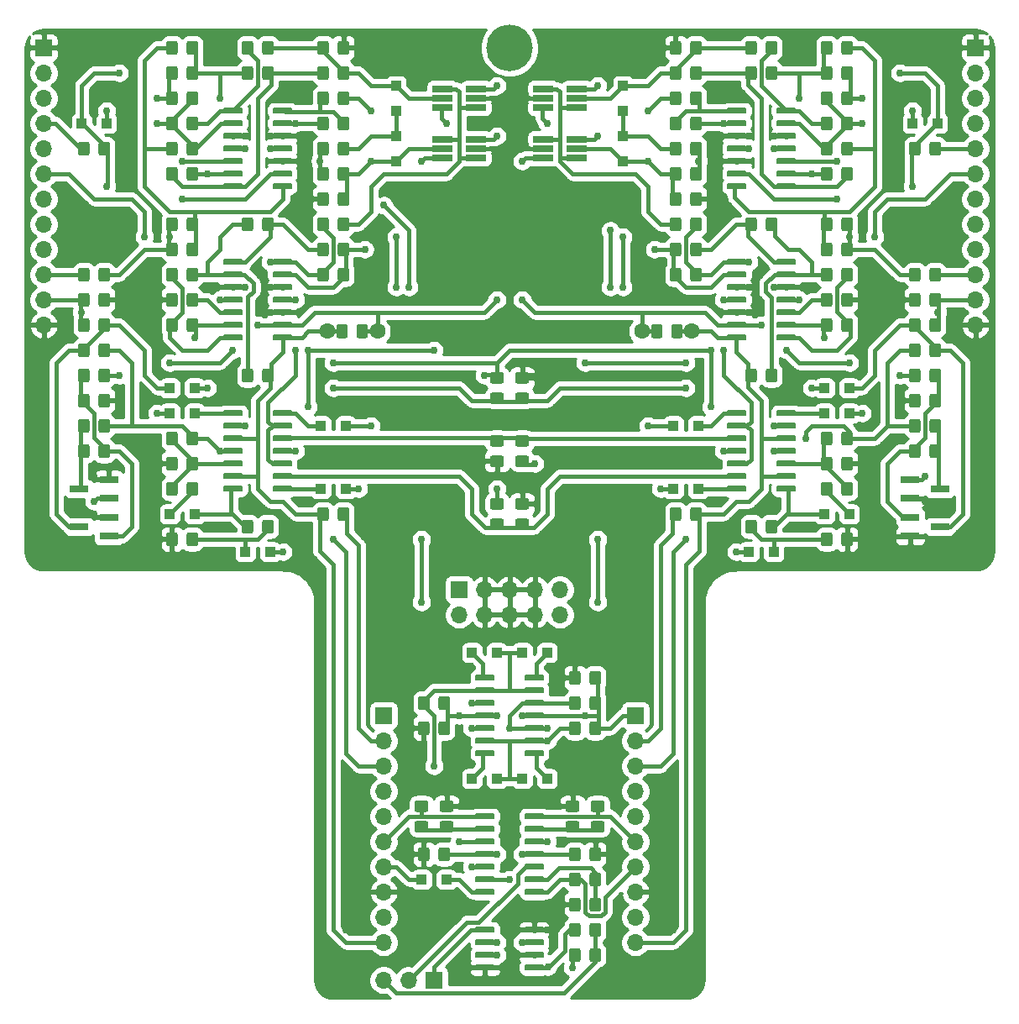
<source format=gbr>
G04 #@! TF.GenerationSoftware,KiCad,Pcbnew,(5.1.5)-3*
G04 #@! TF.CreationDate,2020-07-18T15:31:23-05:00*
G04 #@! TF.ProjectId,Miasma_Main_smd,4d696173-6d61-45f4-9d61-696e5f736d64,rev?*
G04 #@! TF.SameCoordinates,Original*
G04 #@! TF.FileFunction,Copper,L1,Top*
G04 #@! TF.FilePolarity,Positive*
%FSLAX46Y46*%
G04 Gerber Fmt 4.6, Leading zero omitted, Abs format (unit mm)*
G04 Created by KiCad (PCBNEW (5.1.5)-3) date 2020-07-18 15:31:23*
%MOMM*%
%LPD*%
G04 APERTURE LIST*
%ADD10C,1.600000*%
%ADD11R,2.000000X0.650000*%
%ADD12R,1.900000X0.800000*%
%ADD13C,0.100000*%
%ADD14R,1.000000X1.000000*%
%ADD15O,1.700000X1.700000*%
%ADD16R,1.700000X1.700000*%
%ADD17C,4.700000*%
%ADD18C,0.762000*%
%ADD19C,0.381000*%
%ADD20C,0.254000*%
G04 APERTURE END LIST*
D10*
X131445000Y-78105000D03*
X126445000Y-78105000D03*
X163115000Y-78105000D03*
X158115000Y-78105000D03*
D11*
X151570000Y-58740000D03*
X151570000Y-59690000D03*
X151570000Y-60640000D03*
X148150000Y-60640000D03*
X148150000Y-59690000D03*
X148150000Y-58740000D03*
X151570000Y-53660000D03*
X151570000Y-54610000D03*
X151570000Y-55560000D03*
X148150000Y-55560000D03*
X148150000Y-54610000D03*
X148150000Y-53660000D03*
X137990000Y-60640000D03*
X137990000Y-59690000D03*
X137990000Y-58740000D03*
X141410000Y-58740000D03*
X141410000Y-59690000D03*
X141410000Y-60640000D03*
X137990000Y-55560000D03*
X137990000Y-54610000D03*
X137990000Y-53660000D03*
X141410000Y-53660000D03*
X141410000Y-54610000D03*
X141410000Y-55560000D03*
D12*
X188190000Y-97790000D03*
X185190000Y-98740000D03*
X185190000Y-96840000D03*
X101370000Y-97790000D03*
X104370000Y-96840000D03*
X104370000Y-98740000D03*
X188190000Y-93980000D03*
X185190000Y-94930000D03*
X185190000Y-93030000D03*
X101370000Y-93980000D03*
X104370000Y-93030000D03*
X104370000Y-94930000D03*
G04 #@! TA.AperFunction,SMDPad,CuDef*
D13*
G36*
X148094703Y-141940722D02*
G01*
X148109264Y-141942882D01*
X148123543Y-141946459D01*
X148137403Y-141951418D01*
X148150710Y-141957712D01*
X148163336Y-141965280D01*
X148175159Y-141974048D01*
X148186066Y-141983934D01*
X148195952Y-141994841D01*
X148204720Y-142006664D01*
X148212288Y-142019290D01*
X148218582Y-142032597D01*
X148223541Y-142046457D01*
X148227118Y-142060736D01*
X148229278Y-142075297D01*
X148230000Y-142090000D01*
X148230000Y-142390000D01*
X148229278Y-142404703D01*
X148227118Y-142419264D01*
X148223541Y-142433543D01*
X148218582Y-142447403D01*
X148212288Y-142460710D01*
X148204720Y-142473336D01*
X148195952Y-142485159D01*
X148186066Y-142496066D01*
X148175159Y-142505952D01*
X148163336Y-142514720D01*
X148150710Y-142522288D01*
X148137403Y-142528582D01*
X148123543Y-142533541D01*
X148109264Y-142537118D01*
X148094703Y-142539278D01*
X148080000Y-142540000D01*
X146430000Y-142540000D01*
X146415297Y-142539278D01*
X146400736Y-142537118D01*
X146386457Y-142533541D01*
X146372597Y-142528582D01*
X146359290Y-142522288D01*
X146346664Y-142514720D01*
X146334841Y-142505952D01*
X146323934Y-142496066D01*
X146314048Y-142485159D01*
X146305280Y-142473336D01*
X146297712Y-142460710D01*
X146291418Y-142447403D01*
X146286459Y-142433543D01*
X146282882Y-142419264D01*
X146280722Y-142404703D01*
X146280000Y-142390000D01*
X146280000Y-142090000D01*
X146280722Y-142075297D01*
X146282882Y-142060736D01*
X146286459Y-142046457D01*
X146291418Y-142032597D01*
X146297712Y-142019290D01*
X146305280Y-142006664D01*
X146314048Y-141994841D01*
X146323934Y-141983934D01*
X146334841Y-141974048D01*
X146346664Y-141965280D01*
X146359290Y-141957712D01*
X146372597Y-141951418D01*
X146386457Y-141946459D01*
X146400736Y-141942882D01*
X146415297Y-141940722D01*
X146430000Y-141940000D01*
X148080000Y-141940000D01*
X148094703Y-141940722D01*
G37*
G04 #@! TD.AperFunction*
G04 #@! TA.AperFunction,SMDPad,CuDef*
G36*
X148094703Y-140670722D02*
G01*
X148109264Y-140672882D01*
X148123543Y-140676459D01*
X148137403Y-140681418D01*
X148150710Y-140687712D01*
X148163336Y-140695280D01*
X148175159Y-140704048D01*
X148186066Y-140713934D01*
X148195952Y-140724841D01*
X148204720Y-140736664D01*
X148212288Y-140749290D01*
X148218582Y-140762597D01*
X148223541Y-140776457D01*
X148227118Y-140790736D01*
X148229278Y-140805297D01*
X148230000Y-140820000D01*
X148230000Y-141120000D01*
X148229278Y-141134703D01*
X148227118Y-141149264D01*
X148223541Y-141163543D01*
X148218582Y-141177403D01*
X148212288Y-141190710D01*
X148204720Y-141203336D01*
X148195952Y-141215159D01*
X148186066Y-141226066D01*
X148175159Y-141235952D01*
X148163336Y-141244720D01*
X148150710Y-141252288D01*
X148137403Y-141258582D01*
X148123543Y-141263541D01*
X148109264Y-141267118D01*
X148094703Y-141269278D01*
X148080000Y-141270000D01*
X146430000Y-141270000D01*
X146415297Y-141269278D01*
X146400736Y-141267118D01*
X146386457Y-141263541D01*
X146372597Y-141258582D01*
X146359290Y-141252288D01*
X146346664Y-141244720D01*
X146334841Y-141235952D01*
X146323934Y-141226066D01*
X146314048Y-141215159D01*
X146305280Y-141203336D01*
X146297712Y-141190710D01*
X146291418Y-141177403D01*
X146286459Y-141163543D01*
X146282882Y-141149264D01*
X146280722Y-141134703D01*
X146280000Y-141120000D01*
X146280000Y-140820000D01*
X146280722Y-140805297D01*
X146282882Y-140790736D01*
X146286459Y-140776457D01*
X146291418Y-140762597D01*
X146297712Y-140749290D01*
X146305280Y-140736664D01*
X146314048Y-140724841D01*
X146323934Y-140713934D01*
X146334841Y-140704048D01*
X146346664Y-140695280D01*
X146359290Y-140687712D01*
X146372597Y-140681418D01*
X146386457Y-140676459D01*
X146400736Y-140672882D01*
X146415297Y-140670722D01*
X146430000Y-140670000D01*
X148080000Y-140670000D01*
X148094703Y-140670722D01*
G37*
G04 #@! TD.AperFunction*
G04 #@! TA.AperFunction,SMDPad,CuDef*
G36*
X148094703Y-139400722D02*
G01*
X148109264Y-139402882D01*
X148123543Y-139406459D01*
X148137403Y-139411418D01*
X148150710Y-139417712D01*
X148163336Y-139425280D01*
X148175159Y-139434048D01*
X148186066Y-139443934D01*
X148195952Y-139454841D01*
X148204720Y-139466664D01*
X148212288Y-139479290D01*
X148218582Y-139492597D01*
X148223541Y-139506457D01*
X148227118Y-139520736D01*
X148229278Y-139535297D01*
X148230000Y-139550000D01*
X148230000Y-139850000D01*
X148229278Y-139864703D01*
X148227118Y-139879264D01*
X148223541Y-139893543D01*
X148218582Y-139907403D01*
X148212288Y-139920710D01*
X148204720Y-139933336D01*
X148195952Y-139945159D01*
X148186066Y-139956066D01*
X148175159Y-139965952D01*
X148163336Y-139974720D01*
X148150710Y-139982288D01*
X148137403Y-139988582D01*
X148123543Y-139993541D01*
X148109264Y-139997118D01*
X148094703Y-139999278D01*
X148080000Y-140000000D01*
X146430000Y-140000000D01*
X146415297Y-139999278D01*
X146400736Y-139997118D01*
X146386457Y-139993541D01*
X146372597Y-139988582D01*
X146359290Y-139982288D01*
X146346664Y-139974720D01*
X146334841Y-139965952D01*
X146323934Y-139956066D01*
X146314048Y-139945159D01*
X146305280Y-139933336D01*
X146297712Y-139920710D01*
X146291418Y-139907403D01*
X146286459Y-139893543D01*
X146282882Y-139879264D01*
X146280722Y-139864703D01*
X146280000Y-139850000D01*
X146280000Y-139550000D01*
X146280722Y-139535297D01*
X146282882Y-139520736D01*
X146286459Y-139506457D01*
X146291418Y-139492597D01*
X146297712Y-139479290D01*
X146305280Y-139466664D01*
X146314048Y-139454841D01*
X146323934Y-139443934D01*
X146334841Y-139434048D01*
X146346664Y-139425280D01*
X146359290Y-139417712D01*
X146372597Y-139411418D01*
X146386457Y-139406459D01*
X146400736Y-139402882D01*
X146415297Y-139400722D01*
X146430000Y-139400000D01*
X148080000Y-139400000D01*
X148094703Y-139400722D01*
G37*
G04 #@! TD.AperFunction*
G04 #@! TA.AperFunction,SMDPad,CuDef*
G36*
X148094703Y-138130722D02*
G01*
X148109264Y-138132882D01*
X148123543Y-138136459D01*
X148137403Y-138141418D01*
X148150710Y-138147712D01*
X148163336Y-138155280D01*
X148175159Y-138164048D01*
X148186066Y-138173934D01*
X148195952Y-138184841D01*
X148204720Y-138196664D01*
X148212288Y-138209290D01*
X148218582Y-138222597D01*
X148223541Y-138236457D01*
X148227118Y-138250736D01*
X148229278Y-138265297D01*
X148230000Y-138280000D01*
X148230000Y-138580000D01*
X148229278Y-138594703D01*
X148227118Y-138609264D01*
X148223541Y-138623543D01*
X148218582Y-138637403D01*
X148212288Y-138650710D01*
X148204720Y-138663336D01*
X148195952Y-138675159D01*
X148186066Y-138686066D01*
X148175159Y-138695952D01*
X148163336Y-138704720D01*
X148150710Y-138712288D01*
X148137403Y-138718582D01*
X148123543Y-138723541D01*
X148109264Y-138727118D01*
X148094703Y-138729278D01*
X148080000Y-138730000D01*
X146430000Y-138730000D01*
X146415297Y-138729278D01*
X146400736Y-138727118D01*
X146386457Y-138723541D01*
X146372597Y-138718582D01*
X146359290Y-138712288D01*
X146346664Y-138704720D01*
X146334841Y-138695952D01*
X146323934Y-138686066D01*
X146314048Y-138675159D01*
X146305280Y-138663336D01*
X146297712Y-138650710D01*
X146291418Y-138637403D01*
X146286459Y-138623543D01*
X146282882Y-138609264D01*
X146280722Y-138594703D01*
X146280000Y-138580000D01*
X146280000Y-138280000D01*
X146280722Y-138265297D01*
X146282882Y-138250736D01*
X146286459Y-138236457D01*
X146291418Y-138222597D01*
X146297712Y-138209290D01*
X146305280Y-138196664D01*
X146314048Y-138184841D01*
X146323934Y-138173934D01*
X146334841Y-138164048D01*
X146346664Y-138155280D01*
X146359290Y-138147712D01*
X146372597Y-138141418D01*
X146386457Y-138136459D01*
X146400736Y-138132882D01*
X146415297Y-138130722D01*
X146430000Y-138130000D01*
X148080000Y-138130000D01*
X148094703Y-138130722D01*
G37*
G04 #@! TD.AperFunction*
G04 #@! TA.AperFunction,SMDPad,CuDef*
G36*
X143144703Y-138130722D02*
G01*
X143159264Y-138132882D01*
X143173543Y-138136459D01*
X143187403Y-138141418D01*
X143200710Y-138147712D01*
X143213336Y-138155280D01*
X143225159Y-138164048D01*
X143236066Y-138173934D01*
X143245952Y-138184841D01*
X143254720Y-138196664D01*
X143262288Y-138209290D01*
X143268582Y-138222597D01*
X143273541Y-138236457D01*
X143277118Y-138250736D01*
X143279278Y-138265297D01*
X143280000Y-138280000D01*
X143280000Y-138580000D01*
X143279278Y-138594703D01*
X143277118Y-138609264D01*
X143273541Y-138623543D01*
X143268582Y-138637403D01*
X143262288Y-138650710D01*
X143254720Y-138663336D01*
X143245952Y-138675159D01*
X143236066Y-138686066D01*
X143225159Y-138695952D01*
X143213336Y-138704720D01*
X143200710Y-138712288D01*
X143187403Y-138718582D01*
X143173543Y-138723541D01*
X143159264Y-138727118D01*
X143144703Y-138729278D01*
X143130000Y-138730000D01*
X141480000Y-138730000D01*
X141465297Y-138729278D01*
X141450736Y-138727118D01*
X141436457Y-138723541D01*
X141422597Y-138718582D01*
X141409290Y-138712288D01*
X141396664Y-138704720D01*
X141384841Y-138695952D01*
X141373934Y-138686066D01*
X141364048Y-138675159D01*
X141355280Y-138663336D01*
X141347712Y-138650710D01*
X141341418Y-138637403D01*
X141336459Y-138623543D01*
X141332882Y-138609264D01*
X141330722Y-138594703D01*
X141330000Y-138580000D01*
X141330000Y-138280000D01*
X141330722Y-138265297D01*
X141332882Y-138250736D01*
X141336459Y-138236457D01*
X141341418Y-138222597D01*
X141347712Y-138209290D01*
X141355280Y-138196664D01*
X141364048Y-138184841D01*
X141373934Y-138173934D01*
X141384841Y-138164048D01*
X141396664Y-138155280D01*
X141409290Y-138147712D01*
X141422597Y-138141418D01*
X141436457Y-138136459D01*
X141450736Y-138132882D01*
X141465297Y-138130722D01*
X141480000Y-138130000D01*
X143130000Y-138130000D01*
X143144703Y-138130722D01*
G37*
G04 #@! TD.AperFunction*
G04 #@! TA.AperFunction,SMDPad,CuDef*
G36*
X143144703Y-139400722D02*
G01*
X143159264Y-139402882D01*
X143173543Y-139406459D01*
X143187403Y-139411418D01*
X143200710Y-139417712D01*
X143213336Y-139425280D01*
X143225159Y-139434048D01*
X143236066Y-139443934D01*
X143245952Y-139454841D01*
X143254720Y-139466664D01*
X143262288Y-139479290D01*
X143268582Y-139492597D01*
X143273541Y-139506457D01*
X143277118Y-139520736D01*
X143279278Y-139535297D01*
X143280000Y-139550000D01*
X143280000Y-139850000D01*
X143279278Y-139864703D01*
X143277118Y-139879264D01*
X143273541Y-139893543D01*
X143268582Y-139907403D01*
X143262288Y-139920710D01*
X143254720Y-139933336D01*
X143245952Y-139945159D01*
X143236066Y-139956066D01*
X143225159Y-139965952D01*
X143213336Y-139974720D01*
X143200710Y-139982288D01*
X143187403Y-139988582D01*
X143173543Y-139993541D01*
X143159264Y-139997118D01*
X143144703Y-139999278D01*
X143130000Y-140000000D01*
X141480000Y-140000000D01*
X141465297Y-139999278D01*
X141450736Y-139997118D01*
X141436457Y-139993541D01*
X141422597Y-139988582D01*
X141409290Y-139982288D01*
X141396664Y-139974720D01*
X141384841Y-139965952D01*
X141373934Y-139956066D01*
X141364048Y-139945159D01*
X141355280Y-139933336D01*
X141347712Y-139920710D01*
X141341418Y-139907403D01*
X141336459Y-139893543D01*
X141332882Y-139879264D01*
X141330722Y-139864703D01*
X141330000Y-139850000D01*
X141330000Y-139550000D01*
X141330722Y-139535297D01*
X141332882Y-139520736D01*
X141336459Y-139506457D01*
X141341418Y-139492597D01*
X141347712Y-139479290D01*
X141355280Y-139466664D01*
X141364048Y-139454841D01*
X141373934Y-139443934D01*
X141384841Y-139434048D01*
X141396664Y-139425280D01*
X141409290Y-139417712D01*
X141422597Y-139411418D01*
X141436457Y-139406459D01*
X141450736Y-139402882D01*
X141465297Y-139400722D01*
X141480000Y-139400000D01*
X143130000Y-139400000D01*
X143144703Y-139400722D01*
G37*
G04 #@! TD.AperFunction*
G04 #@! TA.AperFunction,SMDPad,CuDef*
G36*
X143144703Y-140670722D02*
G01*
X143159264Y-140672882D01*
X143173543Y-140676459D01*
X143187403Y-140681418D01*
X143200710Y-140687712D01*
X143213336Y-140695280D01*
X143225159Y-140704048D01*
X143236066Y-140713934D01*
X143245952Y-140724841D01*
X143254720Y-140736664D01*
X143262288Y-140749290D01*
X143268582Y-140762597D01*
X143273541Y-140776457D01*
X143277118Y-140790736D01*
X143279278Y-140805297D01*
X143280000Y-140820000D01*
X143280000Y-141120000D01*
X143279278Y-141134703D01*
X143277118Y-141149264D01*
X143273541Y-141163543D01*
X143268582Y-141177403D01*
X143262288Y-141190710D01*
X143254720Y-141203336D01*
X143245952Y-141215159D01*
X143236066Y-141226066D01*
X143225159Y-141235952D01*
X143213336Y-141244720D01*
X143200710Y-141252288D01*
X143187403Y-141258582D01*
X143173543Y-141263541D01*
X143159264Y-141267118D01*
X143144703Y-141269278D01*
X143130000Y-141270000D01*
X141480000Y-141270000D01*
X141465297Y-141269278D01*
X141450736Y-141267118D01*
X141436457Y-141263541D01*
X141422597Y-141258582D01*
X141409290Y-141252288D01*
X141396664Y-141244720D01*
X141384841Y-141235952D01*
X141373934Y-141226066D01*
X141364048Y-141215159D01*
X141355280Y-141203336D01*
X141347712Y-141190710D01*
X141341418Y-141177403D01*
X141336459Y-141163543D01*
X141332882Y-141149264D01*
X141330722Y-141134703D01*
X141330000Y-141120000D01*
X141330000Y-140820000D01*
X141330722Y-140805297D01*
X141332882Y-140790736D01*
X141336459Y-140776457D01*
X141341418Y-140762597D01*
X141347712Y-140749290D01*
X141355280Y-140736664D01*
X141364048Y-140724841D01*
X141373934Y-140713934D01*
X141384841Y-140704048D01*
X141396664Y-140695280D01*
X141409290Y-140687712D01*
X141422597Y-140681418D01*
X141436457Y-140676459D01*
X141450736Y-140672882D01*
X141465297Y-140670722D01*
X141480000Y-140670000D01*
X143130000Y-140670000D01*
X143144703Y-140670722D01*
G37*
G04 #@! TD.AperFunction*
G04 #@! TA.AperFunction,SMDPad,CuDef*
G36*
X143144703Y-141940722D02*
G01*
X143159264Y-141942882D01*
X143173543Y-141946459D01*
X143187403Y-141951418D01*
X143200710Y-141957712D01*
X143213336Y-141965280D01*
X143225159Y-141974048D01*
X143236066Y-141983934D01*
X143245952Y-141994841D01*
X143254720Y-142006664D01*
X143262288Y-142019290D01*
X143268582Y-142032597D01*
X143273541Y-142046457D01*
X143277118Y-142060736D01*
X143279278Y-142075297D01*
X143280000Y-142090000D01*
X143280000Y-142390000D01*
X143279278Y-142404703D01*
X143277118Y-142419264D01*
X143273541Y-142433543D01*
X143268582Y-142447403D01*
X143262288Y-142460710D01*
X143254720Y-142473336D01*
X143245952Y-142485159D01*
X143236066Y-142496066D01*
X143225159Y-142505952D01*
X143213336Y-142514720D01*
X143200710Y-142522288D01*
X143187403Y-142528582D01*
X143173543Y-142533541D01*
X143159264Y-142537118D01*
X143144703Y-142539278D01*
X143130000Y-142540000D01*
X141480000Y-142540000D01*
X141465297Y-142539278D01*
X141450736Y-142537118D01*
X141436457Y-142533541D01*
X141422597Y-142528582D01*
X141409290Y-142522288D01*
X141396664Y-142514720D01*
X141384841Y-142505952D01*
X141373934Y-142496066D01*
X141364048Y-142485159D01*
X141355280Y-142473336D01*
X141347712Y-142460710D01*
X141341418Y-142447403D01*
X141336459Y-142433543D01*
X141332882Y-142419264D01*
X141330722Y-142404703D01*
X141330000Y-142390000D01*
X141330000Y-142090000D01*
X141330722Y-142075297D01*
X141332882Y-142060736D01*
X141336459Y-142046457D01*
X141341418Y-142032597D01*
X141347712Y-142019290D01*
X141355280Y-142006664D01*
X141364048Y-141994841D01*
X141373934Y-141983934D01*
X141384841Y-141974048D01*
X141396664Y-141965280D01*
X141409290Y-141957712D01*
X141422597Y-141951418D01*
X141436457Y-141946459D01*
X141450736Y-141942882D01*
X141465297Y-141940722D01*
X141480000Y-141940000D01*
X143130000Y-141940000D01*
X143144703Y-141940722D01*
G37*
G04 #@! TD.AperFunction*
D14*
X171430000Y-100330000D03*
X168930000Y-100330000D03*
X118130000Y-100330000D03*
X120630000Y-100330000D03*
X163810000Y-93980000D03*
X161310000Y-93980000D03*
X163810000Y-87630000D03*
X161310000Y-87630000D03*
X125750000Y-93980000D03*
X128250000Y-93980000D03*
X125750000Y-87630000D03*
X128250000Y-87630000D03*
X176550000Y-96520000D03*
X179050000Y-96520000D03*
X113010000Y-96520000D03*
X110510000Y-96520000D03*
X156210000Y-55860000D03*
X156210000Y-53360000D03*
X156210000Y-58440000D03*
X156210000Y-60940000D03*
X133350000Y-55860000D03*
X133350000Y-53360000D03*
X133350000Y-58440000D03*
X133350000Y-60940000D03*
X179050000Y-83820000D03*
X176550000Y-83820000D03*
X110510000Y-83820000D03*
X113010000Y-83820000D03*
X176550000Y-86360000D03*
X179050000Y-86360000D03*
X113010000Y-86360000D03*
X110510000Y-86360000D03*
X138410000Y-133350000D03*
X135910000Y-133350000D03*
X146070000Y-110490000D03*
X148570000Y-110490000D03*
X143490000Y-110490000D03*
X140990000Y-110490000D03*
X148570000Y-123190000D03*
X146070000Y-123190000D03*
X140990000Y-123190000D03*
X143490000Y-123190000D03*
G04 #@! TA.AperFunction,SMDPad,CuDef*
D13*
G36*
X148094703Y-126700722D02*
G01*
X148109264Y-126702882D01*
X148123543Y-126706459D01*
X148137403Y-126711418D01*
X148150710Y-126717712D01*
X148163336Y-126725280D01*
X148175159Y-126734048D01*
X148186066Y-126743934D01*
X148195952Y-126754841D01*
X148204720Y-126766664D01*
X148212288Y-126779290D01*
X148218582Y-126792597D01*
X148223541Y-126806457D01*
X148227118Y-126820736D01*
X148229278Y-126835297D01*
X148230000Y-126850000D01*
X148230000Y-127150000D01*
X148229278Y-127164703D01*
X148227118Y-127179264D01*
X148223541Y-127193543D01*
X148218582Y-127207403D01*
X148212288Y-127220710D01*
X148204720Y-127233336D01*
X148195952Y-127245159D01*
X148186066Y-127256066D01*
X148175159Y-127265952D01*
X148163336Y-127274720D01*
X148150710Y-127282288D01*
X148137403Y-127288582D01*
X148123543Y-127293541D01*
X148109264Y-127297118D01*
X148094703Y-127299278D01*
X148080000Y-127300000D01*
X146430000Y-127300000D01*
X146415297Y-127299278D01*
X146400736Y-127297118D01*
X146386457Y-127293541D01*
X146372597Y-127288582D01*
X146359290Y-127282288D01*
X146346664Y-127274720D01*
X146334841Y-127265952D01*
X146323934Y-127256066D01*
X146314048Y-127245159D01*
X146305280Y-127233336D01*
X146297712Y-127220710D01*
X146291418Y-127207403D01*
X146286459Y-127193543D01*
X146282882Y-127179264D01*
X146280722Y-127164703D01*
X146280000Y-127150000D01*
X146280000Y-126850000D01*
X146280722Y-126835297D01*
X146282882Y-126820736D01*
X146286459Y-126806457D01*
X146291418Y-126792597D01*
X146297712Y-126779290D01*
X146305280Y-126766664D01*
X146314048Y-126754841D01*
X146323934Y-126743934D01*
X146334841Y-126734048D01*
X146346664Y-126725280D01*
X146359290Y-126717712D01*
X146372597Y-126711418D01*
X146386457Y-126706459D01*
X146400736Y-126702882D01*
X146415297Y-126700722D01*
X146430000Y-126700000D01*
X148080000Y-126700000D01*
X148094703Y-126700722D01*
G37*
G04 #@! TD.AperFunction*
G04 #@! TA.AperFunction,SMDPad,CuDef*
G36*
X148094703Y-127970722D02*
G01*
X148109264Y-127972882D01*
X148123543Y-127976459D01*
X148137403Y-127981418D01*
X148150710Y-127987712D01*
X148163336Y-127995280D01*
X148175159Y-128004048D01*
X148186066Y-128013934D01*
X148195952Y-128024841D01*
X148204720Y-128036664D01*
X148212288Y-128049290D01*
X148218582Y-128062597D01*
X148223541Y-128076457D01*
X148227118Y-128090736D01*
X148229278Y-128105297D01*
X148230000Y-128120000D01*
X148230000Y-128420000D01*
X148229278Y-128434703D01*
X148227118Y-128449264D01*
X148223541Y-128463543D01*
X148218582Y-128477403D01*
X148212288Y-128490710D01*
X148204720Y-128503336D01*
X148195952Y-128515159D01*
X148186066Y-128526066D01*
X148175159Y-128535952D01*
X148163336Y-128544720D01*
X148150710Y-128552288D01*
X148137403Y-128558582D01*
X148123543Y-128563541D01*
X148109264Y-128567118D01*
X148094703Y-128569278D01*
X148080000Y-128570000D01*
X146430000Y-128570000D01*
X146415297Y-128569278D01*
X146400736Y-128567118D01*
X146386457Y-128563541D01*
X146372597Y-128558582D01*
X146359290Y-128552288D01*
X146346664Y-128544720D01*
X146334841Y-128535952D01*
X146323934Y-128526066D01*
X146314048Y-128515159D01*
X146305280Y-128503336D01*
X146297712Y-128490710D01*
X146291418Y-128477403D01*
X146286459Y-128463543D01*
X146282882Y-128449264D01*
X146280722Y-128434703D01*
X146280000Y-128420000D01*
X146280000Y-128120000D01*
X146280722Y-128105297D01*
X146282882Y-128090736D01*
X146286459Y-128076457D01*
X146291418Y-128062597D01*
X146297712Y-128049290D01*
X146305280Y-128036664D01*
X146314048Y-128024841D01*
X146323934Y-128013934D01*
X146334841Y-128004048D01*
X146346664Y-127995280D01*
X146359290Y-127987712D01*
X146372597Y-127981418D01*
X146386457Y-127976459D01*
X146400736Y-127972882D01*
X146415297Y-127970722D01*
X146430000Y-127970000D01*
X148080000Y-127970000D01*
X148094703Y-127970722D01*
G37*
G04 #@! TD.AperFunction*
G04 #@! TA.AperFunction,SMDPad,CuDef*
G36*
X148094703Y-129240722D02*
G01*
X148109264Y-129242882D01*
X148123543Y-129246459D01*
X148137403Y-129251418D01*
X148150710Y-129257712D01*
X148163336Y-129265280D01*
X148175159Y-129274048D01*
X148186066Y-129283934D01*
X148195952Y-129294841D01*
X148204720Y-129306664D01*
X148212288Y-129319290D01*
X148218582Y-129332597D01*
X148223541Y-129346457D01*
X148227118Y-129360736D01*
X148229278Y-129375297D01*
X148230000Y-129390000D01*
X148230000Y-129690000D01*
X148229278Y-129704703D01*
X148227118Y-129719264D01*
X148223541Y-129733543D01*
X148218582Y-129747403D01*
X148212288Y-129760710D01*
X148204720Y-129773336D01*
X148195952Y-129785159D01*
X148186066Y-129796066D01*
X148175159Y-129805952D01*
X148163336Y-129814720D01*
X148150710Y-129822288D01*
X148137403Y-129828582D01*
X148123543Y-129833541D01*
X148109264Y-129837118D01*
X148094703Y-129839278D01*
X148080000Y-129840000D01*
X146430000Y-129840000D01*
X146415297Y-129839278D01*
X146400736Y-129837118D01*
X146386457Y-129833541D01*
X146372597Y-129828582D01*
X146359290Y-129822288D01*
X146346664Y-129814720D01*
X146334841Y-129805952D01*
X146323934Y-129796066D01*
X146314048Y-129785159D01*
X146305280Y-129773336D01*
X146297712Y-129760710D01*
X146291418Y-129747403D01*
X146286459Y-129733543D01*
X146282882Y-129719264D01*
X146280722Y-129704703D01*
X146280000Y-129690000D01*
X146280000Y-129390000D01*
X146280722Y-129375297D01*
X146282882Y-129360736D01*
X146286459Y-129346457D01*
X146291418Y-129332597D01*
X146297712Y-129319290D01*
X146305280Y-129306664D01*
X146314048Y-129294841D01*
X146323934Y-129283934D01*
X146334841Y-129274048D01*
X146346664Y-129265280D01*
X146359290Y-129257712D01*
X146372597Y-129251418D01*
X146386457Y-129246459D01*
X146400736Y-129242882D01*
X146415297Y-129240722D01*
X146430000Y-129240000D01*
X148080000Y-129240000D01*
X148094703Y-129240722D01*
G37*
G04 #@! TD.AperFunction*
G04 #@! TA.AperFunction,SMDPad,CuDef*
G36*
X148094703Y-130510722D02*
G01*
X148109264Y-130512882D01*
X148123543Y-130516459D01*
X148137403Y-130521418D01*
X148150710Y-130527712D01*
X148163336Y-130535280D01*
X148175159Y-130544048D01*
X148186066Y-130553934D01*
X148195952Y-130564841D01*
X148204720Y-130576664D01*
X148212288Y-130589290D01*
X148218582Y-130602597D01*
X148223541Y-130616457D01*
X148227118Y-130630736D01*
X148229278Y-130645297D01*
X148230000Y-130660000D01*
X148230000Y-130960000D01*
X148229278Y-130974703D01*
X148227118Y-130989264D01*
X148223541Y-131003543D01*
X148218582Y-131017403D01*
X148212288Y-131030710D01*
X148204720Y-131043336D01*
X148195952Y-131055159D01*
X148186066Y-131066066D01*
X148175159Y-131075952D01*
X148163336Y-131084720D01*
X148150710Y-131092288D01*
X148137403Y-131098582D01*
X148123543Y-131103541D01*
X148109264Y-131107118D01*
X148094703Y-131109278D01*
X148080000Y-131110000D01*
X146430000Y-131110000D01*
X146415297Y-131109278D01*
X146400736Y-131107118D01*
X146386457Y-131103541D01*
X146372597Y-131098582D01*
X146359290Y-131092288D01*
X146346664Y-131084720D01*
X146334841Y-131075952D01*
X146323934Y-131066066D01*
X146314048Y-131055159D01*
X146305280Y-131043336D01*
X146297712Y-131030710D01*
X146291418Y-131017403D01*
X146286459Y-131003543D01*
X146282882Y-130989264D01*
X146280722Y-130974703D01*
X146280000Y-130960000D01*
X146280000Y-130660000D01*
X146280722Y-130645297D01*
X146282882Y-130630736D01*
X146286459Y-130616457D01*
X146291418Y-130602597D01*
X146297712Y-130589290D01*
X146305280Y-130576664D01*
X146314048Y-130564841D01*
X146323934Y-130553934D01*
X146334841Y-130544048D01*
X146346664Y-130535280D01*
X146359290Y-130527712D01*
X146372597Y-130521418D01*
X146386457Y-130516459D01*
X146400736Y-130512882D01*
X146415297Y-130510722D01*
X146430000Y-130510000D01*
X148080000Y-130510000D01*
X148094703Y-130510722D01*
G37*
G04 #@! TD.AperFunction*
G04 #@! TA.AperFunction,SMDPad,CuDef*
G36*
X148094703Y-131780722D02*
G01*
X148109264Y-131782882D01*
X148123543Y-131786459D01*
X148137403Y-131791418D01*
X148150710Y-131797712D01*
X148163336Y-131805280D01*
X148175159Y-131814048D01*
X148186066Y-131823934D01*
X148195952Y-131834841D01*
X148204720Y-131846664D01*
X148212288Y-131859290D01*
X148218582Y-131872597D01*
X148223541Y-131886457D01*
X148227118Y-131900736D01*
X148229278Y-131915297D01*
X148230000Y-131930000D01*
X148230000Y-132230000D01*
X148229278Y-132244703D01*
X148227118Y-132259264D01*
X148223541Y-132273543D01*
X148218582Y-132287403D01*
X148212288Y-132300710D01*
X148204720Y-132313336D01*
X148195952Y-132325159D01*
X148186066Y-132336066D01*
X148175159Y-132345952D01*
X148163336Y-132354720D01*
X148150710Y-132362288D01*
X148137403Y-132368582D01*
X148123543Y-132373541D01*
X148109264Y-132377118D01*
X148094703Y-132379278D01*
X148080000Y-132380000D01*
X146430000Y-132380000D01*
X146415297Y-132379278D01*
X146400736Y-132377118D01*
X146386457Y-132373541D01*
X146372597Y-132368582D01*
X146359290Y-132362288D01*
X146346664Y-132354720D01*
X146334841Y-132345952D01*
X146323934Y-132336066D01*
X146314048Y-132325159D01*
X146305280Y-132313336D01*
X146297712Y-132300710D01*
X146291418Y-132287403D01*
X146286459Y-132273543D01*
X146282882Y-132259264D01*
X146280722Y-132244703D01*
X146280000Y-132230000D01*
X146280000Y-131930000D01*
X146280722Y-131915297D01*
X146282882Y-131900736D01*
X146286459Y-131886457D01*
X146291418Y-131872597D01*
X146297712Y-131859290D01*
X146305280Y-131846664D01*
X146314048Y-131834841D01*
X146323934Y-131823934D01*
X146334841Y-131814048D01*
X146346664Y-131805280D01*
X146359290Y-131797712D01*
X146372597Y-131791418D01*
X146386457Y-131786459D01*
X146400736Y-131782882D01*
X146415297Y-131780722D01*
X146430000Y-131780000D01*
X148080000Y-131780000D01*
X148094703Y-131780722D01*
G37*
G04 #@! TD.AperFunction*
G04 #@! TA.AperFunction,SMDPad,CuDef*
G36*
X148094703Y-133050722D02*
G01*
X148109264Y-133052882D01*
X148123543Y-133056459D01*
X148137403Y-133061418D01*
X148150710Y-133067712D01*
X148163336Y-133075280D01*
X148175159Y-133084048D01*
X148186066Y-133093934D01*
X148195952Y-133104841D01*
X148204720Y-133116664D01*
X148212288Y-133129290D01*
X148218582Y-133142597D01*
X148223541Y-133156457D01*
X148227118Y-133170736D01*
X148229278Y-133185297D01*
X148230000Y-133200000D01*
X148230000Y-133500000D01*
X148229278Y-133514703D01*
X148227118Y-133529264D01*
X148223541Y-133543543D01*
X148218582Y-133557403D01*
X148212288Y-133570710D01*
X148204720Y-133583336D01*
X148195952Y-133595159D01*
X148186066Y-133606066D01*
X148175159Y-133615952D01*
X148163336Y-133624720D01*
X148150710Y-133632288D01*
X148137403Y-133638582D01*
X148123543Y-133643541D01*
X148109264Y-133647118D01*
X148094703Y-133649278D01*
X148080000Y-133650000D01*
X146430000Y-133650000D01*
X146415297Y-133649278D01*
X146400736Y-133647118D01*
X146386457Y-133643541D01*
X146372597Y-133638582D01*
X146359290Y-133632288D01*
X146346664Y-133624720D01*
X146334841Y-133615952D01*
X146323934Y-133606066D01*
X146314048Y-133595159D01*
X146305280Y-133583336D01*
X146297712Y-133570710D01*
X146291418Y-133557403D01*
X146286459Y-133543543D01*
X146282882Y-133529264D01*
X146280722Y-133514703D01*
X146280000Y-133500000D01*
X146280000Y-133200000D01*
X146280722Y-133185297D01*
X146282882Y-133170736D01*
X146286459Y-133156457D01*
X146291418Y-133142597D01*
X146297712Y-133129290D01*
X146305280Y-133116664D01*
X146314048Y-133104841D01*
X146323934Y-133093934D01*
X146334841Y-133084048D01*
X146346664Y-133075280D01*
X146359290Y-133067712D01*
X146372597Y-133061418D01*
X146386457Y-133056459D01*
X146400736Y-133052882D01*
X146415297Y-133050722D01*
X146430000Y-133050000D01*
X148080000Y-133050000D01*
X148094703Y-133050722D01*
G37*
G04 #@! TD.AperFunction*
G04 #@! TA.AperFunction,SMDPad,CuDef*
G36*
X148094703Y-134320722D02*
G01*
X148109264Y-134322882D01*
X148123543Y-134326459D01*
X148137403Y-134331418D01*
X148150710Y-134337712D01*
X148163336Y-134345280D01*
X148175159Y-134354048D01*
X148186066Y-134363934D01*
X148195952Y-134374841D01*
X148204720Y-134386664D01*
X148212288Y-134399290D01*
X148218582Y-134412597D01*
X148223541Y-134426457D01*
X148227118Y-134440736D01*
X148229278Y-134455297D01*
X148230000Y-134470000D01*
X148230000Y-134770000D01*
X148229278Y-134784703D01*
X148227118Y-134799264D01*
X148223541Y-134813543D01*
X148218582Y-134827403D01*
X148212288Y-134840710D01*
X148204720Y-134853336D01*
X148195952Y-134865159D01*
X148186066Y-134876066D01*
X148175159Y-134885952D01*
X148163336Y-134894720D01*
X148150710Y-134902288D01*
X148137403Y-134908582D01*
X148123543Y-134913541D01*
X148109264Y-134917118D01*
X148094703Y-134919278D01*
X148080000Y-134920000D01*
X146430000Y-134920000D01*
X146415297Y-134919278D01*
X146400736Y-134917118D01*
X146386457Y-134913541D01*
X146372597Y-134908582D01*
X146359290Y-134902288D01*
X146346664Y-134894720D01*
X146334841Y-134885952D01*
X146323934Y-134876066D01*
X146314048Y-134865159D01*
X146305280Y-134853336D01*
X146297712Y-134840710D01*
X146291418Y-134827403D01*
X146286459Y-134813543D01*
X146282882Y-134799264D01*
X146280722Y-134784703D01*
X146280000Y-134770000D01*
X146280000Y-134470000D01*
X146280722Y-134455297D01*
X146282882Y-134440736D01*
X146286459Y-134426457D01*
X146291418Y-134412597D01*
X146297712Y-134399290D01*
X146305280Y-134386664D01*
X146314048Y-134374841D01*
X146323934Y-134363934D01*
X146334841Y-134354048D01*
X146346664Y-134345280D01*
X146359290Y-134337712D01*
X146372597Y-134331418D01*
X146386457Y-134326459D01*
X146400736Y-134322882D01*
X146415297Y-134320722D01*
X146430000Y-134320000D01*
X148080000Y-134320000D01*
X148094703Y-134320722D01*
G37*
G04 #@! TD.AperFunction*
G04 #@! TA.AperFunction,SMDPad,CuDef*
G36*
X143144703Y-134320722D02*
G01*
X143159264Y-134322882D01*
X143173543Y-134326459D01*
X143187403Y-134331418D01*
X143200710Y-134337712D01*
X143213336Y-134345280D01*
X143225159Y-134354048D01*
X143236066Y-134363934D01*
X143245952Y-134374841D01*
X143254720Y-134386664D01*
X143262288Y-134399290D01*
X143268582Y-134412597D01*
X143273541Y-134426457D01*
X143277118Y-134440736D01*
X143279278Y-134455297D01*
X143280000Y-134470000D01*
X143280000Y-134770000D01*
X143279278Y-134784703D01*
X143277118Y-134799264D01*
X143273541Y-134813543D01*
X143268582Y-134827403D01*
X143262288Y-134840710D01*
X143254720Y-134853336D01*
X143245952Y-134865159D01*
X143236066Y-134876066D01*
X143225159Y-134885952D01*
X143213336Y-134894720D01*
X143200710Y-134902288D01*
X143187403Y-134908582D01*
X143173543Y-134913541D01*
X143159264Y-134917118D01*
X143144703Y-134919278D01*
X143130000Y-134920000D01*
X141480000Y-134920000D01*
X141465297Y-134919278D01*
X141450736Y-134917118D01*
X141436457Y-134913541D01*
X141422597Y-134908582D01*
X141409290Y-134902288D01*
X141396664Y-134894720D01*
X141384841Y-134885952D01*
X141373934Y-134876066D01*
X141364048Y-134865159D01*
X141355280Y-134853336D01*
X141347712Y-134840710D01*
X141341418Y-134827403D01*
X141336459Y-134813543D01*
X141332882Y-134799264D01*
X141330722Y-134784703D01*
X141330000Y-134770000D01*
X141330000Y-134470000D01*
X141330722Y-134455297D01*
X141332882Y-134440736D01*
X141336459Y-134426457D01*
X141341418Y-134412597D01*
X141347712Y-134399290D01*
X141355280Y-134386664D01*
X141364048Y-134374841D01*
X141373934Y-134363934D01*
X141384841Y-134354048D01*
X141396664Y-134345280D01*
X141409290Y-134337712D01*
X141422597Y-134331418D01*
X141436457Y-134326459D01*
X141450736Y-134322882D01*
X141465297Y-134320722D01*
X141480000Y-134320000D01*
X143130000Y-134320000D01*
X143144703Y-134320722D01*
G37*
G04 #@! TD.AperFunction*
G04 #@! TA.AperFunction,SMDPad,CuDef*
G36*
X143144703Y-133050722D02*
G01*
X143159264Y-133052882D01*
X143173543Y-133056459D01*
X143187403Y-133061418D01*
X143200710Y-133067712D01*
X143213336Y-133075280D01*
X143225159Y-133084048D01*
X143236066Y-133093934D01*
X143245952Y-133104841D01*
X143254720Y-133116664D01*
X143262288Y-133129290D01*
X143268582Y-133142597D01*
X143273541Y-133156457D01*
X143277118Y-133170736D01*
X143279278Y-133185297D01*
X143280000Y-133200000D01*
X143280000Y-133500000D01*
X143279278Y-133514703D01*
X143277118Y-133529264D01*
X143273541Y-133543543D01*
X143268582Y-133557403D01*
X143262288Y-133570710D01*
X143254720Y-133583336D01*
X143245952Y-133595159D01*
X143236066Y-133606066D01*
X143225159Y-133615952D01*
X143213336Y-133624720D01*
X143200710Y-133632288D01*
X143187403Y-133638582D01*
X143173543Y-133643541D01*
X143159264Y-133647118D01*
X143144703Y-133649278D01*
X143130000Y-133650000D01*
X141480000Y-133650000D01*
X141465297Y-133649278D01*
X141450736Y-133647118D01*
X141436457Y-133643541D01*
X141422597Y-133638582D01*
X141409290Y-133632288D01*
X141396664Y-133624720D01*
X141384841Y-133615952D01*
X141373934Y-133606066D01*
X141364048Y-133595159D01*
X141355280Y-133583336D01*
X141347712Y-133570710D01*
X141341418Y-133557403D01*
X141336459Y-133543543D01*
X141332882Y-133529264D01*
X141330722Y-133514703D01*
X141330000Y-133500000D01*
X141330000Y-133200000D01*
X141330722Y-133185297D01*
X141332882Y-133170736D01*
X141336459Y-133156457D01*
X141341418Y-133142597D01*
X141347712Y-133129290D01*
X141355280Y-133116664D01*
X141364048Y-133104841D01*
X141373934Y-133093934D01*
X141384841Y-133084048D01*
X141396664Y-133075280D01*
X141409290Y-133067712D01*
X141422597Y-133061418D01*
X141436457Y-133056459D01*
X141450736Y-133052882D01*
X141465297Y-133050722D01*
X141480000Y-133050000D01*
X143130000Y-133050000D01*
X143144703Y-133050722D01*
G37*
G04 #@! TD.AperFunction*
G04 #@! TA.AperFunction,SMDPad,CuDef*
G36*
X143144703Y-131780722D02*
G01*
X143159264Y-131782882D01*
X143173543Y-131786459D01*
X143187403Y-131791418D01*
X143200710Y-131797712D01*
X143213336Y-131805280D01*
X143225159Y-131814048D01*
X143236066Y-131823934D01*
X143245952Y-131834841D01*
X143254720Y-131846664D01*
X143262288Y-131859290D01*
X143268582Y-131872597D01*
X143273541Y-131886457D01*
X143277118Y-131900736D01*
X143279278Y-131915297D01*
X143280000Y-131930000D01*
X143280000Y-132230000D01*
X143279278Y-132244703D01*
X143277118Y-132259264D01*
X143273541Y-132273543D01*
X143268582Y-132287403D01*
X143262288Y-132300710D01*
X143254720Y-132313336D01*
X143245952Y-132325159D01*
X143236066Y-132336066D01*
X143225159Y-132345952D01*
X143213336Y-132354720D01*
X143200710Y-132362288D01*
X143187403Y-132368582D01*
X143173543Y-132373541D01*
X143159264Y-132377118D01*
X143144703Y-132379278D01*
X143130000Y-132380000D01*
X141480000Y-132380000D01*
X141465297Y-132379278D01*
X141450736Y-132377118D01*
X141436457Y-132373541D01*
X141422597Y-132368582D01*
X141409290Y-132362288D01*
X141396664Y-132354720D01*
X141384841Y-132345952D01*
X141373934Y-132336066D01*
X141364048Y-132325159D01*
X141355280Y-132313336D01*
X141347712Y-132300710D01*
X141341418Y-132287403D01*
X141336459Y-132273543D01*
X141332882Y-132259264D01*
X141330722Y-132244703D01*
X141330000Y-132230000D01*
X141330000Y-131930000D01*
X141330722Y-131915297D01*
X141332882Y-131900736D01*
X141336459Y-131886457D01*
X141341418Y-131872597D01*
X141347712Y-131859290D01*
X141355280Y-131846664D01*
X141364048Y-131834841D01*
X141373934Y-131823934D01*
X141384841Y-131814048D01*
X141396664Y-131805280D01*
X141409290Y-131797712D01*
X141422597Y-131791418D01*
X141436457Y-131786459D01*
X141450736Y-131782882D01*
X141465297Y-131780722D01*
X141480000Y-131780000D01*
X143130000Y-131780000D01*
X143144703Y-131780722D01*
G37*
G04 #@! TD.AperFunction*
G04 #@! TA.AperFunction,SMDPad,CuDef*
G36*
X143144703Y-130510722D02*
G01*
X143159264Y-130512882D01*
X143173543Y-130516459D01*
X143187403Y-130521418D01*
X143200710Y-130527712D01*
X143213336Y-130535280D01*
X143225159Y-130544048D01*
X143236066Y-130553934D01*
X143245952Y-130564841D01*
X143254720Y-130576664D01*
X143262288Y-130589290D01*
X143268582Y-130602597D01*
X143273541Y-130616457D01*
X143277118Y-130630736D01*
X143279278Y-130645297D01*
X143280000Y-130660000D01*
X143280000Y-130960000D01*
X143279278Y-130974703D01*
X143277118Y-130989264D01*
X143273541Y-131003543D01*
X143268582Y-131017403D01*
X143262288Y-131030710D01*
X143254720Y-131043336D01*
X143245952Y-131055159D01*
X143236066Y-131066066D01*
X143225159Y-131075952D01*
X143213336Y-131084720D01*
X143200710Y-131092288D01*
X143187403Y-131098582D01*
X143173543Y-131103541D01*
X143159264Y-131107118D01*
X143144703Y-131109278D01*
X143130000Y-131110000D01*
X141480000Y-131110000D01*
X141465297Y-131109278D01*
X141450736Y-131107118D01*
X141436457Y-131103541D01*
X141422597Y-131098582D01*
X141409290Y-131092288D01*
X141396664Y-131084720D01*
X141384841Y-131075952D01*
X141373934Y-131066066D01*
X141364048Y-131055159D01*
X141355280Y-131043336D01*
X141347712Y-131030710D01*
X141341418Y-131017403D01*
X141336459Y-131003543D01*
X141332882Y-130989264D01*
X141330722Y-130974703D01*
X141330000Y-130960000D01*
X141330000Y-130660000D01*
X141330722Y-130645297D01*
X141332882Y-130630736D01*
X141336459Y-130616457D01*
X141341418Y-130602597D01*
X141347712Y-130589290D01*
X141355280Y-130576664D01*
X141364048Y-130564841D01*
X141373934Y-130553934D01*
X141384841Y-130544048D01*
X141396664Y-130535280D01*
X141409290Y-130527712D01*
X141422597Y-130521418D01*
X141436457Y-130516459D01*
X141450736Y-130512882D01*
X141465297Y-130510722D01*
X141480000Y-130510000D01*
X143130000Y-130510000D01*
X143144703Y-130510722D01*
G37*
G04 #@! TD.AperFunction*
G04 #@! TA.AperFunction,SMDPad,CuDef*
G36*
X143144703Y-129240722D02*
G01*
X143159264Y-129242882D01*
X143173543Y-129246459D01*
X143187403Y-129251418D01*
X143200710Y-129257712D01*
X143213336Y-129265280D01*
X143225159Y-129274048D01*
X143236066Y-129283934D01*
X143245952Y-129294841D01*
X143254720Y-129306664D01*
X143262288Y-129319290D01*
X143268582Y-129332597D01*
X143273541Y-129346457D01*
X143277118Y-129360736D01*
X143279278Y-129375297D01*
X143280000Y-129390000D01*
X143280000Y-129690000D01*
X143279278Y-129704703D01*
X143277118Y-129719264D01*
X143273541Y-129733543D01*
X143268582Y-129747403D01*
X143262288Y-129760710D01*
X143254720Y-129773336D01*
X143245952Y-129785159D01*
X143236066Y-129796066D01*
X143225159Y-129805952D01*
X143213336Y-129814720D01*
X143200710Y-129822288D01*
X143187403Y-129828582D01*
X143173543Y-129833541D01*
X143159264Y-129837118D01*
X143144703Y-129839278D01*
X143130000Y-129840000D01*
X141480000Y-129840000D01*
X141465297Y-129839278D01*
X141450736Y-129837118D01*
X141436457Y-129833541D01*
X141422597Y-129828582D01*
X141409290Y-129822288D01*
X141396664Y-129814720D01*
X141384841Y-129805952D01*
X141373934Y-129796066D01*
X141364048Y-129785159D01*
X141355280Y-129773336D01*
X141347712Y-129760710D01*
X141341418Y-129747403D01*
X141336459Y-129733543D01*
X141332882Y-129719264D01*
X141330722Y-129704703D01*
X141330000Y-129690000D01*
X141330000Y-129390000D01*
X141330722Y-129375297D01*
X141332882Y-129360736D01*
X141336459Y-129346457D01*
X141341418Y-129332597D01*
X141347712Y-129319290D01*
X141355280Y-129306664D01*
X141364048Y-129294841D01*
X141373934Y-129283934D01*
X141384841Y-129274048D01*
X141396664Y-129265280D01*
X141409290Y-129257712D01*
X141422597Y-129251418D01*
X141436457Y-129246459D01*
X141450736Y-129242882D01*
X141465297Y-129240722D01*
X141480000Y-129240000D01*
X143130000Y-129240000D01*
X143144703Y-129240722D01*
G37*
G04 #@! TD.AperFunction*
G04 #@! TA.AperFunction,SMDPad,CuDef*
G36*
X143144703Y-127970722D02*
G01*
X143159264Y-127972882D01*
X143173543Y-127976459D01*
X143187403Y-127981418D01*
X143200710Y-127987712D01*
X143213336Y-127995280D01*
X143225159Y-128004048D01*
X143236066Y-128013934D01*
X143245952Y-128024841D01*
X143254720Y-128036664D01*
X143262288Y-128049290D01*
X143268582Y-128062597D01*
X143273541Y-128076457D01*
X143277118Y-128090736D01*
X143279278Y-128105297D01*
X143280000Y-128120000D01*
X143280000Y-128420000D01*
X143279278Y-128434703D01*
X143277118Y-128449264D01*
X143273541Y-128463543D01*
X143268582Y-128477403D01*
X143262288Y-128490710D01*
X143254720Y-128503336D01*
X143245952Y-128515159D01*
X143236066Y-128526066D01*
X143225159Y-128535952D01*
X143213336Y-128544720D01*
X143200710Y-128552288D01*
X143187403Y-128558582D01*
X143173543Y-128563541D01*
X143159264Y-128567118D01*
X143144703Y-128569278D01*
X143130000Y-128570000D01*
X141480000Y-128570000D01*
X141465297Y-128569278D01*
X141450736Y-128567118D01*
X141436457Y-128563541D01*
X141422597Y-128558582D01*
X141409290Y-128552288D01*
X141396664Y-128544720D01*
X141384841Y-128535952D01*
X141373934Y-128526066D01*
X141364048Y-128515159D01*
X141355280Y-128503336D01*
X141347712Y-128490710D01*
X141341418Y-128477403D01*
X141336459Y-128463543D01*
X141332882Y-128449264D01*
X141330722Y-128434703D01*
X141330000Y-128420000D01*
X141330000Y-128120000D01*
X141330722Y-128105297D01*
X141332882Y-128090736D01*
X141336459Y-128076457D01*
X141341418Y-128062597D01*
X141347712Y-128049290D01*
X141355280Y-128036664D01*
X141364048Y-128024841D01*
X141373934Y-128013934D01*
X141384841Y-128004048D01*
X141396664Y-127995280D01*
X141409290Y-127987712D01*
X141422597Y-127981418D01*
X141436457Y-127976459D01*
X141450736Y-127972882D01*
X141465297Y-127970722D01*
X141480000Y-127970000D01*
X143130000Y-127970000D01*
X143144703Y-127970722D01*
G37*
G04 #@! TD.AperFunction*
G04 #@! TA.AperFunction,SMDPad,CuDef*
G36*
X143144703Y-126700722D02*
G01*
X143159264Y-126702882D01*
X143173543Y-126706459D01*
X143187403Y-126711418D01*
X143200710Y-126717712D01*
X143213336Y-126725280D01*
X143225159Y-126734048D01*
X143236066Y-126743934D01*
X143245952Y-126754841D01*
X143254720Y-126766664D01*
X143262288Y-126779290D01*
X143268582Y-126792597D01*
X143273541Y-126806457D01*
X143277118Y-126820736D01*
X143279278Y-126835297D01*
X143280000Y-126850000D01*
X143280000Y-127150000D01*
X143279278Y-127164703D01*
X143277118Y-127179264D01*
X143273541Y-127193543D01*
X143268582Y-127207403D01*
X143262288Y-127220710D01*
X143254720Y-127233336D01*
X143245952Y-127245159D01*
X143236066Y-127256066D01*
X143225159Y-127265952D01*
X143213336Y-127274720D01*
X143200710Y-127282288D01*
X143187403Y-127288582D01*
X143173543Y-127293541D01*
X143159264Y-127297118D01*
X143144703Y-127299278D01*
X143130000Y-127300000D01*
X141480000Y-127300000D01*
X141465297Y-127299278D01*
X141450736Y-127297118D01*
X141436457Y-127293541D01*
X141422597Y-127288582D01*
X141409290Y-127282288D01*
X141396664Y-127274720D01*
X141384841Y-127265952D01*
X141373934Y-127256066D01*
X141364048Y-127245159D01*
X141355280Y-127233336D01*
X141347712Y-127220710D01*
X141341418Y-127207403D01*
X141336459Y-127193543D01*
X141332882Y-127179264D01*
X141330722Y-127164703D01*
X141330000Y-127150000D01*
X141330000Y-126850000D01*
X141330722Y-126835297D01*
X141332882Y-126820736D01*
X141336459Y-126806457D01*
X141341418Y-126792597D01*
X141347712Y-126779290D01*
X141355280Y-126766664D01*
X141364048Y-126754841D01*
X141373934Y-126743934D01*
X141384841Y-126734048D01*
X141396664Y-126725280D01*
X141409290Y-126717712D01*
X141422597Y-126711418D01*
X141436457Y-126706459D01*
X141450736Y-126702882D01*
X141465297Y-126700722D01*
X141480000Y-126700000D01*
X143130000Y-126700000D01*
X143144703Y-126700722D01*
G37*
G04 #@! TD.AperFunction*
G04 #@! TA.AperFunction,SMDPad,CuDef*
G36*
X148094703Y-112730722D02*
G01*
X148109264Y-112732882D01*
X148123543Y-112736459D01*
X148137403Y-112741418D01*
X148150710Y-112747712D01*
X148163336Y-112755280D01*
X148175159Y-112764048D01*
X148186066Y-112773934D01*
X148195952Y-112784841D01*
X148204720Y-112796664D01*
X148212288Y-112809290D01*
X148218582Y-112822597D01*
X148223541Y-112836457D01*
X148227118Y-112850736D01*
X148229278Y-112865297D01*
X148230000Y-112880000D01*
X148230000Y-113180000D01*
X148229278Y-113194703D01*
X148227118Y-113209264D01*
X148223541Y-113223543D01*
X148218582Y-113237403D01*
X148212288Y-113250710D01*
X148204720Y-113263336D01*
X148195952Y-113275159D01*
X148186066Y-113286066D01*
X148175159Y-113295952D01*
X148163336Y-113304720D01*
X148150710Y-113312288D01*
X148137403Y-113318582D01*
X148123543Y-113323541D01*
X148109264Y-113327118D01*
X148094703Y-113329278D01*
X148080000Y-113330000D01*
X146430000Y-113330000D01*
X146415297Y-113329278D01*
X146400736Y-113327118D01*
X146386457Y-113323541D01*
X146372597Y-113318582D01*
X146359290Y-113312288D01*
X146346664Y-113304720D01*
X146334841Y-113295952D01*
X146323934Y-113286066D01*
X146314048Y-113275159D01*
X146305280Y-113263336D01*
X146297712Y-113250710D01*
X146291418Y-113237403D01*
X146286459Y-113223543D01*
X146282882Y-113209264D01*
X146280722Y-113194703D01*
X146280000Y-113180000D01*
X146280000Y-112880000D01*
X146280722Y-112865297D01*
X146282882Y-112850736D01*
X146286459Y-112836457D01*
X146291418Y-112822597D01*
X146297712Y-112809290D01*
X146305280Y-112796664D01*
X146314048Y-112784841D01*
X146323934Y-112773934D01*
X146334841Y-112764048D01*
X146346664Y-112755280D01*
X146359290Y-112747712D01*
X146372597Y-112741418D01*
X146386457Y-112736459D01*
X146400736Y-112732882D01*
X146415297Y-112730722D01*
X146430000Y-112730000D01*
X148080000Y-112730000D01*
X148094703Y-112730722D01*
G37*
G04 #@! TD.AperFunction*
G04 #@! TA.AperFunction,SMDPad,CuDef*
G36*
X148094703Y-114000722D02*
G01*
X148109264Y-114002882D01*
X148123543Y-114006459D01*
X148137403Y-114011418D01*
X148150710Y-114017712D01*
X148163336Y-114025280D01*
X148175159Y-114034048D01*
X148186066Y-114043934D01*
X148195952Y-114054841D01*
X148204720Y-114066664D01*
X148212288Y-114079290D01*
X148218582Y-114092597D01*
X148223541Y-114106457D01*
X148227118Y-114120736D01*
X148229278Y-114135297D01*
X148230000Y-114150000D01*
X148230000Y-114450000D01*
X148229278Y-114464703D01*
X148227118Y-114479264D01*
X148223541Y-114493543D01*
X148218582Y-114507403D01*
X148212288Y-114520710D01*
X148204720Y-114533336D01*
X148195952Y-114545159D01*
X148186066Y-114556066D01*
X148175159Y-114565952D01*
X148163336Y-114574720D01*
X148150710Y-114582288D01*
X148137403Y-114588582D01*
X148123543Y-114593541D01*
X148109264Y-114597118D01*
X148094703Y-114599278D01*
X148080000Y-114600000D01*
X146430000Y-114600000D01*
X146415297Y-114599278D01*
X146400736Y-114597118D01*
X146386457Y-114593541D01*
X146372597Y-114588582D01*
X146359290Y-114582288D01*
X146346664Y-114574720D01*
X146334841Y-114565952D01*
X146323934Y-114556066D01*
X146314048Y-114545159D01*
X146305280Y-114533336D01*
X146297712Y-114520710D01*
X146291418Y-114507403D01*
X146286459Y-114493543D01*
X146282882Y-114479264D01*
X146280722Y-114464703D01*
X146280000Y-114450000D01*
X146280000Y-114150000D01*
X146280722Y-114135297D01*
X146282882Y-114120736D01*
X146286459Y-114106457D01*
X146291418Y-114092597D01*
X146297712Y-114079290D01*
X146305280Y-114066664D01*
X146314048Y-114054841D01*
X146323934Y-114043934D01*
X146334841Y-114034048D01*
X146346664Y-114025280D01*
X146359290Y-114017712D01*
X146372597Y-114011418D01*
X146386457Y-114006459D01*
X146400736Y-114002882D01*
X146415297Y-114000722D01*
X146430000Y-114000000D01*
X148080000Y-114000000D01*
X148094703Y-114000722D01*
G37*
G04 #@! TD.AperFunction*
G04 #@! TA.AperFunction,SMDPad,CuDef*
G36*
X148094703Y-115270722D02*
G01*
X148109264Y-115272882D01*
X148123543Y-115276459D01*
X148137403Y-115281418D01*
X148150710Y-115287712D01*
X148163336Y-115295280D01*
X148175159Y-115304048D01*
X148186066Y-115313934D01*
X148195952Y-115324841D01*
X148204720Y-115336664D01*
X148212288Y-115349290D01*
X148218582Y-115362597D01*
X148223541Y-115376457D01*
X148227118Y-115390736D01*
X148229278Y-115405297D01*
X148230000Y-115420000D01*
X148230000Y-115720000D01*
X148229278Y-115734703D01*
X148227118Y-115749264D01*
X148223541Y-115763543D01*
X148218582Y-115777403D01*
X148212288Y-115790710D01*
X148204720Y-115803336D01*
X148195952Y-115815159D01*
X148186066Y-115826066D01*
X148175159Y-115835952D01*
X148163336Y-115844720D01*
X148150710Y-115852288D01*
X148137403Y-115858582D01*
X148123543Y-115863541D01*
X148109264Y-115867118D01*
X148094703Y-115869278D01*
X148080000Y-115870000D01*
X146430000Y-115870000D01*
X146415297Y-115869278D01*
X146400736Y-115867118D01*
X146386457Y-115863541D01*
X146372597Y-115858582D01*
X146359290Y-115852288D01*
X146346664Y-115844720D01*
X146334841Y-115835952D01*
X146323934Y-115826066D01*
X146314048Y-115815159D01*
X146305280Y-115803336D01*
X146297712Y-115790710D01*
X146291418Y-115777403D01*
X146286459Y-115763543D01*
X146282882Y-115749264D01*
X146280722Y-115734703D01*
X146280000Y-115720000D01*
X146280000Y-115420000D01*
X146280722Y-115405297D01*
X146282882Y-115390736D01*
X146286459Y-115376457D01*
X146291418Y-115362597D01*
X146297712Y-115349290D01*
X146305280Y-115336664D01*
X146314048Y-115324841D01*
X146323934Y-115313934D01*
X146334841Y-115304048D01*
X146346664Y-115295280D01*
X146359290Y-115287712D01*
X146372597Y-115281418D01*
X146386457Y-115276459D01*
X146400736Y-115272882D01*
X146415297Y-115270722D01*
X146430000Y-115270000D01*
X148080000Y-115270000D01*
X148094703Y-115270722D01*
G37*
G04 #@! TD.AperFunction*
G04 #@! TA.AperFunction,SMDPad,CuDef*
G36*
X148094703Y-116540722D02*
G01*
X148109264Y-116542882D01*
X148123543Y-116546459D01*
X148137403Y-116551418D01*
X148150710Y-116557712D01*
X148163336Y-116565280D01*
X148175159Y-116574048D01*
X148186066Y-116583934D01*
X148195952Y-116594841D01*
X148204720Y-116606664D01*
X148212288Y-116619290D01*
X148218582Y-116632597D01*
X148223541Y-116646457D01*
X148227118Y-116660736D01*
X148229278Y-116675297D01*
X148230000Y-116690000D01*
X148230000Y-116990000D01*
X148229278Y-117004703D01*
X148227118Y-117019264D01*
X148223541Y-117033543D01*
X148218582Y-117047403D01*
X148212288Y-117060710D01*
X148204720Y-117073336D01*
X148195952Y-117085159D01*
X148186066Y-117096066D01*
X148175159Y-117105952D01*
X148163336Y-117114720D01*
X148150710Y-117122288D01*
X148137403Y-117128582D01*
X148123543Y-117133541D01*
X148109264Y-117137118D01*
X148094703Y-117139278D01*
X148080000Y-117140000D01*
X146430000Y-117140000D01*
X146415297Y-117139278D01*
X146400736Y-117137118D01*
X146386457Y-117133541D01*
X146372597Y-117128582D01*
X146359290Y-117122288D01*
X146346664Y-117114720D01*
X146334841Y-117105952D01*
X146323934Y-117096066D01*
X146314048Y-117085159D01*
X146305280Y-117073336D01*
X146297712Y-117060710D01*
X146291418Y-117047403D01*
X146286459Y-117033543D01*
X146282882Y-117019264D01*
X146280722Y-117004703D01*
X146280000Y-116990000D01*
X146280000Y-116690000D01*
X146280722Y-116675297D01*
X146282882Y-116660736D01*
X146286459Y-116646457D01*
X146291418Y-116632597D01*
X146297712Y-116619290D01*
X146305280Y-116606664D01*
X146314048Y-116594841D01*
X146323934Y-116583934D01*
X146334841Y-116574048D01*
X146346664Y-116565280D01*
X146359290Y-116557712D01*
X146372597Y-116551418D01*
X146386457Y-116546459D01*
X146400736Y-116542882D01*
X146415297Y-116540722D01*
X146430000Y-116540000D01*
X148080000Y-116540000D01*
X148094703Y-116540722D01*
G37*
G04 #@! TD.AperFunction*
G04 #@! TA.AperFunction,SMDPad,CuDef*
G36*
X148094703Y-117810722D02*
G01*
X148109264Y-117812882D01*
X148123543Y-117816459D01*
X148137403Y-117821418D01*
X148150710Y-117827712D01*
X148163336Y-117835280D01*
X148175159Y-117844048D01*
X148186066Y-117853934D01*
X148195952Y-117864841D01*
X148204720Y-117876664D01*
X148212288Y-117889290D01*
X148218582Y-117902597D01*
X148223541Y-117916457D01*
X148227118Y-117930736D01*
X148229278Y-117945297D01*
X148230000Y-117960000D01*
X148230000Y-118260000D01*
X148229278Y-118274703D01*
X148227118Y-118289264D01*
X148223541Y-118303543D01*
X148218582Y-118317403D01*
X148212288Y-118330710D01*
X148204720Y-118343336D01*
X148195952Y-118355159D01*
X148186066Y-118366066D01*
X148175159Y-118375952D01*
X148163336Y-118384720D01*
X148150710Y-118392288D01*
X148137403Y-118398582D01*
X148123543Y-118403541D01*
X148109264Y-118407118D01*
X148094703Y-118409278D01*
X148080000Y-118410000D01*
X146430000Y-118410000D01*
X146415297Y-118409278D01*
X146400736Y-118407118D01*
X146386457Y-118403541D01*
X146372597Y-118398582D01*
X146359290Y-118392288D01*
X146346664Y-118384720D01*
X146334841Y-118375952D01*
X146323934Y-118366066D01*
X146314048Y-118355159D01*
X146305280Y-118343336D01*
X146297712Y-118330710D01*
X146291418Y-118317403D01*
X146286459Y-118303543D01*
X146282882Y-118289264D01*
X146280722Y-118274703D01*
X146280000Y-118260000D01*
X146280000Y-117960000D01*
X146280722Y-117945297D01*
X146282882Y-117930736D01*
X146286459Y-117916457D01*
X146291418Y-117902597D01*
X146297712Y-117889290D01*
X146305280Y-117876664D01*
X146314048Y-117864841D01*
X146323934Y-117853934D01*
X146334841Y-117844048D01*
X146346664Y-117835280D01*
X146359290Y-117827712D01*
X146372597Y-117821418D01*
X146386457Y-117816459D01*
X146400736Y-117812882D01*
X146415297Y-117810722D01*
X146430000Y-117810000D01*
X148080000Y-117810000D01*
X148094703Y-117810722D01*
G37*
G04 #@! TD.AperFunction*
G04 #@! TA.AperFunction,SMDPad,CuDef*
G36*
X148094703Y-119080722D02*
G01*
X148109264Y-119082882D01*
X148123543Y-119086459D01*
X148137403Y-119091418D01*
X148150710Y-119097712D01*
X148163336Y-119105280D01*
X148175159Y-119114048D01*
X148186066Y-119123934D01*
X148195952Y-119134841D01*
X148204720Y-119146664D01*
X148212288Y-119159290D01*
X148218582Y-119172597D01*
X148223541Y-119186457D01*
X148227118Y-119200736D01*
X148229278Y-119215297D01*
X148230000Y-119230000D01*
X148230000Y-119530000D01*
X148229278Y-119544703D01*
X148227118Y-119559264D01*
X148223541Y-119573543D01*
X148218582Y-119587403D01*
X148212288Y-119600710D01*
X148204720Y-119613336D01*
X148195952Y-119625159D01*
X148186066Y-119636066D01*
X148175159Y-119645952D01*
X148163336Y-119654720D01*
X148150710Y-119662288D01*
X148137403Y-119668582D01*
X148123543Y-119673541D01*
X148109264Y-119677118D01*
X148094703Y-119679278D01*
X148080000Y-119680000D01*
X146430000Y-119680000D01*
X146415297Y-119679278D01*
X146400736Y-119677118D01*
X146386457Y-119673541D01*
X146372597Y-119668582D01*
X146359290Y-119662288D01*
X146346664Y-119654720D01*
X146334841Y-119645952D01*
X146323934Y-119636066D01*
X146314048Y-119625159D01*
X146305280Y-119613336D01*
X146297712Y-119600710D01*
X146291418Y-119587403D01*
X146286459Y-119573543D01*
X146282882Y-119559264D01*
X146280722Y-119544703D01*
X146280000Y-119530000D01*
X146280000Y-119230000D01*
X146280722Y-119215297D01*
X146282882Y-119200736D01*
X146286459Y-119186457D01*
X146291418Y-119172597D01*
X146297712Y-119159290D01*
X146305280Y-119146664D01*
X146314048Y-119134841D01*
X146323934Y-119123934D01*
X146334841Y-119114048D01*
X146346664Y-119105280D01*
X146359290Y-119097712D01*
X146372597Y-119091418D01*
X146386457Y-119086459D01*
X146400736Y-119082882D01*
X146415297Y-119080722D01*
X146430000Y-119080000D01*
X148080000Y-119080000D01*
X148094703Y-119080722D01*
G37*
G04 #@! TD.AperFunction*
G04 #@! TA.AperFunction,SMDPad,CuDef*
G36*
X148094703Y-120350722D02*
G01*
X148109264Y-120352882D01*
X148123543Y-120356459D01*
X148137403Y-120361418D01*
X148150710Y-120367712D01*
X148163336Y-120375280D01*
X148175159Y-120384048D01*
X148186066Y-120393934D01*
X148195952Y-120404841D01*
X148204720Y-120416664D01*
X148212288Y-120429290D01*
X148218582Y-120442597D01*
X148223541Y-120456457D01*
X148227118Y-120470736D01*
X148229278Y-120485297D01*
X148230000Y-120500000D01*
X148230000Y-120800000D01*
X148229278Y-120814703D01*
X148227118Y-120829264D01*
X148223541Y-120843543D01*
X148218582Y-120857403D01*
X148212288Y-120870710D01*
X148204720Y-120883336D01*
X148195952Y-120895159D01*
X148186066Y-120906066D01*
X148175159Y-120915952D01*
X148163336Y-120924720D01*
X148150710Y-120932288D01*
X148137403Y-120938582D01*
X148123543Y-120943541D01*
X148109264Y-120947118D01*
X148094703Y-120949278D01*
X148080000Y-120950000D01*
X146430000Y-120950000D01*
X146415297Y-120949278D01*
X146400736Y-120947118D01*
X146386457Y-120943541D01*
X146372597Y-120938582D01*
X146359290Y-120932288D01*
X146346664Y-120924720D01*
X146334841Y-120915952D01*
X146323934Y-120906066D01*
X146314048Y-120895159D01*
X146305280Y-120883336D01*
X146297712Y-120870710D01*
X146291418Y-120857403D01*
X146286459Y-120843543D01*
X146282882Y-120829264D01*
X146280722Y-120814703D01*
X146280000Y-120800000D01*
X146280000Y-120500000D01*
X146280722Y-120485297D01*
X146282882Y-120470736D01*
X146286459Y-120456457D01*
X146291418Y-120442597D01*
X146297712Y-120429290D01*
X146305280Y-120416664D01*
X146314048Y-120404841D01*
X146323934Y-120393934D01*
X146334841Y-120384048D01*
X146346664Y-120375280D01*
X146359290Y-120367712D01*
X146372597Y-120361418D01*
X146386457Y-120356459D01*
X146400736Y-120352882D01*
X146415297Y-120350722D01*
X146430000Y-120350000D01*
X148080000Y-120350000D01*
X148094703Y-120350722D01*
G37*
G04 #@! TD.AperFunction*
G04 #@! TA.AperFunction,SMDPad,CuDef*
G36*
X143144703Y-120350722D02*
G01*
X143159264Y-120352882D01*
X143173543Y-120356459D01*
X143187403Y-120361418D01*
X143200710Y-120367712D01*
X143213336Y-120375280D01*
X143225159Y-120384048D01*
X143236066Y-120393934D01*
X143245952Y-120404841D01*
X143254720Y-120416664D01*
X143262288Y-120429290D01*
X143268582Y-120442597D01*
X143273541Y-120456457D01*
X143277118Y-120470736D01*
X143279278Y-120485297D01*
X143280000Y-120500000D01*
X143280000Y-120800000D01*
X143279278Y-120814703D01*
X143277118Y-120829264D01*
X143273541Y-120843543D01*
X143268582Y-120857403D01*
X143262288Y-120870710D01*
X143254720Y-120883336D01*
X143245952Y-120895159D01*
X143236066Y-120906066D01*
X143225159Y-120915952D01*
X143213336Y-120924720D01*
X143200710Y-120932288D01*
X143187403Y-120938582D01*
X143173543Y-120943541D01*
X143159264Y-120947118D01*
X143144703Y-120949278D01*
X143130000Y-120950000D01*
X141480000Y-120950000D01*
X141465297Y-120949278D01*
X141450736Y-120947118D01*
X141436457Y-120943541D01*
X141422597Y-120938582D01*
X141409290Y-120932288D01*
X141396664Y-120924720D01*
X141384841Y-120915952D01*
X141373934Y-120906066D01*
X141364048Y-120895159D01*
X141355280Y-120883336D01*
X141347712Y-120870710D01*
X141341418Y-120857403D01*
X141336459Y-120843543D01*
X141332882Y-120829264D01*
X141330722Y-120814703D01*
X141330000Y-120800000D01*
X141330000Y-120500000D01*
X141330722Y-120485297D01*
X141332882Y-120470736D01*
X141336459Y-120456457D01*
X141341418Y-120442597D01*
X141347712Y-120429290D01*
X141355280Y-120416664D01*
X141364048Y-120404841D01*
X141373934Y-120393934D01*
X141384841Y-120384048D01*
X141396664Y-120375280D01*
X141409290Y-120367712D01*
X141422597Y-120361418D01*
X141436457Y-120356459D01*
X141450736Y-120352882D01*
X141465297Y-120350722D01*
X141480000Y-120350000D01*
X143130000Y-120350000D01*
X143144703Y-120350722D01*
G37*
G04 #@! TD.AperFunction*
G04 #@! TA.AperFunction,SMDPad,CuDef*
G36*
X143144703Y-119080722D02*
G01*
X143159264Y-119082882D01*
X143173543Y-119086459D01*
X143187403Y-119091418D01*
X143200710Y-119097712D01*
X143213336Y-119105280D01*
X143225159Y-119114048D01*
X143236066Y-119123934D01*
X143245952Y-119134841D01*
X143254720Y-119146664D01*
X143262288Y-119159290D01*
X143268582Y-119172597D01*
X143273541Y-119186457D01*
X143277118Y-119200736D01*
X143279278Y-119215297D01*
X143280000Y-119230000D01*
X143280000Y-119530000D01*
X143279278Y-119544703D01*
X143277118Y-119559264D01*
X143273541Y-119573543D01*
X143268582Y-119587403D01*
X143262288Y-119600710D01*
X143254720Y-119613336D01*
X143245952Y-119625159D01*
X143236066Y-119636066D01*
X143225159Y-119645952D01*
X143213336Y-119654720D01*
X143200710Y-119662288D01*
X143187403Y-119668582D01*
X143173543Y-119673541D01*
X143159264Y-119677118D01*
X143144703Y-119679278D01*
X143130000Y-119680000D01*
X141480000Y-119680000D01*
X141465297Y-119679278D01*
X141450736Y-119677118D01*
X141436457Y-119673541D01*
X141422597Y-119668582D01*
X141409290Y-119662288D01*
X141396664Y-119654720D01*
X141384841Y-119645952D01*
X141373934Y-119636066D01*
X141364048Y-119625159D01*
X141355280Y-119613336D01*
X141347712Y-119600710D01*
X141341418Y-119587403D01*
X141336459Y-119573543D01*
X141332882Y-119559264D01*
X141330722Y-119544703D01*
X141330000Y-119530000D01*
X141330000Y-119230000D01*
X141330722Y-119215297D01*
X141332882Y-119200736D01*
X141336459Y-119186457D01*
X141341418Y-119172597D01*
X141347712Y-119159290D01*
X141355280Y-119146664D01*
X141364048Y-119134841D01*
X141373934Y-119123934D01*
X141384841Y-119114048D01*
X141396664Y-119105280D01*
X141409290Y-119097712D01*
X141422597Y-119091418D01*
X141436457Y-119086459D01*
X141450736Y-119082882D01*
X141465297Y-119080722D01*
X141480000Y-119080000D01*
X143130000Y-119080000D01*
X143144703Y-119080722D01*
G37*
G04 #@! TD.AperFunction*
G04 #@! TA.AperFunction,SMDPad,CuDef*
G36*
X143144703Y-117810722D02*
G01*
X143159264Y-117812882D01*
X143173543Y-117816459D01*
X143187403Y-117821418D01*
X143200710Y-117827712D01*
X143213336Y-117835280D01*
X143225159Y-117844048D01*
X143236066Y-117853934D01*
X143245952Y-117864841D01*
X143254720Y-117876664D01*
X143262288Y-117889290D01*
X143268582Y-117902597D01*
X143273541Y-117916457D01*
X143277118Y-117930736D01*
X143279278Y-117945297D01*
X143280000Y-117960000D01*
X143280000Y-118260000D01*
X143279278Y-118274703D01*
X143277118Y-118289264D01*
X143273541Y-118303543D01*
X143268582Y-118317403D01*
X143262288Y-118330710D01*
X143254720Y-118343336D01*
X143245952Y-118355159D01*
X143236066Y-118366066D01*
X143225159Y-118375952D01*
X143213336Y-118384720D01*
X143200710Y-118392288D01*
X143187403Y-118398582D01*
X143173543Y-118403541D01*
X143159264Y-118407118D01*
X143144703Y-118409278D01*
X143130000Y-118410000D01*
X141480000Y-118410000D01*
X141465297Y-118409278D01*
X141450736Y-118407118D01*
X141436457Y-118403541D01*
X141422597Y-118398582D01*
X141409290Y-118392288D01*
X141396664Y-118384720D01*
X141384841Y-118375952D01*
X141373934Y-118366066D01*
X141364048Y-118355159D01*
X141355280Y-118343336D01*
X141347712Y-118330710D01*
X141341418Y-118317403D01*
X141336459Y-118303543D01*
X141332882Y-118289264D01*
X141330722Y-118274703D01*
X141330000Y-118260000D01*
X141330000Y-117960000D01*
X141330722Y-117945297D01*
X141332882Y-117930736D01*
X141336459Y-117916457D01*
X141341418Y-117902597D01*
X141347712Y-117889290D01*
X141355280Y-117876664D01*
X141364048Y-117864841D01*
X141373934Y-117853934D01*
X141384841Y-117844048D01*
X141396664Y-117835280D01*
X141409290Y-117827712D01*
X141422597Y-117821418D01*
X141436457Y-117816459D01*
X141450736Y-117812882D01*
X141465297Y-117810722D01*
X141480000Y-117810000D01*
X143130000Y-117810000D01*
X143144703Y-117810722D01*
G37*
G04 #@! TD.AperFunction*
G04 #@! TA.AperFunction,SMDPad,CuDef*
G36*
X143144703Y-116540722D02*
G01*
X143159264Y-116542882D01*
X143173543Y-116546459D01*
X143187403Y-116551418D01*
X143200710Y-116557712D01*
X143213336Y-116565280D01*
X143225159Y-116574048D01*
X143236066Y-116583934D01*
X143245952Y-116594841D01*
X143254720Y-116606664D01*
X143262288Y-116619290D01*
X143268582Y-116632597D01*
X143273541Y-116646457D01*
X143277118Y-116660736D01*
X143279278Y-116675297D01*
X143280000Y-116690000D01*
X143280000Y-116990000D01*
X143279278Y-117004703D01*
X143277118Y-117019264D01*
X143273541Y-117033543D01*
X143268582Y-117047403D01*
X143262288Y-117060710D01*
X143254720Y-117073336D01*
X143245952Y-117085159D01*
X143236066Y-117096066D01*
X143225159Y-117105952D01*
X143213336Y-117114720D01*
X143200710Y-117122288D01*
X143187403Y-117128582D01*
X143173543Y-117133541D01*
X143159264Y-117137118D01*
X143144703Y-117139278D01*
X143130000Y-117140000D01*
X141480000Y-117140000D01*
X141465297Y-117139278D01*
X141450736Y-117137118D01*
X141436457Y-117133541D01*
X141422597Y-117128582D01*
X141409290Y-117122288D01*
X141396664Y-117114720D01*
X141384841Y-117105952D01*
X141373934Y-117096066D01*
X141364048Y-117085159D01*
X141355280Y-117073336D01*
X141347712Y-117060710D01*
X141341418Y-117047403D01*
X141336459Y-117033543D01*
X141332882Y-117019264D01*
X141330722Y-117004703D01*
X141330000Y-116990000D01*
X141330000Y-116690000D01*
X141330722Y-116675297D01*
X141332882Y-116660736D01*
X141336459Y-116646457D01*
X141341418Y-116632597D01*
X141347712Y-116619290D01*
X141355280Y-116606664D01*
X141364048Y-116594841D01*
X141373934Y-116583934D01*
X141384841Y-116574048D01*
X141396664Y-116565280D01*
X141409290Y-116557712D01*
X141422597Y-116551418D01*
X141436457Y-116546459D01*
X141450736Y-116542882D01*
X141465297Y-116540722D01*
X141480000Y-116540000D01*
X143130000Y-116540000D01*
X143144703Y-116540722D01*
G37*
G04 #@! TD.AperFunction*
G04 #@! TA.AperFunction,SMDPad,CuDef*
G36*
X143144703Y-115270722D02*
G01*
X143159264Y-115272882D01*
X143173543Y-115276459D01*
X143187403Y-115281418D01*
X143200710Y-115287712D01*
X143213336Y-115295280D01*
X143225159Y-115304048D01*
X143236066Y-115313934D01*
X143245952Y-115324841D01*
X143254720Y-115336664D01*
X143262288Y-115349290D01*
X143268582Y-115362597D01*
X143273541Y-115376457D01*
X143277118Y-115390736D01*
X143279278Y-115405297D01*
X143280000Y-115420000D01*
X143280000Y-115720000D01*
X143279278Y-115734703D01*
X143277118Y-115749264D01*
X143273541Y-115763543D01*
X143268582Y-115777403D01*
X143262288Y-115790710D01*
X143254720Y-115803336D01*
X143245952Y-115815159D01*
X143236066Y-115826066D01*
X143225159Y-115835952D01*
X143213336Y-115844720D01*
X143200710Y-115852288D01*
X143187403Y-115858582D01*
X143173543Y-115863541D01*
X143159264Y-115867118D01*
X143144703Y-115869278D01*
X143130000Y-115870000D01*
X141480000Y-115870000D01*
X141465297Y-115869278D01*
X141450736Y-115867118D01*
X141436457Y-115863541D01*
X141422597Y-115858582D01*
X141409290Y-115852288D01*
X141396664Y-115844720D01*
X141384841Y-115835952D01*
X141373934Y-115826066D01*
X141364048Y-115815159D01*
X141355280Y-115803336D01*
X141347712Y-115790710D01*
X141341418Y-115777403D01*
X141336459Y-115763543D01*
X141332882Y-115749264D01*
X141330722Y-115734703D01*
X141330000Y-115720000D01*
X141330000Y-115420000D01*
X141330722Y-115405297D01*
X141332882Y-115390736D01*
X141336459Y-115376457D01*
X141341418Y-115362597D01*
X141347712Y-115349290D01*
X141355280Y-115336664D01*
X141364048Y-115324841D01*
X141373934Y-115313934D01*
X141384841Y-115304048D01*
X141396664Y-115295280D01*
X141409290Y-115287712D01*
X141422597Y-115281418D01*
X141436457Y-115276459D01*
X141450736Y-115272882D01*
X141465297Y-115270722D01*
X141480000Y-115270000D01*
X143130000Y-115270000D01*
X143144703Y-115270722D01*
G37*
G04 #@! TD.AperFunction*
G04 #@! TA.AperFunction,SMDPad,CuDef*
G36*
X143144703Y-114000722D02*
G01*
X143159264Y-114002882D01*
X143173543Y-114006459D01*
X143187403Y-114011418D01*
X143200710Y-114017712D01*
X143213336Y-114025280D01*
X143225159Y-114034048D01*
X143236066Y-114043934D01*
X143245952Y-114054841D01*
X143254720Y-114066664D01*
X143262288Y-114079290D01*
X143268582Y-114092597D01*
X143273541Y-114106457D01*
X143277118Y-114120736D01*
X143279278Y-114135297D01*
X143280000Y-114150000D01*
X143280000Y-114450000D01*
X143279278Y-114464703D01*
X143277118Y-114479264D01*
X143273541Y-114493543D01*
X143268582Y-114507403D01*
X143262288Y-114520710D01*
X143254720Y-114533336D01*
X143245952Y-114545159D01*
X143236066Y-114556066D01*
X143225159Y-114565952D01*
X143213336Y-114574720D01*
X143200710Y-114582288D01*
X143187403Y-114588582D01*
X143173543Y-114593541D01*
X143159264Y-114597118D01*
X143144703Y-114599278D01*
X143130000Y-114600000D01*
X141480000Y-114600000D01*
X141465297Y-114599278D01*
X141450736Y-114597118D01*
X141436457Y-114593541D01*
X141422597Y-114588582D01*
X141409290Y-114582288D01*
X141396664Y-114574720D01*
X141384841Y-114565952D01*
X141373934Y-114556066D01*
X141364048Y-114545159D01*
X141355280Y-114533336D01*
X141347712Y-114520710D01*
X141341418Y-114507403D01*
X141336459Y-114493543D01*
X141332882Y-114479264D01*
X141330722Y-114464703D01*
X141330000Y-114450000D01*
X141330000Y-114150000D01*
X141330722Y-114135297D01*
X141332882Y-114120736D01*
X141336459Y-114106457D01*
X141341418Y-114092597D01*
X141347712Y-114079290D01*
X141355280Y-114066664D01*
X141364048Y-114054841D01*
X141373934Y-114043934D01*
X141384841Y-114034048D01*
X141396664Y-114025280D01*
X141409290Y-114017712D01*
X141422597Y-114011418D01*
X141436457Y-114006459D01*
X141450736Y-114002882D01*
X141465297Y-114000722D01*
X141480000Y-114000000D01*
X143130000Y-114000000D01*
X143144703Y-114000722D01*
G37*
G04 #@! TD.AperFunction*
G04 #@! TA.AperFunction,SMDPad,CuDef*
G36*
X143144703Y-112730722D02*
G01*
X143159264Y-112732882D01*
X143173543Y-112736459D01*
X143187403Y-112741418D01*
X143200710Y-112747712D01*
X143213336Y-112755280D01*
X143225159Y-112764048D01*
X143236066Y-112773934D01*
X143245952Y-112784841D01*
X143254720Y-112796664D01*
X143262288Y-112809290D01*
X143268582Y-112822597D01*
X143273541Y-112836457D01*
X143277118Y-112850736D01*
X143279278Y-112865297D01*
X143280000Y-112880000D01*
X143280000Y-113180000D01*
X143279278Y-113194703D01*
X143277118Y-113209264D01*
X143273541Y-113223543D01*
X143268582Y-113237403D01*
X143262288Y-113250710D01*
X143254720Y-113263336D01*
X143245952Y-113275159D01*
X143236066Y-113286066D01*
X143225159Y-113295952D01*
X143213336Y-113304720D01*
X143200710Y-113312288D01*
X143187403Y-113318582D01*
X143173543Y-113323541D01*
X143159264Y-113327118D01*
X143144703Y-113329278D01*
X143130000Y-113330000D01*
X141480000Y-113330000D01*
X141465297Y-113329278D01*
X141450736Y-113327118D01*
X141436457Y-113323541D01*
X141422597Y-113318582D01*
X141409290Y-113312288D01*
X141396664Y-113304720D01*
X141384841Y-113295952D01*
X141373934Y-113286066D01*
X141364048Y-113275159D01*
X141355280Y-113263336D01*
X141347712Y-113250710D01*
X141341418Y-113237403D01*
X141336459Y-113223543D01*
X141332882Y-113209264D01*
X141330722Y-113194703D01*
X141330000Y-113180000D01*
X141330000Y-112880000D01*
X141330722Y-112865297D01*
X141332882Y-112850736D01*
X141336459Y-112836457D01*
X141341418Y-112822597D01*
X141347712Y-112809290D01*
X141355280Y-112796664D01*
X141364048Y-112784841D01*
X141373934Y-112773934D01*
X141384841Y-112764048D01*
X141396664Y-112755280D01*
X141409290Y-112747712D01*
X141422597Y-112741418D01*
X141436457Y-112736459D01*
X141450736Y-112732882D01*
X141465297Y-112730722D01*
X141480000Y-112730000D01*
X143130000Y-112730000D01*
X143144703Y-112730722D01*
G37*
G04 #@! TD.AperFunction*
G04 #@! TA.AperFunction,SMDPad,CuDef*
G36*
X173494703Y-86060722D02*
G01*
X173509264Y-86062882D01*
X173523543Y-86066459D01*
X173537403Y-86071418D01*
X173550710Y-86077712D01*
X173563336Y-86085280D01*
X173575159Y-86094048D01*
X173586066Y-86103934D01*
X173595952Y-86114841D01*
X173604720Y-86126664D01*
X173612288Y-86139290D01*
X173618582Y-86152597D01*
X173623541Y-86166457D01*
X173627118Y-86180736D01*
X173629278Y-86195297D01*
X173630000Y-86210000D01*
X173630000Y-86510000D01*
X173629278Y-86524703D01*
X173627118Y-86539264D01*
X173623541Y-86553543D01*
X173618582Y-86567403D01*
X173612288Y-86580710D01*
X173604720Y-86593336D01*
X173595952Y-86605159D01*
X173586066Y-86616066D01*
X173575159Y-86625952D01*
X173563336Y-86634720D01*
X173550710Y-86642288D01*
X173537403Y-86648582D01*
X173523543Y-86653541D01*
X173509264Y-86657118D01*
X173494703Y-86659278D01*
X173480000Y-86660000D01*
X171830000Y-86660000D01*
X171815297Y-86659278D01*
X171800736Y-86657118D01*
X171786457Y-86653541D01*
X171772597Y-86648582D01*
X171759290Y-86642288D01*
X171746664Y-86634720D01*
X171734841Y-86625952D01*
X171723934Y-86616066D01*
X171714048Y-86605159D01*
X171705280Y-86593336D01*
X171697712Y-86580710D01*
X171691418Y-86567403D01*
X171686459Y-86553543D01*
X171682882Y-86539264D01*
X171680722Y-86524703D01*
X171680000Y-86510000D01*
X171680000Y-86210000D01*
X171680722Y-86195297D01*
X171682882Y-86180736D01*
X171686459Y-86166457D01*
X171691418Y-86152597D01*
X171697712Y-86139290D01*
X171705280Y-86126664D01*
X171714048Y-86114841D01*
X171723934Y-86103934D01*
X171734841Y-86094048D01*
X171746664Y-86085280D01*
X171759290Y-86077712D01*
X171772597Y-86071418D01*
X171786457Y-86066459D01*
X171800736Y-86062882D01*
X171815297Y-86060722D01*
X171830000Y-86060000D01*
X173480000Y-86060000D01*
X173494703Y-86060722D01*
G37*
G04 #@! TD.AperFunction*
G04 #@! TA.AperFunction,SMDPad,CuDef*
G36*
X173494703Y-87330722D02*
G01*
X173509264Y-87332882D01*
X173523543Y-87336459D01*
X173537403Y-87341418D01*
X173550710Y-87347712D01*
X173563336Y-87355280D01*
X173575159Y-87364048D01*
X173586066Y-87373934D01*
X173595952Y-87384841D01*
X173604720Y-87396664D01*
X173612288Y-87409290D01*
X173618582Y-87422597D01*
X173623541Y-87436457D01*
X173627118Y-87450736D01*
X173629278Y-87465297D01*
X173630000Y-87480000D01*
X173630000Y-87780000D01*
X173629278Y-87794703D01*
X173627118Y-87809264D01*
X173623541Y-87823543D01*
X173618582Y-87837403D01*
X173612288Y-87850710D01*
X173604720Y-87863336D01*
X173595952Y-87875159D01*
X173586066Y-87886066D01*
X173575159Y-87895952D01*
X173563336Y-87904720D01*
X173550710Y-87912288D01*
X173537403Y-87918582D01*
X173523543Y-87923541D01*
X173509264Y-87927118D01*
X173494703Y-87929278D01*
X173480000Y-87930000D01*
X171830000Y-87930000D01*
X171815297Y-87929278D01*
X171800736Y-87927118D01*
X171786457Y-87923541D01*
X171772597Y-87918582D01*
X171759290Y-87912288D01*
X171746664Y-87904720D01*
X171734841Y-87895952D01*
X171723934Y-87886066D01*
X171714048Y-87875159D01*
X171705280Y-87863336D01*
X171697712Y-87850710D01*
X171691418Y-87837403D01*
X171686459Y-87823543D01*
X171682882Y-87809264D01*
X171680722Y-87794703D01*
X171680000Y-87780000D01*
X171680000Y-87480000D01*
X171680722Y-87465297D01*
X171682882Y-87450736D01*
X171686459Y-87436457D01*
X171691418Y-87422597D01*
X171697712Y-87409290D01*
X171705280Y-87396664D01*
X171714048Y-87384841D01*
X171723934Y-87373934D01*
X171734841Y-87364048D01*
X171746664Y-87355280D01*
X171759290Y-87347712D01*
X171772597Y-87341418D01*
X171786457Y-87336459D01*
X171800736Y-87332882D01*
X171815297Y-87330722D01*
X171830000Y-87330000D01*
X173480000Y-87330000D01*
X173494703Y-87330722D01*
G37*
G04 #@! TD.AperFunction*
G04 #@! TA.AperFunction,SMDPad,CuDef*
G36*
X173494703Y-88600722D02*
G01*
X173509264Y-88602882D01*
X173523543Y-88606459D01*
X173537403Y-88611418D01*
X173550710Y-88617712D01*
X173563336Y-88625280D01*
X173575159Y-88634048D01*
X173586066Y-88643934D01*
X173595952Y-88654841D01*
X173604720Y-88666664D01*
X173612288Y-88679290D01*
X173618582Y-88692597D01*
X173623541Y-88706457D01*
X173627118Y-88720736D01*
X173629278Y-88735297D01*
X173630000Y-88750000D01*
X173630000Y-89050000D01*
X173629278Y-89064703D01*
X173627118Y-89079264D01*
X173623541Y-89093543D01*
X173618582Y-89107403D01*
X173612288Y-89120710D01*
X173604720Y-89133336D01*
X173595952Y-89145159D01*
X173586066Y-89156066D01*
X173575159Y-89165952D01*
X173563336Y-89174720D01*
X173550710Y-89182288D01*
X173537403Y-89188582D01*
X173523543Y-89193541D01*
X173509264Y-89197118D01*
X173494703Y-89199278D01*
X173480000Y-89200000D01*
X171830000Y-89200000D01*
X171815297Y-89199278D01*
X171800736Y-89197118D01*
X171786457Y-89193541D01*
X171772597Y-89188582D01*
X171759290Y-89182288D01*
X171746664Y-89174720D01*
X171734841Y-89165952D01*
X171723934Y-89156066D01*
X171714048Y-89145159D01*
X171705280Y-89133336D01*
X171697712Y-89120710D01*
X171691418Y-89107403D01*
X171686459Y-89093543D01*
X171682882Y-89079264D01*
X171680722Y-89064703D01*
X171680000Y-89050000D01*
X171680000Y-88750000D01*
X171680722Y-88735297D01*
X171682882Y-88720736D01*
X171686459Y-88706457D01*
X171691418Y-88692597D01*
X171697712Y-88679290D01*
X171705280Y-88666664D01*
X171714048Y-88654841D01*
X171723934Y-88643934D01*
X171734841Y-88634048D01*
X171746664Y-88625280D01*
X171759290Y-88617712D01*
X171772597Y-88611418D01*
X171786457Y-88606459D01*
X171800736Y-88602882D01*
X171815297Y-88600722D01*
X171830000Y-88600000D01*
X173480000Y-88600000D01*
X173494703Y-88600722D01*
G37*
G04 #@! TD.AperFunction*
G04 #@! TA.AperFunction,SMDPad,CuDef*
G36*
X173494703Y-89870722D02*
G01*
X173509264Y-89872882D01*
X173523543Y-89876459D01*
X173537403Y-89881418D01*
X173550710Y-89887712D01*
X173563336Y-89895280D01*
X173575159Y-89904048D01*
X173586066Y-89913934D01*
X173595952Y-89924841D01*
X173604720Y-89936664D01*
X173612288Y-89949290D01*
X173618582Y-89962597D01*
X173623541Y-89976457D01*
X173627118Y-89990736D01*
X173629278Y-90005297D01*
X173630000Y-90020000D01*
X173630000Y-90320000D01*
X173629278Y-90334703D01*
X173627118Y-90349264D01*
X173623541Y-90363543D01*
X173618582Y-90377403D01*
X173612288Y-90390710D01*
X173604720Y-90403336D01*
X173595952Y-90415159D01*
X173586066Y-90426066D01*
X173575159Y-90435952D01*
X173563336Y-90444720D01*
X173550710Y-90452288D01*
X173537403Y-90458582D01*
X173523543Y-90463541D01*
X173509264Y-90467118D01*
X173494703Y-90469278D01*
X173480000Y-90470000D01*
X171830000Y-90470000D01*
X171815297Y-90469278D01*
X171800736Y-90467118D01*
X171786457Y-90463541D01*
X171772597Y-90458582D01*
X171759290Y-90452288D01*
X171746664Y-90444720D01*
X171734841Y-90435952D01*
X171723934Y-90426066D01*
X171714048Y-90415159D01*
X171705280Y-90403336D01*
X171697712Y-90390710D01*
X171691418Y-90377403D01*
X171686459Y-90363543D01*
X171682882Y-90349264D01*
X171680722Y-90334703D01*
X171680000Y-90320000D01*
X171680000Y-90020000D01*
X171680722Y-90005297D01*
X171682882Y-89990736D01*
X171686459Y-89976457D01*
X171691418Y-89962597D01*
X171697712Y-89949290D01*
X171705280Y-89936664D01*
X171714048Y-89924841D01*
X171723934Y-89913934D01*
X171734841Y-89904048D01*
X171746664Y-89895280D01*
X171759290Y-89887712D01*
X171772597Y-89881418D01*
X171786457Y-89876459D01*
X171800736Y-89872882D01*
X171815297Y-89870722D01*
X171830000Y-89870000D01*
X173480000Y-89870000D01*
X173494703Y-89870722D01*
G37*
G04 #@! TD.AperFunction*
G04 #@! TA.AperFunction,SMDPad,CuDef*
G36*
X173494703Y-91140722D02*
G01*
X173509264Y-91142882D01*
X173523543Y-91146459D01*
X173537403Y-91151418D01*
X173550710Y-91157712D01*
X173563336Y-91165280D01*
X173575159Y-91174048D01*
X173586066Y-91183934D01*
X173595952Y-91194841D01*
X173604720Y-91206664D01*
X173612288Y-91219290D01*
X173618582Y-91232597D01*
X173623541Y-91246457D01*
X173627118Y-91260736D01*
X173629278Y-91275297D01*
X173630000Y-91290000D01*
X173630000Y-91590000D01*
X173629278Y-91604703D01*
X173627118Y-91619264D01*
X173623541Y-91633543D01*
X173618582Y-91647403D01*
X173612288Y-91660710D01*
X173604720Y-91673336D01*
X173595952Y-91685159D01*
X173586066Y-91696066D01*
X173575159Y-91705952D01*
X173563336Y-91714720D01*
X173550710Y-91722288D01*
X173537403Y-91728582D01*
X173523543Y-91733541D01*
X173509264Y-91737118D01*
X173494703Y-91739278D01*
X173480000Y-91740000D01*
X171830000Y-91740000D01*
X171815297Y-91739278D01*
X171800736Y-91737118D01*
X171786457Y-91733541D01*
X171772597Y-91728582D01*
X171759290Y-91722288D01*
X171746664Y-91714720D01*
X171734841Y-91705952D01*
X171723934Y-91696066D01*
X171714048Y-91685159D01*
X171705280Y-91673336D01*
X171697712Y-91660710D01*
X171691418Y-91647403D01*
X171686459Y-91633543D01*
X171682882Y-91619264D01*
X171680722Y-91604703D01*
X171680000Y-91590000D01*
X171680000Y-91290000D01*
X171680722Y-91275297D01*
X171682882Y-91260736D01*
X171686459Y-91246457D01*
X171691418Y-91232597D01*
X171697712Y-91219290D01*
X171705280Y-91206664D01*
X171714048Y-91194841D01*
X171723934Y-91183934D01*
X171734841Y-91174048D01*
X171746664Y-91165280D01*
X171759290Y-91157712D01*
X171772597Y-91151418D01*
X171786457Y-91146459D01*
X171800736Y-91142882D01*
X171815297Y-91140722D01*
X171830000Y-91140000D01*
X173480000Y-91140000D01*
X173494703Y-91140722D01*
G37*
G04 #@! TD.AperFunction*
G04 #@! TA.AperFunction,SMDPad,CuDef*
G36*
X173494703Y-92410722D02*
G01*
X173509264Y-92412882D01*
X173523543Y-92416459D01*
X173537403Y-92421418D01*
X173550710Y-92427712D01*
X173563336Y-92435280D01*
X173575159Y-92444048D01*
X173586066Y-92453934D01*
X173595952Y-92464841D01*
X173604720Y-92476664D01*
X173612288Y-92489290D01*
X173618582Y-92502597D01*
X173623541Y-92516457D01*
X173627118Y-92530736D01*
X173629278Y-92545297D01*
X173630000Y-92560000D01*
X173630000Y-92860000D01*
X173629278Y-92874703D01*
X173627118Y-92889264D01*
X173623541Y-92903543D01*
X173618582Y-92917403D01*
X173612288Y-92930710D01*
X173604720Y-92943336D01*
X173595952Y-92955159D01*
X173586066Y-92966066D01*
X173575159Y-92975952D01*
X173563336Y-92984720D01*
X173550710Y-92992288D01*
X173537403Y-92998582D01*
X173523543Y-93003541D01*
X173509264Y-93007118D01*
X173494703Y-93009278D01*
X173480000Y-93010000D01*
X171830000Y-93010000D01*
X171815297Y-93009278D01*
X171800736Y-93007118D01*
X171786457Y-93003541D01*
X171772597Y-92998582D01*
X171759290Y-92992288D01*
X171746664Y-92984720D01*
X171734841Y-92975952D01*
X171723934Y-92966066D01*
X171714048Y-92955159D01*
X171705280Y-92943336D01*
X171697712Y-92930710D01*
X171691418Y-92917403D01*
X171686459Y-92903543D01*
X171682882Y-92889264D01*
X171680722Y-92874703D01*
X171680000Y-92860000D01*
X171680000Y-92560000D01*
X171680722Y-92545297D01*
X171682882Y-92530736D01*
X171686459Y-92516457D01*
X171691418Y-92502597D01*
X171697712Y-92489290D01*
X171705280Y-92476664D01*
X171714048Y-92464841D01*
X171723934Y-92453934D01*
X171734841Y-92444048D01*
X171746664Y-92435280D01*
X171759290Y-92427712D01*
X171772597Y-92421418D01*
X171786457Y-92416459D01*
X171800736Y-92412882D01*
X171815297Y-92410722D01*
X171830000Y-92410000D01*
X173480000Y-92410000D01*
X173494703Y-92410722D01*
G37*
G04 #@! TD.AperFunction*
G04 #@! TA.AperFunction,SMDPad,CuDef*
G36*
X173494703Y-93680722D02*
G01*
X173509264Y-93682882D01*
X173523543Y-93686459D01*
X173537403Y-93691418D01*
X173550710Y-93697712D01*
X173563336Y-93705280D01*
X173575159Y-93714048D01*
X173586066Y-93723934D01*
X173595952Y-93734841D01*
X173604720Y-93746664D01*
X173612288Y-93759290D01*
X173618582Y-93772597D01*
X173623541Y-93786457D01*
X173627118Y-93800736D01*
X173629278Y-93815297D01*
X173630000Y-93830000D01*
X173630000Y-94130000D01*
X173629278Y-94144703D01*
X173627118Y-94159264D01*
X173623541Y-94173543D01*
X173618582Y-94187403D01*
X173612288Y-94200710D01*
X173604720Y-94213336D01*
X173595952Y-94225159D01*
X173586066Y-94236066D01*
X173575159Y-94245952D01*
X173563336Y-94254720D01*
X173550710Y-94262288D01*
X173537403Y-94268582D01*
X173523543Y-94273541D01*
X173509264Y-94277118D01*
X173494703Y-94279278D01*
X173480000Y-94280000D01*
X171830000Y-94280000D01*
X171815297Y-94279278D01*
X171800736Y-94277118D01*
X171786457Y-94273541D01*
X171772597Y-94268582D01*
X171759290Y-94262288D01*
X171746664Y-94254720D01*
X171734841Y-94245952D01*
X171723934Y-94236066D01*
X171714048Y-94225159D01*
X171705280Y-94213336D01*
X171697712Y-94200710D01*
X171691418Y-94187403D01*
X171686459Y-94173543D01*
X171682882Y-94159264D01*
X171680722Y-94144703D01*
X171680000Y-94130000D01*
X171680000Y-93830000D01*
X171680722Y-93815297D01*
X171682882Y-93800736D01*
X171686459Y-93786457D01*
X171691418Y-93772597D01*
X171697712Y-93759290D01*
X171705280Y-93746664D01*
X171714048Y-93734841D01*
X171723934Y-93723934D01*
X171734841Y-93714048D01*
X171746664Y-93705280D01*
X171759290Y-93697712D01*
X171772597Y-93691418D01*
X171786457Y-93686459D01*
X171800736Y-93682882D01*
X171815297Y-93680722D01*
X171830000Y-93680000D01*
X173480000Y-93680000D01*
X173494703Y-93680722D01*
G37*
G04 #@! TD.AperFunction*
G04 #@! TA.AperFunction,SMDPad,CuDef*
G36*
X168544703Y-93680722D02*
G01*
X168559264Y-93682882D01*
X168573543Y-93686459D01*
X168587403Y-93691418D01*
X168600710Y-93697712D01*
X168613336Y-93705280D01*
X168625159Y-93714048D01*
X168636066Y-93723934D01*
X168645952Y-93734841D01*
X168654720Y-93746664D01*
X168662288Y-93759290D01*
X168668582Y-93772597D01*
X168673541Y-93786457D01*
X168677118Y-93800736D01*
X168679278Y-93815297D01*
X168680000Y-93830000D01*
X168680000Y-94130000D01*
X168679278Y-94144703D01*
X168677118Y-94159264D01*
X168673541Y-94173543D01*
X168668582Y-94187403D01*
X168662288Y-94200710D01*
X168654720Y-94213336D01*
X168645952Y-94225159D01*
X168636066Y-94236066D01*
X168625159Y-94245952D01*
X168613336Y-94254720D01*
X168600710Y-94262288D01*
X168587403Y-94268582D01*
X168573543Y-94273541D01*
X168559264Y-94277118D01*
X168544703Y-94279278D01*
X168530000Y-94280000D01*
X166880000Y-94280000D01*
X166865297Y-94279278D01*
X166850736Y-94277118D01*
X166836457Y-94273541D01*
X166822597Y-94268582D01*
X166809290Y-94262288D01*
X166796664Y-94254720D01*
X166784841Y-94245952D01*
X166773934Y-94236066D01*
X166764048Y-94225159D01*
X166755280Y-94213336D01*
X166747712Y-94200710D01*
X166741418Y-94187403D01*
X166736459Y-94173543D01*
X166732882Y-94159264D01*
X166730722Y-94144703D01*
X166730000Y-94130000D01*
X166730000Y-93830000D01*
X166730722Y-93815297D01*
X166732882Y-93800736D01*
X166736459Y-93786457D01*
X166741418Y-93772597D01*
X166747712Y-93759290D01*
X166755280Y-93746664D01*
X166764048Y-93734841D01*
X166773934Y-93723934D01*
X166784841Y-93714048D01*
X166796664Y-93705280D01*
X166809290Y-93697712D01*
X166822597Y-93691418D01*
X166836457Y-93686459D01*
X166850736Y-93682882D01*
X166865297Y-93680722D01*
X166880000Y-93680000D01*
X168530000Y-93680000D01*
X168544703Y-93680722D01*
G37*
G04 #@! TD.AperFunction*
G04 #@! TA.AperFunction,SMDPad,CuDef*
G36*
X168544703Y-92410722D02*
G01*
X168559264Y-92412882D01*
X168573543Y-92416459D01*
X168587403Y-92421418D01*
X168600710Y-92427712D01*
X168613336Y-92435280D01*
X168625159Y-92444048D01*
X168636066Y-92453934D01*
X168645952Y-92464841D01*
X168654720Y-92476664D01*
X168662288Y-92489290D01*
X168668582Y-92502597D01*
X168673541Y-92516457D01*
X168677118Y-92530736D01*
X168679278Y-92545297D01*
X168680000Y-92560000D01*
X168680000Y-92860000D01*
X168679278Y-92874703D01*
X168677118Y-92889264D01*
X168673541Y-92903543D01*
X168668582Y-92917403D01*
X168662288Y-92930710D01*
X168654720Y-92943336D01*
X168645952Y-92955159D01*
X168636066Y-92966066D01*
X168625159Y-92975952D01*
X168613336Y-92984720D01*
X168600710Y-92992288D01*
X168587403Y-92998582D01*
X168573543Y-93003541D01*
X168559264Y-93007118D01*
X168544703Y-93009278D01*
X168530000Y-93010000D01*
X166880000Y-93010000D01*
X166865297Y-93009278D01*
X166850736Y-93007118D01*
X166836457Y-93003541D01*
X166822597Y-92998582D01*
X166809290Y-92992288D01*
X166796664Y-92984720D01*
X166784841Y-92975952D01*
X166773934Y-92966066D01*
X166764048Y-92955159D01*
X166755280Y-92943336D01*
X166747712Y-92930710D01*
X166741418Y-92917403D01*
X166736459Y-92903543D01*
X166732882Y-92889264D01*
X166730722Y-92874703D01*
X166730000Y-92860000D01*
X166730000Y-92560000D01*
X166730722Y-92545297D01*
X166732882Y-92530736D01*
X166736459Y-92516457D01*
X166741418Y-92502597D01*
X166747712Y-92489290D01*
X166755280Y-92476664D01*
X166764048Y-92464841D01*
X166773934Y-92453934D01*
X166784841Y-92444048D01*
X166796664Y-92435280D01*
X166809290Y-92427712D01*
X166822597Y-92421418D01*
X166836457Y-92416459D01*
X166850736Y-92412882D01*
X166865297Y-92410722D01*
X166880000Y-92410000D01*
X168530000Y-92410000D01*
X168544703Y-92410722D01*
G37*
G04 #@! TD.AperFunction*
G04 #@! TA.AperFunction,SMDPad,CuDef*
G36*
X168544703Y-91140722D02*
G01*
X168559264Y-91142882D01*
X168573543Y-91146459D01*
X168587403Y-91151418D01*
X168600710Y-91157712D01*
X168613336Y-91165280D01*
X168625159Y-91174048D01*
X168636066Y-91183934D01*
X168645952Y-91194841D01*
X168654720Y-91206664D01*
X168662288Y-91219290D01*
X168668582Y-91232597D01*
X168673541Y-91246457D01*
X168677118Y-91260736D01*
X168679278Y-91275297D01*
X168680000Y-91290000D01*
X168680000Y-91590000D01*
X168679278Y-91604703D01*
X168677118Y-91619264D01*
X168673541Y-91633543D01*
X168668582Y-91647403D01*
X168662288Y-91660710D01*
X168654720Y-91673336D01*
X168645952Y-91685159D01*
X168636066Y-91696066D01*
X168625159Y-91705952D01*
X168613336Y-91714720D01*
X168600710Y-91722288D01*
X168587403Y-91728582D01*
X168573543Y-91733541D01*
X168559264Y-91737118D01*
X168544703Y-91739278D01*
X168530000Y-91740000D01*
X166880000Y-91740000D01*
X166865297Y-91739278D01*
X166850736Y-91737118D01*
X166836457Y-91733541D01*
X166822597Y-91728582D01*
X166809290Y-91722288D01*
X166796664Y-91714720D01*
X166784841Y-91705952D01*
X166773934Y-91696066D01*
X166764048Y-91685159D01*
X166755280Y-91673336D01*
X166747712Y-91660710D01*
X166741418Y-91647403D01*
X166736459Y-91633543D01*
X166732882Y-91619264D01*
X166730722Y-91604703D01*
X166730000Y-91590000D01*
X166730000Y-91290000D01*
X166730722Y-91275297D01*
X166732882Y-91260736D01*
X166736459Y-91246457D01*
X166741418Y-91232597D01*
X166747712Y-91219290D01*
X166755280Y-91206664D01*
X166764048Y-91194841D01*
X166773934Y-91183934D01*
X166784841Y-91174048D01*
X166796664Y-91165280D01*
X166809290Y-91157712D01*
X166822597Y-91151418D01*
X166836457Y-91146459D01*
X166850736Y-91142882D01*
X166865297Y-91140722D01*
X166880000Y-91140000D01*
X168530000Y-91140000D01*
X168544703Y-91140722D01*
G37*
G04 #@! TD.AperFunction*
G04 #@! TA.AperFunction,SMDPad,CuDef*
G36*
X168544703Y-89870722D02*
G01*
X168559264Y-89872882D01*
X168573543Y-89876459D01*
X168587403Y-89881418D01*
X168600710Y-89887712D01*
X168613336Y-89895280D01*
X168625159Y-89904048D01*
X168636066Y-89913934D01*
X168645952Y-89924841D01*
X168654720Y-89936664D01*
X168662288Y-89949290D01*
X168668582Y-89962597D01*
X168673541Y-89976457D01*
X168677118Y-89990736D01*
X168679278Y-90005297D01*
X168680000Y-90020000D01*
X168680000Y-90320000D01*
X168679278Y-90334703D01*
X168677118Y-90349264D01*
X168673541Y-90363543D01*
X168668582Y-90377403D01*
X168662288Y-90390710D01*
X168654720Y-90403336D01*
X168645952Y-90415159D01*
X168636066Y-90426066D01*
X168625159Y-90435952D01*
X168613336Y-90444720D01*
X168600710Y-90452288D01*
X168587403Y-90458582D01*
X168573543Y-90463541D01*
X168559264Y-90467118D01*
X168544703Y-90469278D01*
X168530000Y-90470000D01*
X166880000Y-90470000D01*
X166865297Y-90469278D01*
X166850736Y-90467118D01*
X166836457Y-90463541D01*
X166822597Y-90458582D01*
X166809290Y-90452288D01*
X166796664Y-90444720D01*
X166784841Y-90435952D01*
X166773934Y-90426066D01*
X166764048Y-90415159D01*
X166755280Y-90403336D01*
X166747712Y-90390710D01*
X166741418Y-90377403D01*
X166736459Y-90363543D01*
X166732882Y-90349264D01*
X166730722Y-90334703D01*
X166730000Y-90320000D01*
X166730000Y-90020000D01*
X166730722Y-90005297D01*
X166732882Y-89990736D01*
X166736459Y-89976457D01*
X166741418Y-89962597D01*
X166747712Y-89949290D01*
X166755280Y-89936664D01*
X166764048Y-89924841D01*
X166773934Y-89913934D01*
X166784841Y-89904048D01*
X166796664Y-89895280D01*
X166809290Y-89887712D01*
X166822597Y-89881418D01*
X166836457Y-89876459D01*
X166850736Y-89872882D01*
X166865297Y-89870722D01*
X166880000Y-89870000D01*
X168530000Y-89870000D01*
X168544703Y-89870722D01*
G37*
G04 #@! TD.AperFunction*
G04 #@! TA.AperFunction,SMDPad,CuDef*
G36*
X168544703Y-88600722D02*
G01*
X168559264Y-88602882D01*
X168573543Y-88606459D01*
X168587403Y-88611418D01*
X168600710Y-88617712D01*
X168613336Y-88625280D01*
X168625159Y-88634048D01*
X168636066Y-88643934D01*
X168645952Y-88654841D01*
X168654720Y-88666664D01*
X168662288Y-88679290D01*
X168668582Y-88692597D01*
X168673541Y-88706457D01*
X168677118Y-88720736D01*
X168679278Y-88735297D01*
X168680000Y-88750000D01*
X168680000Y-89050000D01*
X168679278Y-89064703D01*
X168677118Y-89079264D01*
X168673541Y-89093543D01*
X168668582Y-89107403D01*
X168662288Y-89120710D01*
X168654720Y-89133336D01*
X168645952Y-89145159D01*
X168636066Y-89156066D01*
X168625159Y-89165952D01*
X168613336Y-89174720D01*
X168600710Y-89182288D01*
X168587403Y-89188582D01*
X168573543Y-89193541D01*
X168559264Y-89197118D01*
X168544703Y-89199278D01*
X168530000Y-89200000D01*
X166880000Y-89200000D01*
X166865297Y-89199278D01*
X166850736Y-89197118D01*
X166836457Y-89193541D01*
X166822597Y-89188582D01*
X166809290Y-89182288D01*
X166796664Y-89174720D01*
X166784841Y-89165952D01*
X166773934Y-89156066D01*
X166764048Y-89145159D01*
X166755280Y-89133336D01*
X166747712Y-89120710D01*
X166741418Y-89107403D01*
X166736459Y-89093543D01*
X166732882Y-89079264D01*
X166730722Y-89064703D01*
X166730000Y-89050000D01*
X166730000Y-88750000D01*
X166730722Y-88735297D01*
X166732882Y-88720736D01*
X166736459Y-88706457D01*
X166741418Y-88692597D01*
X166747712Y-88679290D01*
X166755280Y-88666664D01*
X166764048Y-88654841D01*
X166773934Y-88643934D01*
X166784841Y-88634048D01*
X166796664Y-88625280D01*
X166809290Y-88617712D01*
X166822597Y-88611418D01*
X166836457Y-88606459D01*
X166850736Y-88602882D01*
X166865297Y-88600722D01*
X166880000Y-88600000D01*
X168530000Y-88600000D01*
X168544703Y-88600722D01*
G37*
G04 #@! TD.AperFunction*
G04 #@! TA.AperFunction,SMDPad,CuDef*
G36*
X168544703Y-87330722D02*
G01*
X168559264Y-87332882D01*
X168573543Y-87336459D01*
X168587403Y-87341418D01*
X168600710Y-87347712D01*
X168613336Y-87355280D01*
X168625159Y-87364048D01*
X168636066Y-87373934D01*
X168645952Y-87384841D01*
X168654720Y-87396664D01*
X168662288Y-87409290D01*
X168668582Y-87422597D01*
X168673541Y-87436457D01*
X168677118Y-87450736D01*
X168679278Y-87465297D01*
X168680000Y-87480000D01*
X168680000Y-87780000D01*
X168679278Y-87794703D01*
X168677118Y-87809264D01*
X168673541Y-87823543D01*
X168668582Y-87837403D01*
X168662288Y-87850710D01*
X168654720Y-87863336D01*
X168645952Y-87875159D01*
X168636066Y-87886066D01*
X168625159Y-87895952D01*
X168613336Y-87904720D01*
X168600710Y-87912288D01*
X168587403Y-87918582D01*
X168573543Y-87923541D01*
X168559264Y-87927118D01*
X168544703Y-87929278D01*
X168530000Y-87930000D01*
X166880000Y-87930000D01*
X166865297Y-87929278D01*
X166850736Y-87927118D01*
X166836457Y-87923541D01*
X166822597Y-87918582D01*
X166809290Y-87912288D01*
X166796664Y-87904720D01*
X166784841Y-87895952D01*
X166773934Y-87886066D01*
X166764048Y-87875159D01*
X166755280Y-87863336D01*
X166747712Y-87850710D01*
X166741418Y-87837403D01*
X166736459Y-87823543D01*
X166732882Y-87809264D01*
X166730722Y-87794703D01*
X166730000Y-87780000D01*
X166730000Y-87480000D01*
X166730722Y-87465297D01*
X166732882Y-87450736D01*
X166736459Y-87436457D01*
X166741418Y-87422597D01*
X166747712Y-87409290D01*
X166755280Y-87396664D01*
X166764048Y-87384841D01*
X166773934Y-87373934D01*
X166784841Y-87364048D01*
X166796664Y-87355280D01*
X166809290Y-87347712D01*
X166822597Y-87341418D01*
X166836457Y-87336459D01*
X166850736Y-87332882D01*
X166865297Y-87330722D01*
X166880000Y-87330000D01*
X168530000Y-87330000D01*
X168544703Y-87330722D01*
G37*
G04 #@! TD.AperFunction*
G04 #@! TA.AperFunction,SMDPad,CuDef*
G36*
X168544703Y-86060722D02*
G01*
X168559264Y-86062882D01*
X168573543Y-86066459D01*
X168587403Y-86071418D01*
X168600710Y-86077712D01*
X168613336Y-86085280D01*
X168625159Y-86094048D01*
X168636066Y-86103934D01*
X168645952Y-86114841D01*
X168654720Y-86126664D01*
X168662288Y-86139290D01*
X168668582Y-86152597D01*
X168673541Y-86166457D01*
X168677118Y-86180736D01*
X168679278Y-86195297D01*
X168680000Y-86210000D01*
X168680000Y-86510000D01*
X168679278Y-86524703D01*
X168677118Y-86539264D01*
X168673541Y-86553543D01*
X168668582Y-86567403D01*
X168662288Y-86580710D01*
X168654720Y-86593336D01*
X168645952Y-86605159D01*
X168636066Y-86616066D01*
X168625159Y-86625952D01*
X168613336Y-86634720D01*
X168600710Y-86642288D01*
X168587403Y-86648582D01*
X168573543Y-86653541D01*
X168559264Y-86657118D01*
X168544703Y-86659278D01*
X168530000Y-86660000D01*
X166880000Y-86660000D01*
X166865297Y-86659278D01*
X166850736Y-86657118D01*
X166836457Y-86653541D01*
X166822597Y-86648582D01*
X166809290Y-86642288D01*
X166796664Y-86634720D01*
X166784841Y-86625952D01*
X166773934Y-86616066D01*
X166764048Y-86605159D01*
X166755280Y-86593336D01*
X166747712Y-86580710D01*
X166741418Y-86567403D01*
X166736459Y-86553543D01*
X166732882Y-86539264D01*
X166730722Y-86524703D01*
X166730000Y-86510000D01*
X166730000Y-86210000D01*
X166730722Y-86195297D01*
X166732882Y-86180736D01*
X166736459Y-86166457D01*
X166741418Y-86152597D01*
X166747712Y-86139290D01*
X166755280Y-86126664D01*
X166764048Y-86114841D01*
X166773934Y-86103934D01*
X166784841Y-86094048D01*
X166796664Y-86085280D01*
X166809290Y-86077712D01*
X166822597Y-86071418D01*
X166836457Y-86066459D01*
X166850736Y-86062882D01*
X166865297Y-86060722D01*
X166880000Y-86060000D01*
X168530000Y-86060000D01*
X168544703Y-86060722D01*
G37*
G04 #@! TD.AperFunction*
G04 #@! TA.AperFunction,SMDPad,CuDef*
G36*
X173494703Y-70820722D02*
G01*
X173509264Y-70822882D01*
X173523543Y-70826459D01*
X173537403Y-70831418D01*
X173550710Y-70837712D01*
X173563336Y-70845280D01*
X173575159Y-70854048D01*
X173586066Y-70863934D01*
X173595952Y-70874841D01*
X173604720Y-70886664D01*
X173612288Y-70899290D01*
X173618582Y-70912597D01*
X173623541Y-70926457D01*
X173627118Y-70940736D01*
X173629278Y-70955297D01*
X173630000Y-70970000D01*
X173630000Y-71270000D01*
X173629278Y-71284703D01*
X173627118Y-71299264D01*
X173623541Y-71313543D01*
X173618582Y-71327403D01*
X173612288Y-71340710D01*
X173604720Y-71353336D01*
X173595952Y-71365159D01*
X173586066Y-71376066D01*
X173575159Y-71385952D01*
X173563336Y-71394720D01*
X173550710Y-71402288D01*
X173537403Y-71408582D01*
X173523543Y-71413541D01*
X173509264Y-71417118D01*
X173494703Y-71419278D01*
X173480000Y-71420000D01*
X171830000Y-71420000D01*
X171815297Y-71419278D01*
X171800736Y-71417118D01*
X171786457Y-71413541D01*
X171772597Y-71408582D01*
X171759290Y-71402288D01*
X171746664Y-71394720D01*
X171734841Y-71385952D01*
X171723934Y-71376066D01*
X171714048Y-71365159D01*
X171705280Y-71353336D01*
X171697712Y-71340710D01*
X171691418Y-71327403D01*
X171686459Y-71313543D01*
X171682882Y-71299264D01*
X171680722Y-71284703D01*
X171680000Y-71270000D01*
X171680000Y-70970000D01*
X171680722Y-70955297D01*
X171682882Y-70940736D01*
X171686459Y-70926457D01*
X171691418Y-70912597D01*
X171697712Y-70899290D01*
X171705280Y-70886664D01*
X171714048Y-70874841D01*
X171723934Y-70863934D01*
X171734841Y-70854048D01*
X171746664Y-70845280D01*
X171759290Y-70837712D01*
X171772597Y-70831418D01*
X171786457Y-70826459D01*
X171800736Y-70822882D01*
X171815297Y-70820722D01*
X171830000Y-70820000D01*
X173480000Y-70820000D01*
X173494703Y-70820722D01*
G37*
G04 #@! TD.AperFunction*
G04 #@! TA.AperFunction,SMDPad,CuDef*
G36*
X173494703Y-72090722D02*
G01*
X173509264Y-72092882D01*
X173523543Y-72096459D01*
X173537403Y-72101418D01*
X173550710Y-72107712D01*
X173563336Y-72115280D01*
X173575159Y-72124048D01*
X173586066Y-72133934D01*
X173595952Y-72144841D01*
X173604720Y-72156664D01*
X173612288Y-72169290D01*
X173618582Y-72182597D01*
X173623541Y-72196457D01*
X173627118Y-72210736D01*
X173629278Y-72225297D01*
X173630000Y-72240000D01*
X173630000Y-72540000D01*
X173629278Y-72554703D01*
X173627118Y-72569264D01*
X173623541Y-72583543D01*
X173618582Y-72597403D01*
X173612288Y-72610710D01*
X173604720Y-72623336D01*
X173595952Y-72635159D01*
X173586066Y-72646066D01*
X173575159Y-72655952D01*
X173563336Y-72664720D01*
X173550710Y-72672288D01*
X173537403Y-72678582D01*
X173523543Y-72683541D01*
X173509264Y-72687118D01*
X173494703Y-72689278D01*
X173480000Y-72690000D01*
X171830000Y-72690000D01*
X171815297Y-72689278D01*
X171800736Y-72687118D01*
X171786457Y-72683541D01*
X171772597Y-72678582D01*
X171759290Y-72672288D01*
X171746664Y-72664720D01*
X171734841Y-72655952D01*
X171723934Y-72646066D01*
X171714048Y-72635159D01*
X171705280Y-72623336D01*
X171697712Y-72610710D01*
X171691418Y-72597403D01*
X171686459Y-72583543D01*
X171682882Y-72569264D01*
X171680722Y-72554703D01*
X171680000Y-72540000D01*
X171680000Y-72240000D01*
X171680722Y-72225297D01*
X171682882Y-72210736D01*
X171686459Y-72196457D01*
X171691418Y-72182597D01*
X171697712Y-72169290D01*
X171705280Y-72156664D01*
X171714048Y-72144841D01*
X171723934Y-72133934D01*
X171734841Y-72124048D01*
X171746664Y-72115280D01*
X171759290Y-72107712D01*
X171772597Y-72101418D01*
X171786457Y-72096459D01*
X171800736Y-72092882D01*
X171815297Y-72090722D01*
X171830000Y-72090000D01*
X173480000Y-72090000D01*
X173494703Y-72090722D01*
G37*
G04 #@! TD.AperFunction*
G04 #@! TA.AperFunction,SMDPad,CuDef*
G36*
X173494703Y-73360722D02*
G01*
X173509264Y-73362882D01*
X173523543Y-73366459D01*
X173537403Y-73371418D01*
X173550710Y-73377712D01*
X173563336Y-73385280D01*
X173575159Y-73394048D01*
X173586066Y-73403934D01*
X173595952Y-73414841D01*
X173604720Y-73426664D01*
X173612288Y-73439290D01*
X173618582Y-73452597D01*
X173623541Y-73466457D01*
X173627118Y-73480736D01*
X173629278Y-73495297D01*
X173630000Y-73510000D01*
X173630000Y-73810000D01*
X173629278Y-73824703D01*
X173627118Y-73839264D01*
X173623541Y-73853543D01*
X173618582Y-73867403D01*
X173612288Y-73880710D01*
X173604720Y-73893336D01*
X173595952Y-73905159D01*
X173586066Y-73916066D01*
X173575159Y-73925952D01*
X173563336Y-73934720D01*
X173550710Y-73942288D01*
X173537403Y-73948582D01*
X173523543Y-73953541D01*
X173509264Y-73957118D01*
X173494703Y-73959278D01*
X173480000Y-73960000D01*
X171830000Y-73960000D01*
X171815297Y-73959278D01*
X171800736Y-73957118D01*
X171786457Y-73953541D01*
X171772597Y-73948582D01*
X171759290Y-73942288D01*
X171746664Y-73934720D01*
X171734841Y-73925952D01*
X171723934Y-73916066D01*
X171714048Y-73905159D01*
X171705280Y-73893336D01*
X171697712Y-73880710D01*
X171691418Y-73867403D01*
X171686459Y-73853543D01*
X171682882Y-73839264D01*
X171680722Y-73824703D01*
X171680000Y-73810000D01*
X171680000Y-73510000D01*
X171680722Y-73495297D01*
X171682882Y-73480736D01*
X171686459Y-73466457D01*
X171691418Y-73452597D01*
X171697712Y-73439290D01*
X171705280Y-73426664D01*
X171714048Y-73414841D01*
X171723934Y-73403934D01*
X171734841Y-73394048D01*
X171746664Y-73385280D01*
X171759290Y-73377712D01*
X171772597Y-73371418D01*
X171786457Y-73366459D01*
X171800736Y-73362882D01*
X171815297Y-73360722D01*
X171830000Y-73360000D01*
X173480000Y-73360000D01*
X173494703Y-73360722D01*
G37*
G04 #@! TD.AperFunction*
G04 #@! TA.AperFunction,SMDPad,CuDef*
G36*
X173494703Y-74630722D02*
G01*
X173509264Y-74632882D01*
X173523543Y-74636459D01*
X173537403Y-74641418D01*
X173550710Y-74647712D01*
X173563336Y-74655280D01*
X173575159Y-74664048D01*
X173586066Y-74673934D01*
X173595952Y-74684841D01*
X173604720Y-74696664D01*
X173612288Y-74709290D01*
X173618582Y-74722597D01*
X173623541Y-74736457D01*
X173627118Y-74750736D01*
X173629278Y-74765297D01*
X173630000Y-74780000D01*
X173630000Y-75080000D01*
X173629278Y-75094703D01*
X173627118Y-75109264D01*
X173623541Y-75123543D01*
X173618582Y-75137403D01*
X173612288Y-75150710D01*
X173604720Y-75163336D01*
X173595952Y-75175159D01*
X173586066Y-75186066D01*
X173575159Y-75195952D01*
X173563336Y-75204720D01*
X173550710Y-75212288D01*
X173537403Y-75218582D01*
X173523543Y-75223541D01*
X173509264Y-75227118D01*
X173494703Y-75229278D01*
X173480000Y-75230000D01*
X171830000Y-75230000D01*
X171815297Y-75229278D01*
X171800736Y-75227118D01*
X171786457Y-75223541D01*
X171772597Y-75218582D01*
X171759290Y-75212288D01*
X171746664Y-75204720D01*
X171734841Y-75195952D01*
X171723934Y-75186066D01*
X171714048Y-75175159D01*
X171705280Y-75163336D01*
X171697712Y-75150710D01*
X171691418Y-75137403D01*
X171686459Y-75123543D01*
X171682882Y-75109264D01*
X171680722Y-75094703D01*
X171680000Y-75080000D01*
X171680000Y-74780000D01*
X171680722Y-74765297D01*
X171682882Y-74750736D01*
X171686459Y-74736457D01*
X171691418Y-74722597D01*
X171697712Y-74709290D01*
X171705280Y-74696664D01*
X171714048Y-74684841D01*
X171723934Y-74673934D01*
X171734841Y-74664048D01*
X171746664Y-74655280D01*
X171759290Y-74647712D01*
X171772597Y-74641418D01*
X171786457Y-74636459D01*
X171800736Y-74632882D01*
X171815297Y-74630722D01*
X171830000Y-74630000D01*
X173480000Y-74630000D01*
X173494703Y-74630722D01*
G37*
G04 #@! TD.AperFunction*
G04 #@! TA.AperFunction,SMDPad,CuDef*
G36*
X173494703Y-75900722D02*
G01*
X173509264Y-75902882D01*
X173523543Y-75906459D01*
X173537403Y-75911418D01*
X173550710Y-75917712D01*
X173563336Y-75925280D01*
X173575159Y-75934048D01*
X173586066Y-75943934D01*
X173595952Y-75954841D01*
X173604720Y-75966664D01*
X173612288Y-75979290D01*
X173618582Y-75992597D01*
X173623541Y-76006457D01*
X173627118Y-76020736D01*
X173629278Y-76035297D01*
X173630000Y-76050000D01*
X173630000Y-76350000D01*
X173629278Y-76364703D01*
X173627118Y-76379264D01*
X173623541Y-76393543D01*
X173618582Y-76407403D01*
X173612288Y-76420710D01*
X173604720Y-76433336D01*
X173595952Y-76445159D01*
X173586066Y-76456066D01*
X173575159Y-76465952D01*
X173563336Y-76474720D01*
X173550710Y-76482288D01*
X173537403Y-76488582D01*
X173523543Y-76493541D01*
X173509264Y-76497118D01*
X173494703Y-76499278D01*
X173480000Y-76500000D01*
X171830000Y-76500000D01*
X171815297Y-76499278D01*
X171800736Y-76497118D01*
X171786457Y-76493541D01*
X171772597Y-76488582D01*
X171759290Y-76482288D01*
X171746664Y-76474720D01*
X171734841Y-76465952D01*
X171723934Y-76456066D01*
X171714048Y-76445159D01*
X171705280Y-76433336D01*
X171697712Y-76420710D01*
X171691418Y-76407403D01*
X171686459Y-76393543D01*
X171682882Y-76379264D01*
X171680722Y-76364703D01*
X171680000Y-76350000D01*
X171680000Y-76050000D01*
X171680722Y-76035297D01*
X171682882Y-76020736D01*
X171686459Y-76006457D01*
X171691418Y-75992597D01*
X171697712Y-75979290D01*
X171705280Y-75966664D01*
X171714048Y-75954841D01*
X171723934Y-75943934D01*
X171734841Y-75934048D01*
X171746664Y-75925280D01*
X171759290Y-75917712D01*
X171772597Y-75911418D01*
X171786457Y-75906459D01*
X171800736Y-75902882D01*
X171815297Y-75900722D01*
X171830000Y-75900000D01*
X173480000Y-75900000D01*
X173494703Y-75900722D01*
G37*
G04 #@! TD.AperFunction*
G04 #@! TA.AperFunction,SMDPad,CuDef*
G36*
X173494703Y-77170722D02*
G01*
X173509264Y-77172882D01*
X173523543Y-77176459D01*
X173537403Y-77181418D01*
X173550710Y-77187712D01*
X173563336Y-77195280D01*
X173575159Y-77204048D01*
X173586066Y-77213934D01*
X173595952Y-77224841D01*
X173604720Y-77236664D01*
X173612288Y-77249290D01*
X173618582Y-77262597D01*
X173623541Y-77276457D01*
X173627118Y-77290736D01*
X173629278Y-77305297D01*
X173630000Y-77320000D01*
X173630000Y-77620000D01*
X173629278Y-77634703D01*
X173627118Y-77649264D01*
X173623541Y-77663543D01*
X173618582Y-77677403D01*
X173612288Y-77690710D01*
X173604720Y-77703336D01*
X173595952Y-77715159D01*
X173586066Y-77726066D01*
X173575159Y-77735952D01*
X173563336Y-77744720D01*
X173550710Y-77752288D01*
X173537403Y-77758582D01*
X173523543Y-77763541D01*
X173509264Y-77767118D01*
X173494703Y-77769278D01*
X173480000Y-77770000D01*
X171830000Y-77770000D01*
X171815297Y-77769278D01*
X171800736Y-77767118D01*
X171786457Y-77763541D01*
X171772597Y-77758582D01*
X171759290Y-77752288D01*
X171746664Y-77744720D01*
X171734841Y-77735952D01*
X171723934Y-77726066D01*
X171714048Y-77715159D01*
X171705280Y-77703336D01*
X171697712Y-77690710D01*
X171691418Y-77677403D01*
X171686459Y-77663543D01*
X171682882Y-77649264D01*
X171680722Y-77634703D01*
X171680000Y-77620000D01*
X171680000Y-77320000D01*
X171680722Y-77305297D01*
X171682882Y-77290736D01*
X171686459Y-77276457D01*
X171691418Y-77262597D01*
X171697712Y-77249290D01*
X171705280Y-77236664D01*
X171714048Y-77224841D01*
X171723934Y-77213934D01*
X171734841Y-77204048D01*
X171746664Y-77195280D01*
X171759290Y-77187712D01*
X171772597Y-77181418D01*
X171786457Y-77176459D01*
X171800736Y-77172882D01*
X171815297Y-77170722D01*
X171830000Y-77170000D01*
X173480000Y-77170000D01*
X173494703Y-77170722D01*
G37*
G04 #@! TD.AperFunction*
G04 #@! TA.AperFunction,SMDPad,CuDef*
G36*
X173494703Y-78440722D02*
G01*
X173509264Y-78442882D01*
X173523543Y-78446459D01*
X173537403Y-78451418D01*
X173550710Y-78457712D01*
X173563336Y-78465280D01*
X173575159Y-78474048D01*
X173586066Y-78483934D01*
X173595952Y-78494841D01*
X173604720Y-78506664D01*
X173612288Y-78519290D01*
X173618582Y-78532597D01*
X173623541Y-78546457D01*
X173627118Y-78560736D01*
X173629278Y-78575297D01*
X173630000Y-78590000D01*
X173630000Y-78890000D01*
X173629278Y-78904703D01*
X173627118Y-78919264D01*
X173623541Y-78933543D01*
X173618582Y-78947403D01*
X173612288Y-78960710D01*
X173604720Y-78973336D01*
X173595952Y-78985159D01*
X173586066Y-78996066D01*
X173575159Y-79005952D01*
X173563336Y-79014720D01*
X173550710Y-79022288D01*
X173537403Y-79028582D01*
X173523543Y-79033541D01*
X173509264Y-79037118D01*
X173494703Y-79039278D01*
X173480000Y-79040000D01*
X171830000Y-79040000D01*
X171815297Y-79039278D01*
X171800736Y-79037118D01*
X171786457Y-79033541D01*
X171772597Y-79028582D01*
X171759290Y-79022288D01*
X171746664Y-79014720D01*
X171734841Y-79005952D01*
X171723934Y-78996066D01*
X171714048Y-78985159D01*
X171705280Y-78973336D01*
X171697712Y-78960710D01*
X171691418Y-78947403D01*
X171686459Y-78933543D01*
X171682882Y-78919264D01*
X171680722Y-78904703D01*
X171680000Y-78890000D01*
X171680000Y-78590000D01*
X171680722Y-78575297D01*
X171682882Y-78560736D01*
X171686459Y-78546457D01*
X171691418Y-78532597D01*
X171697712Y-78519290D01*
X171705280Y-78506664D01*
X171714048Y-78494841D01*
X171723934Y-78483934D01*
X171734841Y-78474048D01*
X171746664Y-78465280D01*
X171759290Y-78457712D01*
X171772597Y-78451418D01*
X171786457Y-78446459D01*
X171800736Y-78442882D01*
X171815297Y-78440722D01*
X171830000Y-78440000D01*
X173480000Y-78440000D01*
X173494703Y-78440722D01*
G37*
G04 #@! TD.AperFunction*
G04 #@! TA.AperFunction,SMDPad,CuDef*
G36*
X168544703Y-78440722D02*
G01*
X168559264Y-78442882D01*
X168573543Y-78446459D01*
X168587403Y-78451418D01*
X168600710Y-78457712D01*
X168613336Y-78465280D01*
X168625159Y-78474048D01*
X168636066Y-78483934D01*
X168645952Y-78494841D01*
X168654720Y-78506664D01*
X168662288Y-78519290D01*
X168668582Y-78532597D01*
X168673541Y-78546457D01*
X168677118Y-78560736D01*
X168679278Y-78575297D01*
X168680000Y-78590000D01*
X168680000Y-78890000D01*
X168679278Y-78904703D01*
X168677118Y-78919264D01*
X168673541Y-78933543D01*
X168668582Y-78947403D01*
X168662288Y-78960710D01*
X168654720Y-78973336D01*
X168645952Y-78985159D01*
X168636066Y-78996066D01*
X168625159Y-79005952D01*
X168613336Y-79014720D01*
X168600710Y-79022288D01*
X168587403Y-79028582D01*
X168573543Y-79033541D01*
X168559264Y-79037118D01*
X168544703Y-79039278D01*
X168530000Y-79040000D01*
X166880000Y-79040000D01*
X166865297Y-79039278D01*
X166850736Y-79037118D01*
X166836457Y-79033541D01*
X166822597Y-79028582D01*
X166809290Y-79022288D01*
X166796664Y-79014720D01*
X166784841Y-79005952D01*
X166773934Y-78996066D01*
X166764048Y-78985159D01*
X166755280Y-78973336D01*
X166747712Y-78960710D01*
X166741418Y-78947403D01*
X166736459Y-78933543D01*
X166732882Y-78919264D01*
X166730722Y-78904703D01*
X166730000Y-78890000D01*
X166730000Y-78590000D01*
X166730722Y-78575297D01*
X166732882Y-78560736D01*
X166736459Y-78546457D01*
X166741418Y-78532597D01*
X166747712Y-78519290D01*
X166755280Y-78506664D01*
X166764048Y-78494841D01*
X166773934Y-78483934D01*
X166784841Y-78474048D01*
X166796664Y-78465280D01*
X166809290Y-78457712D01*
X166822597Y-78451418D01*
X166836457Y-78446459D01*
X166850736Y-78442882D01*
X166865297Y-78440722D01*
X166880000Y-78440000D01*
X168530000Y-78440000D01*
X168544703Y-78440722D01*
G37*
G04 #@! TD.AperFunction*
G04 #@! TA.AperFunction,SMDPad,CuDef*
G36*
X168544703Y-77170722D02*
G01*
X168559264Y-77172882D01*
X168573543Y-77176459D01*
X168587403Y-77181418D01*
X168600710Y-77187712D01*
X168613336Y-77195280D01*
X168625159Y-77204048D01*
X168636066Y-77213934D01*
X168645952Y-77224841D01*
X168654720Y-77236664D01*
X168662288Y-77249290D01*
X168668582Y-77262597D01*
X168673541Y-77276457D01*
X168677118Y-77290736D01*
X168679278Y-77305297D01*
X168680000Y-77320000D01*
X168680000Y-77620000D01*
X168679278Y-77634703D01*
X168677118Y-77649264D01*
X168673541Y-77663543D01*
X168668582Y-77677403D01*
X168662288Y-77690710D01*
X168654720Y-77703336D01*
X168645952Y-77715159D01*
X168636066Y-77726066D01*
X168625159Y-77735952D01*
X168613336Y-77744720D01*
X168600710Y-77752288D01*
X168587403Y-77758582D01*
X168573543Y-77763541D01*
X168559264Y-77767118D01*
X168544703Y-77769278D01*
X168530000Y-77770000D01*
X166880000Y-77770000D01*
X166865297Y-77769278D01*
X166850736Y-77767118D01*
X166836457Y-77763541D01*
X166822597Y-77758582D01*
X166809290Y-77752288D01*
X166796664Y-77744720D01*
X166784841Y-77735952D01*
X166773934Y-77726066D01*
X166764048Y-77715159D01*
X166755280Y-77703336D01*
X166747712Y-77690710D01*
X166741418Y-77677403D01*
X166736459Y-77663543D01*
X166732882Y-77649264D01*
X166730722Y-77634703D01*
X166730000Y-77620000D01*
X166730000Y-77320000D01*
X166730722Y-77305297D01*
X166732882Y-77290736D01*
X166736459Y-77276457D01*
X166741418Y-77262597D01*
X166747712Y-77249290D01*
X166755280Y-77236664D01*
X166764048Y-77224841D01*
X166773934Y-77213934D01*
X166784841Y-77204048D01*
X166796664Y-77195280D01*
X166809290Y-77187712D01*
X166822597Y-77181418D01*
X166836457Y-77176459D01*
X166850736Y-77172882D01*
X166865297Y-77170722D01*
X166880000Y-77170000D01*
X168530000Y-77170000D01*
X168544703Y-77170722D01*
G37*
G04 #@! TD.AperFunction*
G04 #@! TA.AperFunction,SMDPad,CuDef*
G36*
X168544703Y-75900722D02*
G01*
X168559264Y-75902882D01*
X168573543Y-75906459D01*
X168587403Y-75911418D01*
X168600710Y-75917712D01*
X168613336Y-75925280D01*
X168625159Y-75934048D01*
X168636066Y-75943934D01*
X168645952Y-75954841D01*
X168654720Y-75966664D01*
X168662288Y-75979290D01*
X168668582Y-75992597D01*
X168673541Y-76006457D01*
X168677118Y-76020736D01*
X168679278Y-76035297D01*
X168680000Y-76050000D01*
X168680000Y-76350000D01*
X168679278Y-76364703D01*
X168677118Y-76379264D01*
X168673541Y-76393543D01*
X168668582Y-76407403D01*
X168662288Y-76420710D01*
X168654720Y-76433336D01*
X168645952Y-76445159D01*
X168636066Y-76456066D01*
X168625159Y-76465952D01*
X168613336Y-76474720D01*
X168600710Y-76482288D01*
X168587403Y-76488582D01*
X168573543Y-76493541D01*
X168559264Y-76497118D01*
X168544703Y-76499278D01*
X168530000Y-76500000D01*
X166880000Y-76500000D01*
X166865297Y-76499278D01*
X166850736Y-76497118D01*
X166836457Y-76493541D01*
X166822597Y-76488582D01*
X166809290Y-76482288D01*
X166796664Y-76474720D01*
X166784841Y-76465952D01*
X166773934Y-76456066D01*
X166764048Y-76445159D01*
X166755280Y-76433336D01*
X166747712Y-76420710D01*
X166741418Y-76407403D01*
X166736459Y-76393543D01*
X166732882Y-76379264D01*
X166730722Y-76364703D01*
X166730000Y-76350000D01*
X166730000Y-76050000D01*
X166730722Y-76035297D01*
X166732882Y-76020736D01*
X166736459Y-76006457D01*
X166741418Y-75992597D01*
X166747712Y-75979290D01*
X166755280Y-75966664D01*
X166764048Y-75954841D01*
X166773934Y-75943934D01*
X166784841Y-75934048D01*
X166796664Y-75925280D01*
X166809290Y-75917712D01*
X166822597Y-75911418D01*
X166836457Y-75906459D01*
X166850736Y-75902882D01*
X166865297Y-75900722D01*
X166880000Y-75900000D01*
X168530000Y-75900000D01*
X168544703Y-75900722D01*
G37*
G04 #@! TD.AperFunction*
G04 #@! TA.AperFunction,SMDPad,CuDef*
G36*
X168544703Y-74630722D02*
G01*
X168559264Y-74632882D01*
X168573543Y-74636459D01*
X168587403Y-74641418D01*
X168600710Y-74647712D01*
X168613336Y-74655280D01*
X168625159Y-74664048D01*
X168636066Y-74673934D01*
X168645952Y-74684841D01*
X168654720Y-74696664D01*
X168662288Y-74709290D01*
X168668582Y-74722597D01*
X168673541Y-74736457D01*
X168677118Y-74750736D01*
X168679278Y-74765297D01*
X168680000Y-74780000D01*
X168680000Y-75080000D01*
X168679278Y-75094703D01*
X168677118Y-75109264D01*
X168673541Y-75123543D01*
X168668582Y-75137403D01*
X168662288Y-75150710D01*
X168654720Y-75163336D01*
X168645952Y-75175159D01*
X168636066Y-75186066D01*
X168625159Y-75195952D01*
X168613336Y-75204720D01*
X168600710Y-75212288D01*
X168587403Y-75218582D01*
X168573543Y-75223541D01*
X168559264Y-75227118D01*
X168544703Y-75229278D01*
X168530000Y-75230000D01*
X166880000Y-75230000D01*
X166865297Y-75229278D01*
X166850736Y-75227118D01*
X166836457Y-75223541D01*
X166822597Y-75218582D01*
X166809290Y-75212288D01*
X166796664Y-75204720D01*
X166784841Y-75195952D01*
X166773934Y-75186066D01*
X166764048Y-75175159D01*
X166755280Y-75163336D01*
X166747712Y-75150710D01*
X166741418Y-75137403D01*
X166736459Y-75123543D01*
X166732882Y-75109264D01*
X166730722Y-75094703D01*
X166730000Y-75080000D01*
X166730000Y-74780000D01*
X166730722Y-74765297D01*
X166732882Y-74750736D01*
X166736459Y-74736457D01*
X166741418Y-74722597D01*
X166747712Y-74709290D01*
X166755280Y-74696664D01*
X166764048Y-74684841D01*
X166773934Y-74673934D01*
X166784841Y-74664048D01*
X166796664Y-74655280D01*
X166809290Y-74647712D01*
X166822597Y-74641418D01*
X166836457Y-74636459D01*
X166850736Y-74632882D01*
X166865297Y-74630722D01*
X166880000Y-74630000D01*
X168530000Y-74630000D01*
X168544703Y-74630722D01*
G37*
G04 #@! TD.AperFunction*
G04 #@! TA.AperFunction,SMDPad,CuDef*
G36*
X168544703Y-73360722D02*
G01*
X168559264Y-73362882D01*
X168573543Y-73366459D01*
X168587403Y-73371418D01*
X168600710Y-73377712D01*
X168613336Y-73385280D01*
X168625159Y-73394048D01*
X168636066Y-73403934D01*
X168645952Y-73414841D01*
X168654720Y-73426664D01*
X168662288Y-73439290D01*
X168668582Y-73452597D01*
X168673541Y-73466457D01*
X168677118Y-73480736D01*
X168679278Y-73495297D01*
X168680000Y-73510000D01*
X168680000Y-73810000D01*
X168679278Y-73824703D01*
X168677118Y-73839264D01*
X168673541Y-73853543D01*
X168668582Y-73867403D01*
X168662288Y-73880710D01*
X168654720Y-73893336D01*
X168645952Y-73905159D01*
X168636066Y-73916066D01*
X168625159Y-73925952D01*
X168613336Y-73934720D01*
X168600710Y-73942288D01*
X168587403Y-73948582D01*
X168573543Y-73953541D01*
X168559264Y-73957118D01*
X168544703Y-73959278D01*
X168530000Y-73960000D01*
X166880000Y-73960000D01*
X166865297Y-73959278D01*
X166850736Y-73957118D01*
X166836457Y-73953541D01*
X166822597Y-73948582D01*
X166809290Y-73942288D01*
X166796664Y-73934720D01*
X166784841Y-73925952D01*
X166773934Y-73916066D01*
X166764048Y-73905159D01*
X166755280Y-73893336D01*
X166747712Y-73880710D01*
X166741418Y-73867403D01*
X166736459Y-73853543D01*
X166732882Y-73839264D01*
X166730722Y-73824703D01*
X166730000Y-73810000D01*
X166730000Y-73510000D01*
X166730722Y-73495297D01*
X166732882Y-73480736D01*
X166736459Y-73466457D01*
X166741418Y-73452597D01*
X166747712Y-73439290D01*
X166755280Y-73426664D01*
X166764048Y-73414841D01*
X166773934Y-73403934D01*
X166784841Y-73394048D01*
X166796664Y-73385280D01*
X166809290Y-73377712D01*
X166822597Y-73371418D01*
X166836457Y-73366459D01*
X166850736Y-73362882D01*
X166865297Y-73360722D01*
X166880000Y-73360000D01*
X168530000Y-73360000D01*
X168544703Y-73360722D01*
G37*
G04 #@! TD.AperFunction*
G04 #@! TA.AperFunction,SMDPad,CuDef*
G36*
X168544703Y-72090722D02*
G01*
X168559264Y-72092882D01*
X168573543Y-72096459D01*
X168587403Y-72101418D01*
X168600710Y-72107712D01*
X168613336Y-72115280D01*
X168625159Y-72124048D01*
X168636066Y-72133934D01*
X168645952Y-72144841D01*
X168654720Y-72156664D01*
X168662288Y-72169290D01*
X168668582Y-72182597D01*
X168673541Y-72196457D01*
X168677118Y-72210736D01*
X168679278Y-72225297D01*
X168680000Y-72240000D01*
X168680000Y-72540000D01*
X168679278Y-72554703D01*
X168677118Y-72569264D01*
X168673541Y-72583543D01*
X168668582Y-72597403D01*
X168662288Y-72610710D01*
X168654720Y-72623336D01*
X168645952Y-72635159D01*
X168636066Y-72646066D01*
X168625159Y-72655952D01*
X168613336Y-72664720D01*
X168600710Y-72672288D01*
X168587403Y-72678582D01*
X168573543Y-72683541D01*
X168559264Y-72687118D01*
X168544703Y-72689278D01*
X168530000Y-72690000D01*
X166880000Y-72690000D01*
X166865297Y-72689278D01*
X166850736Y-72687118D01*
X166836457Y-72683541D01*
X166822597Y-72678582D01*
X166809290Y-72672288D01*
X166796664Y-72664720D01*
X166784841Y-72655952D01*
X166773934Y-72646066D01*
X166764048Y-72635159D01*
X166755280Y-72623336D01*
X166747712Y-72610710D01*
X166741418Y-72597403D01*
X166736459Y-72583543D01*
X166732882Y-72569264D01*
X166730722Y-72554703D01*
X166730000Y-72540000D01*
X166730000Y-72240000D01*
X166730722Y-72225297D01*
X166732882Y-72210736D01*
X166736459Y-72196457D01*
X166741418Y-72182597D01*
X166747712Y-72169290D01*
X166755280Y-72156664D01*
X166764048Y-72144841D01*
X166773934Y-72133934D01*
X166784841Y-72124048D01*
X166796664Y-72115280D01*
X166809290Y-72107712D01*
X166822597Y-72101418D01*
X166836457Y-72096459D01*
X166850736Y-72092882D01*
X166865297Y-72090722D01*
X166880000Y-72090000D01*
X168530000Y-72090000D01*
X168544703Y-72090722D01*
G37*
G04 #@! TD.AperFunction*
G04 #@! TA.AperFunction,SMDPad,CuDef*
G36*
X168544703Y-70820722D02*
G01*
X168559264Y-70822882D01*
X168573543Y-70826459D01*
X168587403Y-70831418D01*
X168600710Y-70837712D01*
X168613336Y-70845280D01*
X168625159Y-70854048D01*
X168636066Y-70863934D01*
X168645952Y-70874841D01*
X168654720Y-70886664D01*
X168662288Y-70899290D01*
X168668582Y-70912597D01*
X168673541Y-70926457D01*
X168677118Y-70940736D01*
X168679278Y-70955297D01*
X168680000Y-70970000D01*
X168680000Y-71270000D01*
X168679278Y-71284703D01*
X168677118Y-71299264D01*
X168673541Y-71313543D01*
X168668582Y-71327403D01*
X168662288Y-71340710D01*
X168654720Y-71353336D01*
X168645952Y-71365159D01*
X168636066Y-71376066D01*
X168625159Y-71385952D01*
X168613336Y-71394720D01*
X168600710Y-71402288D01*
X168587403Y-71408582D01*
X168573543Y-71413541D01*
X168559264Y-71417118D01*
X168544703Y-71419278D01*
X168530000Y-71420000D01*
X166880000Y-71420000D01*
X166865297Y-71419278D01*
X166850736Y-71417118D01*
X166836457Y-71413541D01*
X166822597Y-71408582D01*
X166809290Y-71402288D01*
X166796664Y-71394720D01*
X166784841Y-71385952D01*
X166773934Y-71376066D01*
X166764048Y-71365159D01*
X166755280Y-71353336D01*
X166747712Y-71340710D01*
X166741418Y-71327403D01*
X166736459Y-71313543D01*
X166732882Y-71299264D01*
X166730722Y-71284703D01*
X166730000Y-71270000D01*
X166730000Y-70970000D01*
X166730722Y-70955297D01*
X166732882Y-70940736D01*
X166736459Y-70926457D01*
X166741418Y-70912597D01*
X166747712Y-70899290D01*
X166755280Y-70886664D01*
X166764048Y-70874841D01*
X166773934Y-70863934D01*
X166784841Y-70854048D01*
X166796664Y-70845280D01*
X166809290Y-70837712D01*
X166822597Y-70831418D01*
X166836457Y-70826459D01*
X166850736Y-70822882D01*
X166865297Y-70820722D01*
X166880000Y-70820000D01*
X168530000Y-70820000D01*
X168544703Y-70820722D01*
G37*
G04 #@! TD.AperFunction*
G04 #@! TA.AperFunction,SMDPad,CuDef*
G36*
X173494703Y-55580722D02*
G01*
X173509264Y-55582882D01*
X173523543Y-55586459D01*
X173537403Y-55591418D01*
X173550710Y-55597712D01*
X173563336Y-55605280D01*
X173575159Y-55614048D01*
X173586066Y-55623934D01*
X173595952Y-55634841D01*
X173604720Y-55646664D01*
X173612288Y-55659290D01*
X173618582Y-55672597D01*
X173623541Y-55686457D01*
X173627118Y-55700736D01*
X173629278Y-55715297D01*
X173630000Y-55730000D01*
X173630000Y-56030000D01*
X173629278Y-56044703D01*
X173627118Y-56059264D01*
X173623541Y-56073543D01*
X173618582Y-56087403D01*
X173612288Y-56100710D01*
X173604720Y-56113336D01*
X173595952Y-56125159D01*
X173586066Y-56136066D01*
X173575159Y-56145952D01*
X173563336Y-56154720D01*
X173550710Y-56162288D01*
X173537403Y-56168582D01*
X173523543Y-56173541D01*
X173509264Y-56177118D01*
X173494703Y-56179278D01*
X173480000Y-56180000D01*
X171830000Y-56180000D01*
X171815297Y-56179278D01*
X171800736Y-56177118D01*
X171786457Y-56173541D01*
X171772597Y-56168582D01*
X171759290Y-56162288D01*
X171746664Y-56154720D01*
X171734841Y-56145952D01*
X171723934Y-56136066D01*
X171714048Y-56125159D01*
X171705280Y-56113336D01*
X171697712Y-56100710D01*
X171691418Y-56087403D01*
X171686459Y-56073543D01*
X171682882Y-56059264D01*
X171680722Y-56044703D01*
X171680000Y-56030000D01*
X171680000Y-55730000D01*
X171680722Y-55715297D01*
X171682882Y-55700736D01*
X171686459Y-55686457D01*
X171691418Y-55672597D01*
X171697712Y-55659290D01*
X171705280Y-55646664D01*
X171714048Y-55634841D01*
X171723934Y-55623934D01*
X171734841Y-55614048D01*
X171746664Y-55605280D01*
X171759290Y-55597712D01*
X171772597Y-55591418D01*
X171786457Y-55586459D01*
X171800736Y-55582882D01*
X171815297Y-55580722D01*
X171830000Y-55580000D01*
X173480000Y-55580000D01*
X173494703Y-55580722D01*
G37*
G04 #@! TD.AperFunction*
G04 #@! TA.AperFunction,SMDPad,CuDef*
G36*
X173494703Y-56850722D02*
G01*
X173509264Y-56852882D01*
X173523543Y-56856459D01*
X173537403Y-56861418D01*
X173550710Y-56867712D01*
X173563336Y-56875280D01*
X173575159Y-56884048D01*
X173586066Y-56893934D01*
X173595952Y-56904841D01*
X173604720Y-56916664D01*
X173612288Y-56929290D01*
X173618582Y-56942597D01*
X173623541Y-56956457D01*
X173627118Y-56970736D01*
X173629278Y-56985297D01*
X173630000Y-57000000D01*
X173630000Y-57300000D01*
X173629278Y-57314703D01*
X173627118Y-57329264D01*
X173623541Y-57343543D01*
X173618582Y-57357403D01*
X173612288Y-57370710D01*
X173604720Y-57383336D01*
X173595952Y-57395159D01*
X173586066Y-57406066D01*
X173575159Y-57415952D01*
X173563336Y-57424720D01*
X173550710Y-57432288D01*
X173537403Y-57438582D01*
X173523543Y-57443541D01*
X173509264Y-57447118D01*
X173494703Y-57449278D01*
X173480000Y-57450000D01*
X171830000Y-57450000D01*
X171815297Y-57449278D01*
X171800736Y-57447118D01*
X171786457Y-57443541D01*
X171772597Y-57438582D01*
X171759290Y-57432288D01*
X171746664Y-57424720D01*
X171734841Y-57415952D01*
X171723934Y-57406066D01*
X171714048Y-57395159D01*
X171705280Y-57383336D01*
X171697712Y-57370710D01*
X171691418Y-57357403D01*
X171686459Y-57343543D01*
X171682882Y-57329264D01*
X171680722Y-57314703D01*
X171680000Y-57300000D01*
X171680000Y-57000000D01*
X171680722Y-56985297D01*
X171682882Y-56970736D01*
X171686459Y-56956457D01*
X171691418Y-56942597D01*
X171697712Y-56929290D01*
X171705280Y-56916664D01*
X171714048Y-56904841D01*
X171723934Y-56893934D01*
X171734841Y-56884048D01*
X171746664Y-56875280D01*
X171759290Y-56867712D01*
X171772597Y-56861418D01*
X171786457Y-56856459D01*
X171800736Y-56852882D01*
X171815297Y-56850722D01*
X171830000Y-56850000D01*
X173480000Y-56850000D01*
X173494703Y-56850722D01*
G37*
G04 #@! TD.AperFunction*
G04 #@! TA.AperFunction,SMDPad,CuDef*
G36*
X173494703Y-58120722D02*
G01*
X173509264Y-58122882D01*
X173523543Y-58126459D01*
X173537403Y-58131418D01*
X173550710Y-58137712D01*
X173563336Y-58145280D01*
X173575159Y-58154048D01*
X173586066Y-58163934D01*
X173595952Y-58174841D01*
X173604720Y-58186664D01*
X173612288Y-58199290D01*
X173618582Y-58212597D01*
X173623541Y-58226457D01*
X173627118Y-58240736D01*
X173629278Y-58255297D01*
X173630000Y-58270000D01*
X173630000Y-58570000D01*
X173629278Y-58584703D01*
X173627118Y-58599264D01*
X173623541Y-58613543D01*
X173618582Y-58627403D01*
X173612288Y-58640710D01*
X173604720Y-58653336D01*
X173595952Y-58665159D01*
X173586066Y-58676066D01*
X173575159Y-58685952D01*
X173563336Y-58694720D01*
X173550710Y-58702288D01*
X173537403Y-58708582D01*
X173523543Y-58713541D01*
X173509264Y-58717118D01*
X173494703Y-58719278D01*
X173480000Y-58720000D01*
X171830000Y-58720000D01*
X171815297Y-58719278D01*
X171800736Y-58717118D01*
X171786457Y-58713541D01*
X171772597Y-58708582D01*
X171759290Y-58702288D01*
X171746664Y-58694720D01*
X171734841Y-58685952D01*
X171723934Y-58676066D01*
X171714048Y-58665159D01*
X171705280Y-58653336D01*
X171697712Y-58640710D01*
X171691418Y-58627403D01*
X171686459Y-58613543D01*
X171682882Y-58599264D01*
X171680722Y-58584703D01*
X171680000Y-58570000D01*
X171680000Y-58270000D01*
X171680722Y-58255297D01*
X171682882Y-58240736D01*
X171686459Y-58226457D01*
X171691418Y-58212597D01*
X171697712Y-58199290D01*
X171705280Y-58186664D01*
X171714048Y-58174841D01*
X171723934Y-58163934D01*
X171734841Y-58154048D01*
X171746664Y-58145280D01*
X171759290Y-58137712D01*
X171772597Y-58131418D01*
X171786457Y-58126459D01*
X171800736Y-58122882D01*
X171815297Y-58120722D01*
X171830000Y-58120000D01*
X173480000Y-58120000D01*
X173494703Y-58120722D01*
G37*
G04 #@! TD.AperFunction*
G04 #@! TA.AperFunction,SMDPad,CuDef*
G36*
X173494703Y-59390722D02*
G01*
X173509264Y-59392882D01*
X173523543Y-59396459D01*
X173537403Y-59401418D01*
X173550710Y-59407712D01*
X173563336Y-59415280D01*
X173575159Y-59424048D01*
X173586066Y-59433934D01*
X173595952Y-59444841D01*
X173604720Y-59456664D01*
X173612288Y-59469290D01*
X173618582Y-59482597D01*
X173623541Y-59496457D01*
X173627118Y-59510736D01*
X173629278Y-59525297D01*
X173630000Y-59540000D01*
X173630000Y-59840000D01*
X173629278Y-59854703D01*
X173627118Y-59869264D01*
X173623541Y-59883543D01*
X173618582Y-59897403D01*
X173612288Y-59910710D01*
X173604720Y-59923336D01*
X173595952Y-59935159D01*
X173586066Y-59946066D01*
X173575159Y-59955952D01*
X173563336Y-59964720D01*
X173550710Y-59972288D01*
X173537403Y-59978582D01*
X173523543Y-59983541D01*
X173509264Y-59987118D01*
X173494703Y-59989278D01*
X173480000Y-59990000D01*
X171830000Y-59990000D01*
X171815297Y-59989278D01*
X171800736Y-59987118D01*
X171786457Y-59983541D01*
X171772597Y-59978582D01*
X171759290Y-59972288D01*
X171746664Y-59964720D01*
X171734841Y-59955952D01*
X171723934Y-59946066D01*
X171714048Y-59935159D01*
X171705280Y-59923336D01*
X171697712Y-59910710D01*
X171691418Y-59897403D01*
X171686459Y-59883543D01*
X171682882Y-59869264D01*
X171680722Y-59854703D01*
X171680000Y-59840000D01*
X171680000Y-59540000D01*
X171680722Y-59525297D01*
X171682882Y-59510736D01*
X171686459Y-59496457D01*
X171691418Y-59482597D01*
X171697712Y-59469290D01*
X171705280Y-59456664D01*
X171714048Y-59444841D01*
X171723934Y-59433934D01*
X171734841Y-59424048D01*
X171746664Y-59415280D01*
X171759290Y-59407712D01*
X171772597Y-59401418D01*
X171786457Y-59396459D01*
X171800736Y-59392882D01*
X171815297Y-59390722D01*
X171830000Y-59390000D01*
X173480000Y-59390000D01*
X173494703Y-59390722D01*
G37*
G04 #@! TD.AperFunction*
G04 #@! TA.AperFunction,SMDPad,CuDef*
G36*
X173494703Y-60660722D02*
G01*
X173509264Y-60662882D01*
X173523543Y-60666459D01*
X173537403Y-60671418D01*
X173550710Y-60677712D01*
X173563336Y-60685280D01*
X173575159Y-60694048D01*
X173586066Y-60703934D01*
X173595952Y-60714841D01*
X173604720Y-60726664D01*
X173612288Y-60739290D01*
X173618582Y-60752597D01*
X173623541Y-60766457D01*
X173627118Y-60780736D01*
X173629278Y-60795297D01*
X173630000Y-60810000D01*
X173630000Y-61110000D01*
X173629278Y-61124703D01*
X173627118Y-61139264D01*
X173623541Y-61153543D01*
X173618582Y-61167403D01*
X173612288Y-61180710D01*
X173604720Y-61193336D01*
X173595952Y-61205159D01*
X173586066Y-61216066D01*
X173575159Y-61225952D01*
X173563336Y-61234720D01*
X173550710Y-61242288D01*
X173537403Y-61248582D01*
X173523543Y-61253541D01*
X173509264Y-61257118D01*
X173494703Y-61259278D01*
X173480000Y-61260000D01*
X171830000Y-61260000D01*
X171815297Y-61259278D01*
X171800736Y-61257118D01*
X171786457Y-61253541D01*
X171772597Y-61248582D01*
X171759290Y-61242288D01*
X171746664Y-61234720D01*
X171734841Y-61225952D01*
X171723934Y-61216066D01*
X171714048Y-61205159D01*
X171705280Y-61193336D01*
X171697712Y-61180710D01*
X171691418Y-61167403D01*
X171686459Y-61153543D01*
X171682882Y-61139264D01*
X171680722Y-61124703D01*
X171680000Y-61110000D01*
X171680000Y-60810000D01*
X171680722Y-60795297D01*
X171682882Y-60780736D01*
X171686459Y-60766457D01*
X171691418Y-60752597D01*
X171697712Y-60739290D01*
X171705280Y-60726664D01*
X171714048Y-60714841D01*
X171723934Y-60703934D01*
X171734841Y-60694048D01*
X171746664Y-60685280D01*
X171759290Y-60677712D01*
X171772597Y-60671418D01*
X171786457Y-60666459D01*
X171800736Y-60662882D01*
X171815297Y-60660722D01*
X171830000Y-60660000D01*
X173480000Y-60660000D01*
X173494703Y-60660722D01*
G37*
G04 #@! TD.AperFunction*
G04 #@! TA.AperFunction,SMDPad,CuDef*
G36*
X173494703Y-61930722D02*
G01*
X173509264Y-61932882D01*
X173523543Y-61936459D01*
X173537403Y-61941418D01*
X173550710Y-61947712D01*
X173563336Y-61955280D01*
X173575159Y-61964048D01*
X173586066Y-61973934D01*
X173595952Y-61984841D01*
X173604720Y-61996664D01*
X173612288Y-62009290D01*
X173618582Y-62022597D01*
X173623541Y-62036457D01*
X173627118Y-62050736D01*
X173629278Y-62065297D01*
X173630000Y-62080000D01*
X173630000Y-62380000D01*
X173629278Y-62394703D01*
X173627118Y-62409264D01*
X173623541Y-62423543D01*
X173618582Y-62437403D01*
X173612288Y-62450710D01*
X173604720Y-62463336D01*
X173595952Y-62475159D01*
X173586066Y-62486066D01*
X173575159Y-62495952D01*
X173563336Y-62504720D01*
X173550710Y-62512288D01*
X173537403Y-62518582D01*
X173523543Y-62523541D01*
X173509264Y-62527118D01*
X173494703Y-62529278D01*
X173480000Y-62530000D01*
X171830000Y-62530000D01*
X171815297Y-62529278D01*
X171800736Y-62527118D01*
X171786457Y-62523541D01*
X171772597Y-62518582D01*
X171759290Y-62512288D01*
X171746664Y-62504720D01*
X171734841Y-62495952D01*
X171723934Y-62486066D01*
X171714048Y-62475159D01*
X171705280Y-62463336D01*
X171697712Y-62450710D01*
X171691418Y-62437403D01*
X171686459Y-62423543D01*
X171682882Y-62409264D01*
X171680722Y-62394703D01*
X171680000Y-62380000D01*
X171680000Y-62080000D01*
X171680722Y-62065297D01*
X171682882Y-62050736D01*
X171686459Y-62036457D01*
X171691418Y-62022597D01*
X171697712Y-62009290D01*
X171705280Y-61996664D01*
X171714048Y-61984841D01*
X171723934Y-61973934D01*
X171734841Y-61964048D01*
X171746664Y-61955280D01*
X171759290Y-61947712D01*
X171772597Y-61941418D01*
X171786457Y-61936459D01*
X171800736Y-61932882D01*
X171815297Y-61930722D01*
X171830000Y-61930000D01*
X173480000Y-61930000D01*
X173494703Y-61930722D01*
G37*
G04 #@! TD.AperFunction*
G04 #@! TA.AperFunction,SMDPad,CuDef*
G36*
X173494703Y-63200722D02*
G01*
X173509264Y-63202882D01*
X173523543Y-63206459D01*
X173537403Y-63211418D01*
X173550710Y-63217712D01*
X173563336Y-63225280D01*
X173575159Y-63234048D01*
X173586066Y-63243934D01*
X173595952Y-63254841D01*
X173604720Y-63266664D01*
X173612288Y-63279290D01*
X173618582Y-63292597D01*
X173623541Y-63306457D01*
X173627118Y-63320736D01*
X173629278Y-63335297D01*
X173630000Y-63350000D01*
X173630000Y-63650000D01*
X173629278Y-63664703D01*
X173627118Y-63679264D01*
X173623541Y-63693543D01*
X173618582Y-63707403D01*
X173612288Y-63720710D01*
X173604720Y-63733336D01*
X173595952Y-63745159D01*
X173586066Y-63756066D01*
X173575159Y-63765952D01*
X173563336Y-63774720D01*
X173550710Y-63782288D01*
X173537403Y-63788582D01*
X173523543Y-63793541D01*
X173509264Y-63797118D01*
X173494703Y-63799278D01*
X173480000Y-63800000D01*
X171830000Y-63800000D01*
X171815297Y-63799278D01*
X171800736Y-63797118D01*
X171786457Y-63793541D01*
X171772597Y-63788582D01*
X171759290Y-63782288D01*
X171746664Y-63774720D01*
X171734841Y-63765952D01*
X171723934Y-63756066D01*
X171714048Y-63745159D01*
X171705280Y-63733336D01*
X171697712Y-63720710D01*
X171691418Y-63707403D01*
X171686459Y-63693543D01*
X171682882Y-63679264D01*
X171680722Y-63664703D01*
X171680000Y-63650000D01*
X171680000Y-63350000D01*
X171680722Y-63335297D01*
X171682882Y-63320736D01*
X171686459Y-63306457D01*
X171691418Y-63292597D01*
X171697712Y-63279290D01*
X171705280Y-63266664D01*
X171714048Y-63254841D01*
X171723934Y-63243934D01*
X171734841Y-63234048D01*
X171746664Y-63225280D01*
X171759290Y-63217712D01*
X171772597Y-63211418D01*
X171786457Y-63206459D01*
X171800736Y-63202882D01*
X171815297Y-63200722D01*
X171830000Y-63200000D01*
X173480000Y-63200000D01*
X173494703Y-63200722D01*
G37*
G04 #@! TD.AperFunction*
G04 #@! TA.AperFunction,SMDPad,CuDef*
G36*
X168544703Y-63200722D02*
G01*
X168559264Y-63202882D01*
X168573543Y-63206459D01*
X168587403Y-63211418D01*
X168600710Y-63217712D01*
X168613336Y-63225280D01*
X168625159Y-63234048D01*
X168636066Y-63243934D01*
X168645952Y-63254841D01*
X168654720Y-63266664D01*
X168662288Y-63279290D01*
X168668582Y-63292597D01*
X168673541Y-63306457D01*
X168677118Y-63320736D01*
X168679278Y-63335297D01*
X168680000Y-63350000D01*
X168680000Y-63650000D01*
X168679278Y-63664703D01*
X168677118Y-63679264D01*
X168673541Y-63693543D01*
X168668582Y-63707403D01*
X168662288Y-63720710D01*
X168654720Y-63733336D01*
X168645952Y-63745159D01*
X168636066Y-63756066D01*
X168625159Y-63765952D01*
X168613336Y-63774720D01*
X168600710Y-63782288D01*
X168587403Y-63788582D01*
X168573543Y-63793541D01*
X168559264Y-63797118D01*
X168544703Y-63799278D01*
X168530000Y-63800000D01*
X166880000Y-63800000D01*
X166865297Y-63799278D01*
X166850736Y-63797118D01*
X166836457Y-63793541D01*
X166822597Y-63788582D01*
X166809290Y-63782288D01*
X166796664Y-63774720D01*
X166784841Y-63765952D01*
X166773934Y-63756066D01*
X166764048Y-63745159D01*
X166755280Y-63733336D01*
X166747712Y-63720710D01*
X166741418Y-63707403D01*
X166736459Y-63693543D01*
X166732882Y-63679264D01*
X166730722Y-63664703D01*
X166730000Y-63650000D01*
X166730000Y-63350000D01*
X166730722Y-63335297D01*
X166732882Y-63320736D01*
X166736459Y-63306457D01*
X166741418Y-63292597D01*
X166747712Y-63279290D01*
X166755280Y-63266664D01*
X166764048Y-63254841D01*
X166773934Y-63243934D01*
X166784841Y-63234048D01*
X166796664Y-63225280D01*
X166809290Y-63217712D01*
X166822597Y-63211418D01*
X166836457Y-63206459D01*
X166850736Y-63202882D01*
X166865297Y-63200722D01*
X166880000Y-63200000D01*
X168530000Y-63200000D01*
X168544703Y-63200722D01*
G37*
G04 #@! TD.AperFunction*
G04 #@! TA.AperFunction,SMDPad,CuDef*
G36*
X168544703Y-61930722D02*
G01*
X168559264Y-61932882D01*
X168573543Y-61936459D01*
X168587403Y-61941418D01*
X168600710Y-61947712D01*
X168613336Y-61955280D01*
X168625159Y-61964048D01*
X168636066Y-61973934D01*
X168645952Y-61984841D01*
X168654720Y-61996664D01*
X168662288Y-62009290D01*
X168668582Y-62022597D01*
X168673541Y-62036457D01*
X168677118Y-62050736D01*
X168679278Y-62065297D01*
X168680000Y-62080000D01*
X168680000Y-62380000D01*
X168679278Y-62394703D01*
X168677118Y-62409264D01*
X168673541Y-62423543D01*
X168668582Y-62437403D01*
X168662288Y-62450710D01*
X168654720Y-62463336D01*
X168645952Y-62475159D01*
X168636066Y-62486066D01*
X168625159Y-62495952D01*
X168613336Y-62504720D01*
X168600710Y-62512288D01*
X168587403Y-62518582D01*
X168573543Y-62523541D01*
X168559264Y-62527118D01*
X168544703Y-62529278D01*
X168530000Y-62530000D01*
X166880000Y-62530000D01*
X166865297Y-62529278D01*
X166850736Y-62527118D01*
X166836457Y-62523541D01*
X166822597Y-62518582D01*
X166809290Y-62512288D01*
X166796664Y-62504720D01*
X166784841Y-62495952D01*
X166773934Y-62486066D01*
X166764048Y-62475159D01*
X166755280Y-62463336D01*
X166747712Y-62450710D01*
X166741418Y-62437403D01*
X166736459Y-62423543D01*
X166732882Y-62409264D01*
X166730722Y-62394703D01*
X166730000Y-62380000D01*
X166730000Y-62080000D01*
X166730722Y-62065297D01*
X166732882Y-62050736D01*
X166736459Y-62036457D01*
X166741418Y-62022597D01*
X166747712Y-62009290D01*
X166755280Y-61996664D01*
X166764048Y-61984841D01*
X166773934Y-61973934D01*
X166784841Y-61964048D01*
X166796664Y-61955280D01*
X166809290Y-61947712D01*
X166822597Y-61941418D01*
X166836457Y-61936459D01*
X166850736Y-61932882D01*
X166865297Y-61930722D01*
X166880000Y-61930000D01*
X168530000Y-61930000D01*
X168544703Y-61930722D01*
G37*
G04 #@! TD.AperFunction*
G04 #@! TA.AperFunction,SMDPad,CuDef*
G36*
X168544703Y-60660722D02*
G01*
X168559264Y-60662882D01*
X168573543Y-60666459D01*
X168587403Y-60671418D01*
X168600710Y-60677712D01*
X168613336Y-60685280D01*
X168625159Y-60694048D01*
X168636066Y-60703934D01*
X168645952Y-60714841D01*
X168654720Y-60726664D01*
X168662288Y-60739290D01*
X168668582Y-60752597D01*
X168673541Y-60766457D01*
X168677118Y-60780736D01*
X168679278Y-60795297D01*
X168680000Y-60810000D01*
X168680000Y-61110000D01*
X168679278Y-61124703D01*
X168677118Y-61139264D01*
X168673541Y-61153543D01*
X168668582Y-61167403D01*
X168662288Y-61180710D01*
X168654720Y-61193336D01*
X168645952Y-61205159D01*
X168636066Y-61216066D01*
X168625159Y-61225952D01*
X168613336Y-61234720D01*
X168600710Y-61242288D01*
X168587403Y-61248582D01*
X168573543Y-61253541D01*
X168559264Y-61257118D01*
X168544703Y-61259278D01*
X168530000Y-61260000D01*
X166880000Y-61260000D01*
X166865297Y-61259278D01*
X166850736Y-61257118D01*
X166836457Y-61253541D01*
X166822597Y-61248582D01*
X166809290Y-61242288D01*
X166796664Y-61234720D01*
X166784841Y-61225952D01*
X166773934Y-61216066D01*
X166764048Y-61205159D01*
X166755280Y-61193336D01*
X166747712Y-61180710D01*
X166741418Y-61167403D01*
X166736459Y-61153543D01*
X166732882Y-61139264D01*
X166730722Y-61124703D01*
X166730000Y-61110000D01*
X166730000Y-60810000D01*
X166730722Y-60795297D01*
X166732882Y-60780736D01*
X166736459Y-60766457D01*
X166741418Y-60752597D01*
X166747712Y-60739290D01*
X166755280Y-60726664D01*
X166764048Y-60714841D01*
X166773934Y-60703934D01*
X166784841Y-60694048D01*
X166796664Y-60685280D01*
X166809290Y-60677712D01*
X166822597Y-60671418D01*
X166836457Y-60666459D01*
X166850736Y-60662882D01*
X166865297Y-60660722D01*
X166880000Y-60660000D01*
X168530000Y-60660000D01*
X168544703Y-60660722D01*
G37*
G04 #@! TD.AperFunction*
G04 #@! TA.AperFunction,SMDPad,CuDef*
G36*
X168544703Y-59390722D02*
G01*
X168559264Y-59392882D01*
X168573543Y-59396459D01*
X168587403Y-59401418D01*
X168600710Y-59407712D01*
X168613336Y-59415280D01*
X168625159Y-59424048D01*
X168636066Y-59433934D01*
X168645952Y-59444841D01*
X168654720Y-59456664D01*
X168662288Y-59469290D01*
X168668582Y-59482597D01*
X168673541Y-59496457D01*
X168677118Y-59510736D01*
X168679278Y-59525297D01*
X168680000Y-59540000D01*
X168680000Y-59840000D01*
X168679278Y-59854703D01*
X168677118Y-59869264D01*
X168673541Y-59883543D01*
X168668582Y-59897403D01*
X168662288Y-59910710D01*
X168654720Y-59923336D01*
X168645952Y-59935159D01*
X168636066Y-59946066D01*
X168625159Y-59955952D01*
X168613336Y-59964720D01*
X168600710Y-59972288D01*
X168587403Y-59978582D01*
X168573543Y-59983541D01*
X168559264Y-59987118D01*
X168544703Y-59989278D01*
X168530000Y-59990000D01*
X166880000Y-59990000D01*
X166865297Y-59989278D01*
X166850736Y-59987118D01*
X166836457Y-59983541D01*
X166822597Y-59978582D01*
X166809290Y-59972288D01*
X166796664Y-59964720D01*
X166784841Y-59955952D01*
X166773934Y-59946066D01*
X166764048Y-59935159D01*
X166755280Y-59923336D01*
X166747712Y-59910710D01*
X166741418Y-59897403D01*
X166736459Y-59883543D01*
X166732882Y-59869264D01*
X166730722Y-59854703D01*
X166730000Y-59840000D01*
X166730000Y-59540000D01*
X166730722Y-59525297D01*
X166732882Y-59510736D01*
X166736459Y-59496457D01*
X166741418Y-59482597D01*
X166747712Y-59469290D01*
X166755280Y-59456664D01*
X166764048Y-59444841D01*
X166773934Y-59433934D01*
X166784841Y-59424048D01*
X166796664Y-59415280D01*
X166809290Y-59407712D01*
X166822597Y-59401418D01*
X166836457Y-59396459D01*
X166850736Y-59392882D01*
X166865297Y-59390722D01*
X166880000Y-59390000D01*
X168530000Y-59390000D01*
X168544703Y-59390722D01*
G37*
G04 #@! TD.AperFunction*
G04 #@! TA.AperFunction,SMDPad,CuDef*
G36*
X168544703Y-58120722D02*
G01*
X168559264Y-58122882D01*
X168573543Y-58126459D01*
X168587403Y-58131418D01*
X168600710Y-58137712D01*
X168613336Y-58145280D01*
X168625159Y-58154048D01*
X168636066Y-58163934D01*
X168645952Y-58174841D01*
X168654720Y-58186664D01*
X168662288Y-58199290D01*
X168668582Y-58212597D01*
X168673541Y-58226457D01*
X168677118Y-58240736D01*
X168679278Y-58255297D01*
X168680000Y-58270000D01*
X168680000Y-58570000D01*
X168679278Y-58584703D01*
X168677118Y-58599264D01*
X168673541Y-58613543D01*
X168668582Y-58627403D01*
X168662288Y-58640710D01*
X168654720Y-58653336D01*
X168645952Y-58665159D01*
X168636066Y-58676066D01*
X168625159Y-58685952D01*
X168613336Y-58694720D01*
X168600710Y-58702288D01*
X168587403Y-58708582D01*
X168573543Y-58713541D01*
X168559264Y-58717118D01*
X168544703Y-58719278D01*
X168530000Y-58720000D01*
X166880000Y-58720000D01*
X166865297Y-58719278D01*
X166850736Y-58717118D01*
X166836457Y-58713541D01*
X166822597Y-58708582D01*
X166809290Y-58702288D01*
X166796664Y-58694720D01*
X166784841Y-58685952D01*
X166773934Y-58676066D01*
X166764048Y-58665159D01*
X166755280Y-58653336D01*
X166747712Y-58640710D01*
X166741418Y-58627403D01*
X166736459Y-58613543D01*
X166732882Y-58599264D01*
X166730722Y-58584703D01*
X166730000Y-58570000D01*
X166730000Y-58270000D01*
X166730722Y-58255297D01*
X166732882Y-58240736D01*
X166736459Y-58226457D01*
X166741418Y-58212597D01*
X166747712Y-58199290D01*
X166755280Y-58186664D01*
X166764048Y-58174841D01*
X166773934Y-58163934D01*
X166784841Y-58154048D01*
X166796664Y-58145280D01*
X166809290Y-58137712D01*
X166822597Y-58131418D01*
X166836457Y-58126459D01*
X166850736Y-58122882D01*
X166865297Y-58120722D01*
X166880000Y-58120000D01*
X168530000Y-58120000D01*
X168544703Y-58120722D01*
G37*
G04 #@! TD.AperFunction*
G04 #@! TA.AperFunction,SMDPad,CuDef*
G36*
X168544703Y-56850722D02*
G01*
X168559264Y-56852882D01*
X168573543Y-56856459D01*
X168587403Y-56861418D01*
X168600710Y-56867712D01*
X168613336Y-56875280D01*
X168625159Y-56884048D01*
X168636066Y-56893934D01*
X168645952Y-56904841D01*
X168654720Y-56916664D01*
X168662288Y-56929290D01*
X168668582Y-56942597D01*
X168673541Y-56956457D01*
X168677118Y-56970736D01*
X168679278Y-56985297D01*
X168680000Y-57000000D01*
X168680000Y-57300000D01*
X168679278Y-57314703D01*
X168677118Y-57329264D01*
X168673541Y-57343543D01*
X168668582Y-57357403D01*
X168662288Y-57370710D01*
X168654720Y-57383336D01*
X168645952Y-57395159D01*
X168636066Y-57406066D01*
X168625159Y-57415952D01*
X168613336Y-57424720D01*
X168600710Y-57432288D01*
X168587403Y-57438582D01*
X168573543Y-57443541D01*
X168559264Y-57447118D01*
X168544703Y-57449278D01*
X168530000Y-57450000D01*
X166880000Y-57450000D01*
X166865297Y-57449278D01*
X166850736Y-57447118D01*
X166836457Y-57443541D01*
X166822597Y-57438582D01*
X166809290Y-57432288D01*
X166796664Y-57424720D01*
X166784841Y-57415952D01*
X166773934Y-57406066D01*
X166764048Y-57395159D01*
X166755280Y-57383336D01*
X166747712Y-57370710D01*
X166741418Y-57357403D01*
X166736459Y-57343543D01*
X166732882Y-57329264D01*
X166730722Y-57314703D01*
X166730000Y-57300000D01*
X166730000Y-57000000D01*
X166730722Y-56985297D01*
X166732882Y-56970736D01*
X166736459Y-56956457D01*
X166741418Y-56942597D01*
X166747712Y-56929290D01*
X166755280Y-56916664D01*
X166764048Y-56904841D01*
X166773934Y-56893934D01*
X166784841Y-56884048D01*
X166796664Y-56875280D01*
X166809290Y-56867712D01*
X166822597Y-56861418D01*
X166836457Y-56856459D01*
X166850736Y-56852882D01*
X166865297Y-56850722D01*
X166880000Y-56850000D01*
X168530000Y-56850000D01*
X168544703Y-56850722D01*
G37*
G04 #@! TD.AperFunction*
G04 #@! TA.AperFunction,SMDPad,CuDef*
G36*
X168544703Y-55580722D02*
G01*
X168559264Y-55582882D01*
X168573543Y-55586459D01*
X168587403Y-55591418D01*
X168600710Y-55597712D01*
X168613336Y-55605280D01*
X168625159Y-55614048D01*
X168636066Y-55623934D01*
X168645952Y-55634841D01*
X168654720Y-55646664D01*
X168662288Y-55659290D01*
X168668582Y-55672597D01*
X168673541Y-55686457D01*
X168677118Y-55700736D01*
X168679278Y-55715297D01*
X168680000Y-55730000D01*
X168680000Y-56030000D01*
X168679278Y-56044703D01*
X168677118Y-56059264D01*
X168673541Y-56073543D01*
X168668582Y-56087403D01*
X168662288Y-56100710D01*
X168654720Y-56113336D01*
X168645952Y-56125159D01*
X168636066Y-56136066D01*
X168625159Y-56145952D01*
X168613336Y-56154720D01*
X168600710Y-56162288D01*
X168587403Y-56168582D01*
X168573543Y-56173541D01*
X168559264Y-56177118D01*
X168544703Y-56179278D01*
X168530000Y-56180000D01*
X166880000Y-56180000D01*
X166865297Y-56179278D01*
X166850736Y-56177118D01*
X166836457Y-56173541D01*
X166822597Y-56168582D01*
X166809290Y-56162288D01*
X166796664Y-56154720D01*
X166784841Y-56145952D01*
X166773934Y-56136066D01*
X166764048Y-56125159D01*
X166755280Y-56113336D01*
X166747712Y-56100710D01*
X166741418Y-56087403D01*
X166736459Y-56073543D01*
X166732882Y-56059264D01*
X166730722Y-56044703D01*
X166730000Y-56030000D01*
X166730000Y-55730000D01*
X166730722Y-55715297D01*
X166732882Y-55700736D01*
X166736459Y-55686457D01*
X166741418Y-55672597D01*
X166747712Y-55659290D01*
X166755280Y-55646664D01*
X166764048Y-55634841D01*
X166773934Y-55623934D01*
X166784841Y-55614048D01*
X166796664Y-55605280D01*
X166809290Y-55597712D01*
X166822597Y-55591418D01*
X166836457Y-55586459D01*
X166850736Y-55582882D01*
X166865297Y-55580722D01*
X166880000Y-55580000D01*
X168530000Y-55580000D01*
X168544703Y-55580722D01*
G37*
G04 #@! TD.AperFunction*
G04 #@! TA.AperFunction,SMDPad,CuDef*
G36*
X122694703Y-86060722D02*
G01*
X122709264Y-86062882D01*
X122723543Y-86066459D01*
X122737403Y-86071418D01*
X122750710Y-86077712D01*
X122763336Y-86085280D01*
X122775159Y-86094048D01*
X122786066Y-86103934D01*
X122795952Y-86114841D01*
X122804720Y-86126664D01*
X122812288Y-86139290D01*
X122818582Y-86152597D01*
X122823541Y-86166457D01*
X122827118Y-86180736D01*
X122829278Y-86195297D01*
X122830000Y-86210000D01*
X122830000Y-86510000D01*
X122829278Y-86524703D01*
X122827118Y-86539264D01*
X122823541Y-86553543D01*
X122818582Y-86567403D01*
X122812288Y-86580710D01*
X122804720Y-86593336D01*
X122795952Y-86605159D01*
X122786066Y-86616066D01*
X122775159Y-86625952D01*
X122763336Y-86634720D01*
X122750710Y-86642288D01*
X122737403Y-86648582D01*
X122723543Y-86653541D01*
X122709264Y-86657118D01*
X122694703Y-86659278D01*
X122680000Y-86660000D01*
X121030000Y-86660000D01*
X121015297Y-86659278D01*
X121000736Y-86657118D01*
X120986457Y-86653541D01*
X120972597Y-86648582D01*
X120959290Y-86642288D01*
X120946664Y-86634720D01*
X120934841Y-86625952D01*
X120923934Y-86616066D01*
X120914048Y-86605159D01*
X120905280Y-86593336D01*
X120897712Y-86580710D01*
X120891418Y-86567403D01*
X120886459Y-86553543D01*
X120882882Y-86539264D01*
X120880722Y-86524703D01*
X120880000Y-86510000D01*
X120880000Y-86210000D01*
X120880722Y-86195297D01*
X120882882Y-86180736D01*
X120886459Y-86166457D01*
X120891418Y-86152597D01*
X120897712Y-86139290D01*
X120905280Y-86126664D01*
X120914048Y-86114841D01*
X120923934Y-86103934D01*
X120934841Y-86094048D01*
X120946664Y-86085280D01*
X120959290Y-86077712D01*
X120972597Y-86071418D01*
X120986457Y-86066459D01*
X121000736Y-86062882D01*
X121015297Y-86060722D01*
X121030000Y-86060000D01*
X122680000Y-86060000D01*
X122694703Y-86060722D01*
G37*
G04 #@! TD.AperFunction*
G04 #@! TA.AperFunction,SMDPad,CuDef*
G36*
X122694703Y-87330722D02*
G01*
X122709264Y-87332882D01*
X122723543Y-87336459D01*
X122737403Y-87341418D01*
X122750710Y-87347712D01*
X122763336Y-87355280D01*
X122775159Y-87364048D01*
X122786066Y-87373934D01*
X122795952Y-87384841D01*
X122804720Y-87396664D01*
X122812288Y-87409290D01*
X122818582Y-87422597D01*
X122823541Y-87436457D01*
X122827118Y-87450736D01*
X122829278Y-87465297D01*
X122830000Y-87480000D01*
X122830000Y-87780000D01*
X122829278Y-87794703D01*
X122827118Y-87809264D01*
X122823541Y-87823543D01*
X122818582Y-87837403D01*
X122812288Y-87850710D01*
X122804720Y-87863336D01*
X122795952Y-87875159D01*
X122786066Y-87886066D01*
X122775159Y-87895952D01*
X122763336Y-87904720D01*
X122750710Y-87912288D01*
X122737403Y-87918582D01*
X122723543Y-87923541D01*
X122709264Y-87927118D01*
X122694703Y-87929278D01*
X122680000Y-87930000D01*
X121030000Y-87930000D01*
X121015297Y-87929278D01*
X121000736Y-87927118D01*
X120986457Y-87923541D01*
X120972597Y-87918582D01*
X120959290Y-87912288D01*
X120946664Y-87904720D01*
X120934841Y-87895952D01*
X120923934Y-87886066D01*
X120914048Y-87875159D01*
X120905280Y-87863336D01*
X120897712Y-87850710D01*
X120891418Y-87837403D01*
X120886459Y-87823543D01*
X120882882Y-87809264D01*
X120880722Y-87794703D01*
X120880000Y-87780000D01*
X120880000Y-87480000D01*
X120880722Y-87465297D01*
X120882882Y-87450736D01*
X120886459Y-87436457D01*
X120891418Y-87422597D01*
X120897712Y-87409290D01*
X120905280Y-87396664D01*
X120914048Y-87384841D01*
X120923934Y-87373934D01*
X120934841Y-87364048D01*
X120946664Y-87355280D01*
X120959290Y-87347712D01*
X120972597Y-87341418D01*
X120986457Y-87336459D01*
X121000736Y-87332882D01*
X121015297Y-87330722D01*
X121030000Y-87330000D01*
X122680000Y-87330000D01*
X122694703Y-87330722D01*
G37*
G04 #@! TD.AperFunction*
G04 #@! TA.AperFunction,SMDPad,CuDef*
G36*
X122694703Y-88600722D02*
G01*
X122709264Y-88602882D01*
X122723543Y-88606459D01*
X122737403Y-88611418D01*
X122750710Y-88617712D01*
X122763336Y-88625280D01*
X122775159Y-88634048D01*
X122786066Y-88643934D01*
X122795952Y-88654841D01*
X122804720Y-88666664D01*
X122812288Y-88679290D01*
X122818582Y-88692597D01*
X122823541Y-88706457D01*
X122827118Y-88720736D01*
X122829278Y-88735297D01*
X122830000Y-88750000D01*
X122830000Y-89050000D01*
X122829278Y-89064703D01*
X122827118Y-89079264D01*
X122823541Y-89093543D01*
X122818582Y-89107403D01*
X122812288Y-89120710D01*
X122804720Y-89133336D01*
X122795952Y-89145159D01*
X122786066Y-89156066D01*
X122775159Y-89165952D01*
X122763336Y-89174720D01*
X122750710Y-89182288D01*
X122737403Y-89188582D01*
X122723543Y-89193541D01*
X122709264Y-89197118D01*
X122694703Y-89199278D01*
X122680000Y-89200000D01*
X121030000Y-89200000D01*
X121015297Y-89199278D01*
X121000736Y-89197118D01*
X120986457Y-89193541D01*
X120972597Y-89188582D01*
X120959290Y-89182288D01*
X120946664Y-89174720D01*
X120934841Y-89165952D01*
X120923934Y-89156066D01*
X120914048Y-89145159D01*
X120905280Y-89133336D01*
X120897712Y-89120710D01*
X120891418Y-89107403D01*
X120886459Y-89093543D01*
X120882882Y-89079264D01*
X120880722Y-89064703D01*
X120880000Y-89050000D01*
X120880000Y-88750000D01*
X120880722Y-88735297D01*
X120882882Y-88720736D01*
X120886459Y-88706457D01*
X120891418Y-88692597D01*
X120897712Y-88679290D01*
X120905280Y-88666664D01*
X120914048Y-88654841D01*
X120923934Y-88643934D01*
X120934841Y-88634048D01*
X120946664Y-88625280D01*
X120959290Y-88617712D01*
X120972597Y-88611418D01*
X120986457Y-88606459D01*
X121000736Y-88602882D01*
X121015297Y-88600722D01*
X121030000Y-88600000D01*
X122680000Y-88600000D01*
X122694703Y-88600722D01*
G37*
G04 #@! TD.AperFunction*
G04 #@! TA.AperFunction,SMDPad,CuDef*
G36*
X122694703Y-89870722D02*
G01*
X122709264Y-89872882D01*
X122723543Y-89876459D01*
X122737403Y-89881418D01*
X122750710Y-89887712D01*
X122763336Y-89895280D01*
X122775159Y-89904048D01*
X122786066Y-89913934D01*
X122795952Y-89924841D01*
X122804720Y-89936664D01*
X122812288Y-89949290D01*
X122818582Y-89962597D01*
X122823541Y-89976457D01*
X122827118Y-89990736D01*
X122829278Y-90005297D01*
X122830000Y-90020000D01*
X122830000Y-90320000D01*
X122829278Y-90334703D01*
X122827118Y-90349264D01*
X122823541Y-90363543D01*
X122818582Y-90377403D01*
X122812288Y-90390710D01*
X122804720Y-90403336D01*
X122795952Y-90415159D01*
X122786066Y-90426066D01*
X122775159Y-90435952D01*
X122763336Y-90444720D01*
X122750710Y-90452288D01*
X122737403Y-90458582D01*
X122723543Y-90463541D01*
X122709264Y-90467118D01*
X122694703Y-90469278D01*
X122680000Y-90470000D01*
X121030000Y-90470000D01*
X121015297Y-90469278D01*
X121000736Y-90467118D01*
X120986457Y-90463541D01*
X120972597Y-90458582D01*
X120959290Y-90452288D01*
X120946664Y-90444720D01*
X120934841Y-90435952D01*
X120923934Y-90426066D01*
X120914048Y-90415159D01*
X120905280Y-90403336D01*
X120897712Y-90390710D01*
X120891418Y-90377403D01*
X120886459Y-90363543D01*
X120882882Y-90349264D01*
X120880722Y-90334703D01*
X120880000Y-90320000D01*
X120880000Y-90020000D01*
X120880722Y-90005297D01*
X120882882Y-89990736D01*
X120886459Y-89976457D01*
X120891418Y-89962597D01*
X120897712Y-89949290D01*
X120905280Y-89936664D01*
X120914048Y-89924841D01*
X120923934Y-89913934D01*
X120934841Y-89904048D01*
X120946664Y-89895280D01*
X120959290Y-89887712D01*
X120972597Y-89881418D01*
X120986457Y-89876459D01*
X121000736Y-89872882D01*
X121015297Y-89870722D01*
X121030000Y-89870000D01*
X122680000Y-89870000D01*
X122694703Y-89870722D01*
G37*
G04 #@! TD.AperFunction*
G04 #@! TA.AperFunction,SMDPad,CuDef*
G36*
X122694703Y-91140722D02*
G01*
X122709264Y-91142882D01*
X122723543Y-91146459D01*
X122737403Y-91151418D01*
X122750710Y-91157712D01*
X122763336Y-91165280D01*
X122775159Y-91174048D01*
X122786066Y-91183934D01*
X122795952Y-91194841D01*
X122804720Y-91206664D01*
X122812288Y-91219290D01*
X122818582Y-91232597D01*
X122823541Y-91246457D01*
X122827118Y-91260736D01*
X122829278Y-91275297D01*
X122830000Y-91290000D01*
X122830000Y-91590000D01*
X122829278Y-91604703D01*
X122827118Y-91619264D01*
X122823541Y-91633543D01*
X122818582Y-91647403D01*
X122812288Y-91660710D01*
X122804720Y-91673336D01*
X122795952Y-91685159D01*
X122786066Y-91696066D01*
X122775159Y-91705952D01*
X122763336Y-91714720D01*
X122750710Y-91722288D01*
X122737403Y-91728582D01*
X122723543Y-91733541D01*
X122709264Y-91737118D01*
X122694703Y-91739278D01*
X122680000Y-91740000D01*
X121030000Y-91740000D01*
X121015297Y-91739278D01*
X121000736Y-91737118D01*
X120986457Y-91733541D01*
X120972597Y-91728582D01*
X120959290Y-91722288D01*
X120946664Y-91714720D01*
X120934841Y-91705952D01*
X120923934Y-91696066D01*
X120914048Y-91685159D01*
X120905280Y-91673336D01*
X120897712Y-91660710D01*
X120891418Y-91647403D01*
X120886459Y-91633543D01*
X120882882Y-91619264D01*
X120880722Y-91604703D01*
X120880000Y-91590000D01*
X120880000Y-91290000D01*
X120880722Y-91275297D01*
X120882882Y-91260736D01*
X120886459Y-91246457D01*
X120891418Y-91232597D01*
X120897712Y-91219290D01*
X120905280Y-91206664D01*
X120914048Y-91194841D01*
X120923934Y-91183934D01*
X120934841Y-91174048D01*
X120946664Y-91165280D01*
X120959290Y-91157712D01*
X120972597Y-91151418D01*
X120986457Y-91146459D01*
X121000736Y-91142882D01*
X121015297Y-91140722D01*
X121030000Y-91140000D01*
X122680000Y-91140000D01*
X122694703Y-91140722D01*
G37*
G04 #@! TD.AperFunction*
G04 #@! TA.AperFunction,SMDPad,CuDef*
G36*
X122694703Y-92410722D02*
G01*
X122709264Y-92412882D01*
X122723543Y-92416459D01*
X122737403Y-92421418D01*
X122750710Y-92427712D01*
X122763336Y-92435280D01*
X122775159Y-92444048D01*
X122786066Y-92453934D01*
X122795952Y-92464841D01*
X122804720Y-92476664D01*
X122812288Y-92489290D01*
X122818582Y-92502597D01*
X122823541Y-92516457D01*
X122827118Y-92530736D01*
X122829278Y-92545297D01*
X122830000Y-92560000D01*
X122830000Y-92860000D01*
X122829278Y-92874703D01*
X122827118Y-92889264D01*
X122823541Y-92903543D01*
X122818582Y-92917403D01*
X122812288Y-92930710D01*
X122804720Y-92943336D01*
X122795952Y-92955159D01*
X122786066Y-92966066D01*
X122775159Y-92975952D01*
X122763336Y-92984720D01*
X122750710Y-92992288D01*
X122737403Y-92998582D01*
X122723543Y-93003541D01*
X122709264Y-93007118D01*
X122694703Y-93009278D01*
X122680000Y-93010000D01*
X121030000Y-93010000D01*
X121015297Y-93009278D01*
X121000736Y-93007118D01*
X120986457Y-93003541D01*
X120972597Y-92998582D01*
X120959290Y-92992288D01*
X120946664Y-92984720D01*
X120934841Y-92975952D01*
X120923934Y-92966066D01*
X120914048Y-92955159D01*
X120905280Y-92943336D01*
X120897712Y-92930710D01*
X120891418Y-92917403D01*
X120886459Y-92903543D01*
X120882882Y-92889264D01*
X120880722Y-92874703D01*
X120880000Y-92860000D01*
X120880000Y-92560000D01*
X120880722Y-92545297D01*
X120882882Y-92530736D01*
X120886459Y-92516457D01*
X120891418Y-92502597D01*
X120897712Y-92489290D01*
X120905280Y-92476664D01*
X120914048Y-92464841D01*
X120923934Y-92453934D01*
X120934841Y-92444048D01*
X120946664Y-92435280D01*
X120959290Y-92427712D01*
X120972597Y-92421418D01*
X120986457Y-92416459D01*
X121000736Y-92412882D01*
X121015297Y-92410722D01*
X121030000Y-92410000D01*
X122680000Y-92410000D01*
X122694703Y-92410722D01*
G37*
G04 #@! TD.AperFunction*
G04 #@! TA.AperFunction,SMDPad,CuDef*
G36*
X122694703Y-93680722D02*
G01*
X122709264Y-93682882D01*
X122723543Y-93686459D01*
X122737403Y-93691418D01*
X122750710Y-93697712D01*
X122763336Y-93705280D01*
X122775159Y-93714048D01*
X122786066Y-93723934D01*
X122795952Y-93734841D01*
X122804720Y-93746664D01*
X122812288Y-93759290D01*
X122818582Y-93772597D01*
X122823541Y-93786457D01*
X122827118Y-93800736D01*
X122829278Y-93815297D01*
X122830000Y-93830000D01*
X122830000Y-94130000D01*
X122829278Y-94144703D01*
X122827118Y-94159264D01*
X122823541Y-94173543D01*
X122818582Y-94187403D01*
X122812288Y-94200710D01*
X122804720Y-94213336D01*
X122795952Y-94225159D01*
X122786066Y-94236066D01*
X122775159Y-94245952D01*
X122763336Y-94254720D01*
X122750710Y-94262288D01*
X122737403Y-94268582D01*
X122723543Y-94273541D01*
X122709264Y-94277118D01*
X122694703Y-94279278D01*
X122680000Y-94280000D01*
X121030000Y-94280000D01*
X121015297Y-94279278D01*
X121000736Y-94277118D01*
X120986457Y-94273541D01*
X120972597Y-94268582D01*
X120959290Y-94262288D01*
X120946664Y-94254720D01*
X120934841Y-94245952D01*
X120923934Y-94236066D01*
X120914048Y-94225159D01*
X120905280Y-94213336D01*
X120897712Y-94200710D01*
X120891418Y-94187403D01*
X120886459Y-94173543D01*
X120882882Y-94159264D01*
X120880722Y-94144703D01*
X120880000Y-94130000D01*
X120880000Y-93830000D01*
X120880722Y-93815297D01*
X120882882Y-93800736D01*
X120886459Y-93786457D01*
X120891418Y-93772597D01*
X120897712Y-93759290D01*
X120905280Y-93746664D01*
X120914048Y-93734841D01*
X120923934Y-93723934D01*
X120934841Y-93714048D01*
X120946664Y-93705280D01*
X120959290Y-93697712D01*
X120972597Y-93691418D01*
X120986457Y-93686459D01*
X121000736Y-93682882D01*
X121015297Y-93680722D01*
X121030000Y-93680000D01*
X122680000Y-93680000D01*
X122694703Y-93680722D01*
G37*
G04 #@! TD.AperFunction*
G04 #@! TA.AperFunction,SMDPad,CuDef*
G36*
X117744703Y-93680722D02*
G01*
X117759264Y-93682882D01*
X117773543Y-93686459D01*
X117787403Y-93691418D01*
X117800710Y-93697712D01*
X117813336Y-93705280D01*
X117825159Y-93714048D01*
X117836066Y-93723934D01*
X117845952Y-93734841D01*
X117854720Y-93746664D01*
X117862288Y-93759290D01*
X117868582Y-93772597D01*
X117873541Y-93786457D01*
X117877118Y-93800736D01*
X117879278Y-93815297D01*
X117880000Y-93830000D01*
X117880000Y-94130000D01*
X117879278Y-94144703D01*
X117877118Y-94159264D01*
X117873541Y-94173543D01*
X117868582Y-94187403D01*
X117862288Y-94200710D01*
X117854720Y-94213336D01*
X117845952Y-94225159D01*
X117836066Y-94236066D01*
X117825159Y-94245952D01*
X117813336Y-94254720D01*
X117800710Y-94262288D01*
X117787403Y-94268582D01*
X117773543Y-94273541D01*
X117759264Y-94277118D01*
X117744703Y-94279278D01*
X117730000Y-94280000D01*
X116080000Y-94280000D01*
X116065297Y-94279278D01*
X116050736Y-94277118D01*
X116036457Y-94273541D01*
X116022597Y-94268582D01*
X116009290Y-94262288D01*
X115996664Y-94254720D01*
X115984841Y-94245952D01*
X115973934Y-94236066D01*
X115964048Y-94225159D01*
X115955280Y-94213336D01*
X115947712Y-94200710D01*
X115941418Y-94187403D01*
X115936459Y-94173543D01*
X115932882Y-94159264D01*
X115930722Y-94144703D01*
X115930000Y-94130000D01*
X115930000Y-93830000D01*
X115930722Y-93815297D01*
X115932882Y-93800736D01*
X115936459Y-93786457D01*
X115941418Y-93772597D01*
X115947712Y-93759290D01*
X115955280Y-93746664D01*
X115964048Y-93734841D01*
X115973934Y-93723934D01*
X115984841Y-93714048D01*
X115996664Y-93705280D01*
X116009290Y-93697712D01*
X116022597Y-93691418D01*
X116036457Y-93686459D01*
X116050736Y-93682882D01*
X116065297Y-93680722D01*
X116080000Y-93680000D01*
X117730000Y-93680000D01*
X117744703Y-93680722D01*
G37*
G04 #@! TD.AperFunction*
G04 #@! TA.AperFunction,SMDPad,CuDef*
G36*
X117744703Y-92410722D02*
G01*
X117759264Y-92412882D01*
X117773543Y-92416459D01*
X117787403Y-92421418D01*
X117800710Y-92427712D01*
X117813336Y-92435280D01*
X117825159Y-92444048D01*
X117836066Y-92453934D01*
X117845952Y-92464841D01*
X117854720Y-92476664D01*
X117862288Y-92489290D01*
X117868582Y-92502597D01*
X117873541Y-92516457D01*
X117877118Y-92530736D01*
X117879278Y-92545297D01*
X117880000Y-92560000D01*
X117880000Y-92860000D01*
X117879278Y-92874703D01*
X117877118Y-92889264D01*
X117873541Y-92903543D01*
X117868582Y-92917403D01*
X117862288Y-92930710D01*
X117854720Y-92943336D01*
X117845952Y-92955159D01*
X117836066Y-92966066D01*
X117825159Y-92975952D01*
X117813336Y-92984720D01*
X117800710Y-92992288D01*
X117787403Y-92998582D01*
X117773543Y-93003541D01*
X117759264Y-93007118D01*
X117744703Y-93009278D01*
X117730000Y-93010000D01*
X116080000Y-93010000D01*
X116065297Y-93009278D01*
X116050736Y-93007118D01*
X116036457Y-93003541D01*
X116022597Y-92998582D01*
X116009290Y-92992288D01*
X115996664Y-92984720D01*
X115984841Y-92975952D01*
X115973934Y-92966066D01*
X115964048Y-92955159D01*
X115955280Y-92943336D01*
X115947712Y-92930710D01*
X115941418Y-92917403D01*
X115936459Y-92903543D01*
X115932882Y-92889264D01*
X115930722Y-92874703D01*
X115930000Y-92860000D01*
X115930000Y-92560000D01*
X115930722Y-92545297D01*
X115932882Y-92530736D01*
X115936459Y-92516457D01*
X115941418Y-92502597D01*
X115947712Y-92489290D01*
X115955280Y-92476664D01*
X115964048Y-92464841D01*
X115973934Y-92453934D01*
X115984841Y-92444048D01*
X115996664Y-92435280D01*
X116009290Y-92427712D01*
X116022597Y-92421418D01*
X116036457Y-92416459D01*
X116050736Y-92412882D01*
X116065297Y-92410722D01*
X116080000Y-92410000D01*
X117730000Y-92410000D01*
X117744703Y-92410722D01*
G37*
G04 #@! TD.AperFunction*
G04 #@! TA.AperFunction,SMDPad,CuDef*
G36*
X117744703Y-91140722D02*
G01*
X117759264Y-91142882D01*
X117773543Y-91146459D01*
X117787403Y-91151418D01*
X117800710Y-91157712D01*
X117813336Y-91165280D01*
X117825159Y-91174048D01*
X117836066Y-91183934D01*
X117845952Y-91194841D01*
X117854720Y-91206664D01*
X117862288Y-91219290D01*
X117868582Y-91232597D01*
X117873541Y-91246457D01*
X117877118Y-91260736D01*
X117879278Y-91275297D01*
X117880000Y-91290000D01*
X117880000Y-91590000D01*
X117879278Y-91604703D01*
X117877118Y-91619264D01*
X117873541Y-91633543D01*
X117868582Y-91647403D01*
X117862288Y-91660710D01*
X117854720Y-91673336D01*
X117845952Y-91685159D01*
X117836066Y-91696066D01*
X117825159Y-91705952D01*
X117813336Y-91714720D01*
X117800710Y-91722288D01*
X117787403Y-91728582D01*
X117773543Y-91733541D01*
X117759264Y-91737118D01*
X117744703Y-91739278D01*
X117730000Y-91740000D01*
X116080000Y-91740000D01*
X116065297Y-91739278D01*
X116050736Y-91737118D01*
X116036457Y-91733541D01*
X116022597Y-91728582D01*
X116009290Y-91722288D01*
X115996664Y-91714720D01*
X115984841Y-91705952D01*
X115973934Y-91696066D01*
X115964048Y-91685159D01*
X115955280Y-91673336D01*
X115947712Y-91660710D01*
X115941418Y-91647403D01*
X115936459Y-91633543D01*
X115932882Y-91619264D01*
X115930722Y-91604703D01*
X115930000Y-91590000D01*
X115930000Y-91290000D01*
X115930722Y-91275297D01*
X115932882Y-91260736D01*
X115936459Y-91246457D01*
X115941418Y-91232597D01*
X115947712Y-91219290D01*
X115955280Y-91206664D01*
X115964048Y-91194841D01*
X115973934Y-91183934D01*
X115984841Y-91174048D01*
X115996664Y-91165280D01*
X116009290Y-91157712D01*
X116022597Y-91151418D01*
X116036457Y-91146459D01*
X116050736Y-91142882D01*
X116065297Y-91140722D01*
X116080000Y-91140000D01*
X117730000Y-91140000D01*
X117744703Y-91140722D01*
G37*
G04 #@! TD.AperFunction*
G04 #@! TA.AperFunction,SMDPad,CuDef*
G36*
X117744703Y-89870722D02*
G01*
X117759264Y-89872882D01*
X117773543Y-89876459D01*
X117787403Y-89881418D01*
X117800710Y-89887712D01*
X117813336Y-89895280D01*
X117825159Y-89904048D01*
X117836066Y-89913934D01*
X117845952Y-89924841D01*
X117854720Y-89936664D01*
X117862288Y-89949290D01*
X117868582Y-89962597D01*
X117873541Y-89976457D01*
X117877118Y-89990736D01*
X117879278Y-90005297D01*
X117880000Y-90020000D01*
X117880000Y-90320000D01*
X117879278Y-90334703D01*
X117877118Y-90349264D01*
X117873541Y-90363543D01*
X117868582Y-90377403D01*
X117862288Y-90390710D01*
X117854720Y-90403336D01*
X117845952Y-90415159D01*
X117836066Y-90426066D01*
X117825159Y-90435952D01*
X117813336Y-90444720D01*
X117800710Y-90452288D01*
X117787403Y-90458582D01*
X117773543Y-90463541D01*
X117759264Y-90467118D01*
X117744703Y-90469278D01*
X117730000Y-90470000D01*
X116080000Y-90470000D01*
X116065297Y-90469278D01*
X116050736Y-90467118D01*
X116036457Y-90463541D01*
X116022597Y-90458582D01*
X116009290Y-90452288D01*
X115996664Y-90444720D01*
X115984841Y-90435952D01*
X115973934Y-90426066D01*
X115964048Y-90415159D01*
X115955280Y-90403336D01*
X115947712Y-90390710D01*
X115941418Y-90377403D01*
X115936459Y-90363543D01*
X115932882Y-90349264D01*
X115930722Y-90334703D01*
X115930000Y-90320000D01*
X115930000Y-90020000D01*
X115930722Y-90005297D01*
X115932882Y-89990736D01*
X115936459Y-89976457D01*
X115941418Y-89962597D01*
X115947712Y-89949290D01*
X115955280Y-89936664D01*
X115964048Y-89924841D01*
X115973934Y-89913934D01*
X115984841Y-89904048D01*
X115996664Y-89895280D01*
X116009290Y-89887712D01*
X116022597Y-89881418D01*
X116036457Y-89876459D01*
X116050736Y-89872882D01*
X116065297Y-89870722D01*
X116080000Y-89870000D01*
X117730000Y-89870000D01*
X117744703Y-89870722D01*
G37*
G04 #@! TD.AperFunction*
G04 #@! TA.AperFunction,SMDPad,CuDef*
G36*
X117744703Y-88600722D02*
G01*
X117759264Y-88602882D01*
X117773543Y-88606459D01*
X117787403Y-88611418D01*
X117800710Y-88617712D01*
X117813336Y-88625280D01*
X117825159Y-88634048D01*
X117836066Y-88643934D01*
X117845952Y-88654841D01*
X117854720Y-88666664D01*
X117862288Y-88679290D01*
X117868582Y-88692597D01*
X117873541Y-88706457D01*
X117877118Y-88720736D01*
X117879278Y-88735297D01*
X117880000Y-88750000D01*
X117880000Y-89050000D01*
X117879278Y-89064703D01*
X117877118Y-89079264D01*
X117873541Y-89093543D01*
X117868582Y-89107403D01*
X117862288Y-89120710D01*
X117854720Y-89133336D01*
X117845952Y-89145159D01*
X117836066Y-89156066D01*
X117825159Y-89165952D01*
X117813336Y-89174720D01*
X117800710Y-89182288D01*
X117787403Y-89188582D01*
X117773543Y-89193541D01*
X117759264Y-89197118D01*
X117744703Y-89199278D01*
X117730000Y-89200000D01*
X116080000Y-89200000D01*
X116065297Y-89199278D01*
X116050736Y-89197118D01*
X116036457Y-89193541D01*
X116022597Y-89188582D01*
X116009290Y-89182288D01*
X115996664Y-89174720D01*
X115984841Y-89165952D01*
X115973934Y-89156066D01*
X115964048Y-89145159D01*
X115955280Y-89133336D01*
X115947712Y-89120710D01*
X115941418Y-89107403D01*
X115936459Y-89093543D01*
X115932882Y-89079264D01*
X115930722Y-89064703D01*
X115930000Y-89050000D01*
X115930000Y-88750000D01*
X115930722Y-88735297D01*
X115932882Y-88720736D01*
X115936459Y-88706457D01*
X115941418Y-88692597D01*
X115947712Y-88679290D01*
X115955280Y-88666664D01*
X115964048Y-88654841D01*
X115973934Y-88643934D01*
X115984841Y-88634048D01*
X115996664Y-88625280D01*
X116009290Y-88617712D01*
X116022597Y-88611418D01*
X116036457Y-88606459D01*
X116050736Y-88602882D01*
X116065297Y-88600722D01*
X116080000Y-88600000D01*
X117730000Y-88600000D01*
X117744703Y-88600722D01*
G37*
G04 #@! TD.AperFunction*
G04 #@! TA.AperFunction,SMDPad,CuDef*
G36*
X117744703Y-87330722D02*
G01*
X117759264Y-87332882D01*
X117773543Y-87336459D01*
X117787403Y-87341418D01*
X117800710Y-87347712D01*
X117813336Y-87355280D01*
X117825159Y-87364048D01*
X117836066Y-87373934D01*
X117845952Y-87384841D01*
X117854720Y-87396664D01*
X117862288Y-87409290D01*
X117868582Y-87422597D01*
X117873541Y-87436457D01*
X117877118Y-87450736D01*
X117879278Y-87465297D01*
X117880000Y-87480000D01*
X117880000Y-87780000D01*
X117879278Y-87794703D01*
X117877118Y-87809264D01*
X117873541Y-87823543D01*
X117868582Y-87837403D01*
X117862288Y-87850710D01*
X117854720Y-87863336D01*
X117845952Y-87875159D01*
X117836066Y-87886066D01*
X117825159Y-87895952D01*
X117813336Y-87904720D01*
X117800710Y-87912288D01*
X117787403Y-87918582D01*
X117773543Y-87923541D01*
X117759264Y-87927118D01*
X117744703Y-87929278D01*
X117730000Y-87930000D01*
X116080000Y-87930000D01*
X116065297Y-87929278D01*
X116050736Y-87927118D01*
X116036457Y-87923541D01*
X116022597Y-87918582D01*
X116009290Y-87912288D01*
X115996664Y-87904720D01*
X115984841Y-87895952D01*
X115973934Y-87886066D01*
X115964048Y-87875159D01*
X115955280Y-87863336D01*
X115947712Y-87850710D01*
X115941418Y-87837403D01*
X115936459Y-87823543D01*
X115932882Y-87809264D01*
X115930722Y-87794703D01*
X115930000Y-87780000D01*
X115930000Y-87480000D01*
X115930722Y-87465297D01*
X115932882Y-87450736D01*
X115936459Y-87436457D01*
X115941418Y-87422597D01*
X115947712Y-87409290D01*
X115955280Y-87396664D01*
X115964048Y-87384841D01*
X115973934Y-87373934D01*
X115984841Y-87364048D01*
X115996664Y-87355280D01*
X116009290Y-87347712D01*
X116022597Y-87341418D01*
X116036457Y-87336459D01*
X116050736Y-87332882D01*
X116065297Y-87330722D01*
X116080000Y-87330000D01*
X117730000Y-87330000D01*
X117744703Y-87330722D01*
G37*
G04 #@! TD.AperFunction*
G04 #@! TA.AperFunction,SMDPad,CuDef*
G36*
X117744703Y-86060722D02*
G01*
X117759264Y-86062882D01*
X117773543Y-86066459D01*
X117787403Y-86071418D01*
X117800710Y-86077712D01*
X117813336Y-86085280D01*
X117825159Y-86094048D01*
X117836066Y-86103934D01*
X117845952Y-86114841D01*
X117854720Y-86126664D01*
X117862288Y-86139290D01*
X117868582Y-86152597D01*
X117873541Y-86166457D01*
X117877118Y-86180736D01*
X117879278Y-86195297D01*
X117880000Y-86210000D01*
X117880000Y-86510000D01*
X117879278Y-86524703D01*
X117877118Y-86539264D01*
X117873541Y-86553543D01*
X117868582Y-86567403D01*
X117862288Y-86580710D01*
X117854720Y-86593336D01*
X117845952Y-86605159D01*
X117836066Y-86616066D01*
X117825159Y-86625952D01*
X117813336Y-86634720D01*
X117800710Y-86642288D01*
X117787403Y-86648582D01*
X117773543Y-86653541D01*
X117759264Y-86657118D01*
X117744703Y-86659278D01*
X117730000Y-86660000D01*
X116080000Y-86660000D01*
X116065297Y-86659278D01*
X116050736Y-86657118D01*
X116036457Y-86653541D01*
X116022597Y-86648582D01*
X116009290Y-86642288D01*
X115996664Y-86634720D01*
X115984841Y-86625952D01*
X115973934Y-86616066D01*
X115964048Y-86605159D01*
X115955280Y-86593336D01*
X115947712Y-86580710D01*
X115941418Y-86567403D01*
X115936459Y-86553543D01*
X115932882Y-86539264D01*
X115930722Y-86524703D01*
X115930000Y-86510000D01*
X115930000Y-86210000D01*
X115930722Y-86195297D01*
X115932882Y-86180736D01*
X115936459Y-86166457D01*
X115941418Y-86152597D01*
X115947712Y-86139290D01*
X115955280Y-86126664D01*
X115964048Y-86114841D01*
X115973934Y-86103934D01*
X115984841Y-86094048D01*
X115996664Y-86085280D01*
X116009290Y-86077712D01*
X116022597Y-86071418D01*
X116036457Y-86066459D01*
X116050736Y-86062882D01*
X116065297Y-86060722D01*
X116080000Y-86060000D01*
X117730000Y-86060000D01*
X117744703Y-86060722D01*
G37*
G04 #@! TD.AperFunction*
G04 #@! TA.AperFunction,SMDPad,CuDef*
G36*
X122694703Y-70820722D02*
G01*
X122709264Y-70822882D01*
X122723543Y-70826459D01*
X122737403Y-70831418D01*
X122750710Y-70837712D01*
X122763336Y-70845280D01*
X122775159Y-70854048D01*
X122786066Y-70863934D01*
X122795952Y-70874841D01*
X122804720Y-70886664D01*
X122812288Y-70899290D01*
X122818582Y-70912597D01*
X122823541Y-70926457D01*
X122827118Y-70940736D01*
X122829278Y-70955297D01*
X122830000Y-70970000D01*
X122830000Y-71270000D01*
X122829278Y-71284703D01*
X122827118Y-71299264D01*
X122823541Y-71313543D01*
X122818582Y-71327403D01*
X122812288Y-71340710D01*
X122804720Y-71353336D01*
X122795952Y-71365159D01*
X122786066Y-71376066D01*
X122775159Y-71385952D01*
X122763336Y-71394720D01*
X122750710Y-71402288D01*
X122737403Y-71408582D01*
X122723543Y-71413541D01*
X122709264Y-71417118D01*
X122694703Y-71419278D01*
X122680000Y-71420000D01*
X121030000Y-71420000D01*
X121015297Y-71419278D01*
X121000736Y-71417118D01*
X120986457Y-71413541D01*
X120972597Y-71408582D01*
X120959290Y-71402288D01*
X120946664Y-71394720D01*
X120934841Y-71385952D01*
X120923934Y-71376066D01*
X120914048Y-71365159D01*
X120905280Y-71353336D01*
X120897712Y-71340710D01*
X120891418Y-71327403D01*
X120886459Y-71313543D01*
X120882882Y-71299264D01*
X120880722Y-71284703D01*
X120880000Y-71270000D01*
X120880000Y-70970000D01*
X120880722Y-70955297D01*
X120882882Y-70940736D01*
X120886459Y-70926457D01*
X120891418Y-70912597D01*
X120897712Y-70899290D01*
X120905280Y-70886664D01*
X120914048Y-70874841D01*
X120923934Y-70863934D01*
X120934841Y-70854048D01*
X120946664Y-70845280D01*
X120959290Y-70837712D01*
X120972597Y-70831418D01*
X120986457Y-70826459D01*
X121000736Y-70822882D01*
X121015297Y-70820722D01*
X121030000Y-70820000D01*
X122680000Y-70820000D01*
X122694703Y-70820722D01*
G37*
G04 #@! TD.AperFunction*
G04 #@! TA.AperFunction,SMDPad,CuDef*
G36*
X122694703Y-72090722D02*
G01*
X122709264Y-72092882D01*
X122723543Y-72096459D01*
X122737403Y-72101418D01*
X122750710Y-72107712D01*
X122763336Y-72115280D01*
X122775159Y-72124048D01*
X122786066Y-72133934D01*
X122795952Y-72144841D01*
X122804720Y-72156664D01*
X122812288Y-72169290D01*
X122818582Y-72182597D01*
X122823541Y-72196457D01*
X122827118Y-72210736D01*
X122829278Y-72225297D01*
X122830000Y-72240000D01*
X122830000Y-72540000D01*
X122829278Y-72554703D01*
X122827118Y-72569264D01*
X122823541Y-72583543D01*
X122818582Y-72597403D01*
X122812288Y-72610710D01*
X122804720Y-72623336D01*
X122795952Y-72635159D01*
X122786066Y-72646066D01*
X122775159Y-72655952D01*
X122763336Y-72664720D01*
X122750710Y-72672288D01*
X122737403Y-72678582D01*
X122723543Y-72683541D01*
X122709264Y-72687118D01*
X122694703Y-72689278D01*
X122680000Y-72690000D01*
X121030000Y-72690000D01*
X121015297Y-72689278D01*
X121000736Y-72687118D01*
X120986457Y-72683541D01*
X120972597Y-72678582D01*
X120959290Y-72672288D01*
X120946664Y-72664720D01*
X120934841Y-72655952D01*
X120923934Y-72646066D01*
X120914048Y-72635159D01*
X120905280Y-72623336D01*
X120897712Y-72610710D01*
X120891418Y-72597403D01*
X120886459Y-72583543D01*
X120882882Y-72569264D01*
X120880722Y-72554703D01*
X120880000Y-72540000D01*
X120880000Y-72240000D01*
X120880722Y-72225297D01*
X120882882Y-72210736D01*
X120886459Y-72196457D01*
X120891418Y-72182597D01*
X120897712Y-72169290D01*
X120905280Y-72156664D01*
X120914048Y-72144841D01*
X120923934Y-72133934D01*
X120934841Y-72124048D01*
X120946664Y-72115280D01*
X120959290Y-72107712D01*
X120972597Y-72101418D01*
X120986457Y-72096459D01*
X121000736Y-72092882D01*
X121015297Y-72090722D01*
X121030000Y-72090000D01*
X122680000Y-72090000D01*
X122694703Y-72090722D01*
G37*
G04 #@! TD.AperFunction*
G04 #@! TA.AperFunction,SMDPad,CuDef*
G36*
X122694703Y-73360722D02*
G01*
X122709264Y-73362882D01*
X122723543Y-73366459D01*
X122737403Y-73371418D01*
X122750710Y-73377712D01*
X122763336Y-73385280D01*
X122775159Y-73394048D01*
X122786066Y-73403934D01*
X122795952Y-73414841D01*
X122804720Y-73426664D01*
X122812288Y-73439290D01*
X122818582Y-73452597D01*
X122823541Y-73466457D01*
X122827118Y-73480736D01*
X122829278Y-73495297D01*
X122830000Y-73510000D01*
X122830000Y-73810000D01*
X122829278Y-73824703D01*
X122827118Y-73839264D01*
X122823541Y-73853543D01*
X122818582Y-73867403D01*
X122812288Y-73880710D01*
X122804720Y-73893336D01*
X122795952Y-73905159D01*
X122786066Y-73916066D01*
X122775159Y-73925952D01*
X122763336Y-73934720D01*
X122750710Y-73942288D01*
X122737403Y-73948582D01*
X122723543Y-73953541D01*
X122709264Y-73957118D01*
X122694703Y-73959278D01*
X122680000Y-73960000D01*
X121030000Y-73960000D01*
X121015297Y-73959278D01*
X121000736Y-73957118D01*
X120986457Y-73953541D01*
X120972597Y-73948582D01*
X120959290Y-73942288D01*
X120946664Y-73934720D01*
X120934841Y-73925952D01*
X120923934Y-73916066D01*
X120914048Y-73905159D01*
X120905280Y-73893336D01*
X120897712Y-73880710D01*
X120891418Y-73867403D01*
X120886459Y-73853543D01*
X120882882Y-73839264D01*
X120880722Y-73824703D01*
X120880000Y-73810000D01*
X120880000Y-73510000D01*
X120880722Y-73495297D01*
X120882882Y-73480736D01*
X120886459Y-73466457D01*
X120891418Y-73452597D01*
X120897712Y-73439290D01*
X120905280Y-73426664D01*
X120914048Y-73414841D01*
X120923934Y-73403934D01*
X120934841Y-73394048D01*
X120946664Y-73385280D01*
X120959290Y-73377712D01*
X120972597Y-73371418D01*
X120986457Y-73366459D01*
X121000736Y-73362882D01*
X121015297Y-73360722D01*
X121030000Y-73360000D01*
X122680000Y-73360000D01*
X122694703Y-73360722D01*
G37*
G04 #@! TD.AperFunction*
G04 #@! TA.AperFunction,SMDPad,CuDef*
G36*
X122694703Y-74630722D02*
G01*
X122709264Y-74632882D01*
X122723543Y-74636459D01*
X122737403Y-74641418D01*
X122750710Y-74647712D01*
X122763336Y-74655280D01*
X122775159Y-74664048D01*
X122786066Y-74673934D01*
X122795952Y-74684841D01*
X122804720Y-74696664D01*
X122812288Y-74709290D01*
X122818582Y-74722597D01*
X122823541Y-74736457D01*
X122827118Y-74750736D01*
X122829278Y-74765297D01*
X122830000Y-74780000D01*
X122830000Y-75080000D01*
X122829278Y-75094703D01*
X122827118Y-75109264D01*
X122823541Y-75123543D01*
X122818582Y-75137403D01*
X122812288Y-75150710D01*
X122804720Y-75163336D01*
X122795952Y-75175159D01*
X122786066Y-75186066D01*
X122775159Y-75195952D01*
X122763336Y-75204720D01*
X122750710Y-75212288D01*
X122737403Y-75218582D01*
X122723543Y-75223541D01*
X122709264Y-75227118D01*
X122694703Y-75229278D01*
X122680000Y-75230000D01*
X121030000Y-75230000D01*
X121015297Y-75229278D01*
X121000736Y-75227118D01*
X120986457Y-75223541D01*
X120972597Y-75218582D01*
X120959290Y-75212288D01*
X120946664Y-75204720D01*
X120934841Y-75195952D01*
X120923934Y-75186066D01*
X120914048Y-75175159D01*
X120905280Y-75163336D01*
X120897712Y-75150710D01*
X120891418Y-75137403D01*
X120886459Y-75123543D01*
X120882882Y-75109264D01*
X120880722Y-75094703D01*
X120880000Y-75080000D01*
X120880000Y-74780000D01*
X120880722Y-74765297D01*
X120882882Y-74750736D01*
X120886459Y-74736457D01*
X120891418Y-74722597D01*
X120897712Y-74709290D01*
X120905280Y-74696664D01*
X120914048Y-74684841D01*
X120923934Y-74673934D01*
X120934841Y-74664048D01*
X120946664Y-74655280D01*
X120959290Y-74647712D01*
X120972597Y-74641418D01*
X120986457Y-74636459D01*
X121000736Y-74632882D01*
X121015297Y-74630722D01*
X121030000Y-74630000D01*
X122680000Y-74630000D01*
X122694703Y-74630722D01*
G37*
G04 #@! TD.AperFunction*
G04 #@! TA.AperFunction,SMDPad,CuDef*
G36*
X122694703Y-75900722D02*
G01*
X122709264Y-75902882D01*
X122723543Y-75906459D01*
X122737403Y-75911418D01*
X122750710Y-75917712D01*
X122763336Y-75925280D01*
X122775159Y-75934048D01*
X122786066Y-75943934D01*
X122795952Y-75954841D01*
X122804720Y-75966664D01*
X122812288Y-75979290D01*
X122818582Y-75992597D01*
X122823541Y-76006457D01*
X122827118Y-76020736D01*
X122829278Y-76035297D01*
X122830000Y-76050000D01*
X122830000Y-76350000D01*
X122829278Y-76364703D01*
X122827118Y-76379264D01*
X122823541Y-76393543D01*
X122818582Y-76407403D01*
X122812288Y-76420710D01*
X122804720Y-76433336D01*
X122795952Y-76445159D01*
X122786066Y-76456066D01*
X122775159Y-76465952D01*
X122763336Y-76474720D01*
X122750710Y-76482288D01*
X122737403Y-76488582D01*
X122723543Y-76493541D01*
X122709264Y-76497118D01*
X122694703Y-76499278D01*
X122680000Y-76500000D01*
X121030000Y-76500000D01*
X121015297Y-76499278D01*
X121000736Y-76497118D01*
X120986457Y-76493541D01*
X120972597Y-76488582D01*
X120959290Y-76482288D01*
X120946664Y-76474720D01*
X120934841Y-76465952D01*
X120923934Y-76456066D01*
X120914048Y-76445159D01*
X120905280Y-76433336D01*
X120897712Y-76420710D01*
X120891418Y-76407403D01*
X120886459Y-76393543D01*
X120882882Y-76379264D01*
X120880722Y-76364703D01*
X120880000Y-76350000D01*
X120880000Y-76050000D01*
X120880722Y-76035297D01*
X120882882Y-76020736D01*
X120886459Y-76006457D01*
X120891418Y-75992597D01*
X120897712Y-75979290D01*
X120905280Y-75966664D01*
X120914048Y-75954841D01*
X120923934Y-75943934D01*
X120934841Y-75934048D01*
X120946664Y-75925280D01*
X120959290Y-75917712D01*
X120972597Y-75911418D01*
X120986457Y-75906459D01*
X121000736Y-75902882D01*
X121015297Y-75900722D01*
X121030000Y-75900000D01*
X122680000Y-75900000D01*
X122694703Y-75900722D01*
G37*
G04 #@! TD.AperFunction*
G04 #@! TA.AperFunction,SMDPad,CuDef*
G36*
X122694703Y-77170722D02*
G01*
X122709264Y-77172882D01*
X122723543Y-77176459D01*
X122737403Y-77181418D01*
X122750710Y-77187712D01*
X122763336Y-77195280D01*
X122775159Y-77204048D01*
X122786066Y-77213934D01*
X122795952Y-77224841D01*
X122804720Y-77236664D01*
X122812288Y-77249290D01*
X122818582Y-77262597D01*
X122823541Y-77276457D01*
X122827118Y-77290736D01*
X122829278Y-77305297D01*
X122830000Y-77320000D01*
X122830000Y-77620000D01*
X122829278Y-77634703D01*
X122827118Y-77649264D01*
X122823541Y-77663543D01*
X122818582Y-77677403D01*
X122812288Y-77690710D01*
X122804720Y-77703336D01*
X122795952Y-77715159D01*
X122786066Y-77726066D01*
X122775159Y-77735952D01*
X122763336Y-77744720D01*
X122750710Y-77752288D01*
X122737403Y-77758582D01*
X122723543Y-77763541D01*
X122709264Y-77767118D01*
X122694703Y-77769278D01*
X122680000Y-77770000D01*
X121030000Y-77770000D01*
X121015297Y-77769278D01*
X121000736Y-77767118D01*
X120986457Y-77763541D01*
X120972597Y-77758582D01*
X120959290Y-77752288D01*
X120946664Y-77744720D01*
X120934841Y-77735952D01*
X120923934Y-77726066D01*
X120914048Y-77715159D01*
X120905280Y-77703336D01*
X120897712Y-77690710D01*
X120891418Y-77677403D01*
X120886459Y-77663543D01*
X120882882Y-77649264D01*
X120880722Y-77634703D01*
X120880000Y-77620000D01*
X120880000Y-77320000D01*
X120880722Y-77305297D01*
X120882882Y-77290736D01*
X120886459Y-77276457D01*
X120891418Y-77262597D01*
X120897712Y-77249290D01*
X120905280Y-77236664D01*
X120914048Y-77224841D01*
X120923934Y-77213934D01*
X120934841Y-77204048D01*
X120946664Y-77195280D01*
X120959290Y-77187712D01*
X120972597Y-77181418D01*
X120986457Y-77176459D01*
X121000736Y-77172882D01*
X121015297Y-77170722D01*
X121030000Y-77170000D01*
X122680000Y-77170000D01*
X122694703Y-77170722D01*
G37*
G04 #@! TD.AperFunction*
G04 #@! TA.AperFunction,SMDPad,CuDef*
G36*
X122694703Y-78440722D02*
G01*
X122709264Y-78442882D01*
X122723543Y-78446459D01*
X122737403Y-78451418D01*
X122750710Y-78457712D01*
X122763336Y-78465280D01*
X122775159Y-78474048D01*
X122786066Y-78483934D01*
X122795952Y-78494841D01*
X122804720Y-78506664D01*
X122812288Y-78519290D01*
X122818582Y-78532597D01*
X122823541Y-78546457D01*
X122827118Y-78560736D01*
X122829278Y-78575297D01*
X122830000Y-78590000D01*
X122830000Y-78890000D01*
X122829278Y-78904703D01*
X122827118Y-78919264D01*
X122823541Y-78933543D01*
X122818582Y-78947403D01*
X122812288Y-78960710D01*
X122804720Y-78973336D01*
X122795952Y-78985159D01*
X122786066Y-78996066D01*
X122775159Y-79005952D01*
X122763336Y-79014720D01*
X122750710Y-79022288D01*
X122737403Y-79028582D01*
X122723543Y-79033541D01*
X122709264Y-79037118D01*
X122694703Y-79039278D01*
X122680000Y-79040000D01*
X121030000Y-79040000D01*
X121015297Y-79039278D01*
X121000736Y-79037118D01*
X120986457Y-79033541D01*
X120972597Y-79028582D01*
X120959290Y-79022288D01*
X120946664Y-79014720D01*
X120934841Y-79005952D01*
X120923934Y-78996066D01*
X120914048Y-78985159D01*
X120905280Y-78973336D01*
X120897712Y-78960710D01*
X120891418Y-78947403D01*
X120886459Y-78933543D01*
X120882882Y-78919264D01*
X120880722Y-78904703D01*
X120880000Y-78890000D01*
X120880000Y-78590000D01*
X120880722Y-78575297D01*
X120882882Y-78560736D01*
X120886459Y-78546457D01*
X120891418Y-78532597D01*
X120897712Y-78519290D01*
X120905280Y-78506664D01*
X120914048Y-78494841D01*
X120923934Y-78483934D01*
X120934841Y-78474048D01*
X120946664Y-78465280D01*
X120959290Y-78457712D01*
X120972597Y-78451418D01*
X120986457Y-78446459D01*
X121000736Y-78442882D01*
X121015297Y-78440722D01*
X121030000Y-78440000D01*
X122680000Y-78440000D01*
X122694703Y-78440722D01*
G37*
G04 #@! TD.AperFunction*
G04 #@! TA.AperFunction,SMDPad,CuDef*
G36*
X117744703Y-78440722D02*
G01*
X117759264Y-78442882D01*
X117773543Y-78446459D01*
X117787403Y-78451418D01*
X117800710Y-78457712D01*
X117813336Y-78465280D01*
X117825159Y-78474048D01*
X117836066Y-78483934D01*
X117845952Y-78494841D01*
X117854720Y-78506664D01*
X117862288Y-78519290D01*
X117868582Y-78532597D01*
X117873541Y-78546457D01*
X117877118Y-78560736D01*
X117879278Y-78575297D01*
X117880000Y-78590000D01*
X117880000Y-78890000D01*
X117879278Y-78904703D01*
X117877118Y-78919264D01*
X117873541Y-78933543D01*
X117868582Y-78947403D01*
X117862288Y-78960710D01*
X117854720Y-78973336D01*
X117845952Y-78985159D01*
X117836066Y-78996066D01*
X117825159Y-79005952D01*
X117813336Y-79014720D01*
X117800710Y-79022288D01*
X117787403Y-79028582D01*
X117773543Y-79033541D01*
X117759264Y-79037118D01*
X117744703Y-79039278D01*
X117730000Y-79040000D01*
X116080000Y-79040000D01*
X116065297Y-79039278D01*
X116050736Y-79037118D01*
X116036457Y-79033541D01*
X116022597Y-79028582D01*
X116009290Y-79022288D01*
X115996664Y-79014720D01*
X115984841Y-79005952D01*
X115973934Y-78996066D01*
X115964048Y-78985159D01*
X115955280Y-78973336D01*
X115947712Y-78960710D01*
X115941418Y-78947403D01*
X115936459Y-78933543D01*
X115932882Y-78919264D01*
X115930722Y-78904703D01*
X115930000Y-78890000D01*
X115930000Y-78590000D01*
X115930722Y-78575297D01*
X115932882Y-78560736D01*
X115936459Y-78546457D01*
X115941418Y-78532597D01*
X115947712Y-78519290D01*
X115955280Y-78506664D01*
X115964048Y-78494841D01*
X115973934Y-78483934D01*
X115984841Y-78474048D01*
X115996664Y-78465280D01*
X116009290Y-78457712D01*
X116022597Y-78451418D01*
X116036457Y-78446459D01*
X116050736Y-78442882D01*
X116065297Y-78440722D01*
X116080000Y-78440000D01*
X117730000Y-78440000D01*
X117744703Y-78440722D01*
G37*
G04 #@! TD.AperFunction*
G04 #@! TA.AperFunction,SMDPad,CuDef*
G36*
X117744703Y-77170722D02*
G01*
X117759264Y-77172882D01*
X117773543Y-77176459D01*
X117787403Y-77181418D01*
X117800710Y-77187712D01*
X117813336Y-77195280D01*
X117825159Y-77204048D01*
X117836066Y-77213934D01*
X117845952Y-77224841D01*
X117854720Y-77236664D01*
X117862288Y-77249290D01*
X117868582Y-77262597D01*
X117873541Y-77276457D01*
X117877118Y-77290736D01*
X117879278Y-77305297D01*
X117880000Y-77320000D01*
X117880000Y-77620000D01*
X117879278Y-77634703D01*
X117877118Y-77649264D01*
X117873541Y-77663543D01*
X117868582Y-77677403D01*
X117862288Y-77690710D01*
X117854720Y-77703336D01*
X117845952Y-77715159D01*
X117836066Y-77726066D01*
X117825159Y-77735952D01*
X117813336Y-77744720D01*
X117800710Y-77752288D01*
X117787403Y-77758582D01*
X117773543Y-77763541D01*
X117759264Y-77767118D01*
X117744703Y-77769278D01*
X117730000Y-77770000D01*
X116080000Y-77770000D01*
X116065297Y-77769278D01*
X116050736Y-77767118D01*
X116036457Y-77763541D01*
X116022597Y-77758582D01*
X116009290Y-77752288D01*
X115996664Y-77744720D01*
X115984841Y-77735952D01*
X115973934Y-77726066D01*
X115964048Y-77715159D01*
X115955280Y-77703336D01*
X115947712Y-77690710D01*
X115941418Y-77677403D01*
X115936459Y-77663543D01*
X115932882Y-77649264D01*
X115930722Y-77634703D01*
X115930000Y-77620000D01*
X115930000Y-77320000D01*
X115930722Y-77305297D01*
X115932882Y-77290736D01*
X115936459Y-77276457D01*
X115941418Y-77262597D01*
X115947712Y-77249290D01*
X115955280Y-77236664D01*
X115964048Y-77224841D01*
X115973934Y-77213934D01*
X115984841Y-77204048D01*
X115996664Y-77195280D01*
X116009290Y-77187712D01*
X116022597Y-77181418D01*
X116036457Y-77176459D01*
X116050736Y-77172882D01*
X116065297Y-77170722D01*
X116080000Y-77170000D01*
X117730000Y-77170000D01*
X117744703Y-77170722D01*
G37*
G04 #@! TD.AperFunction*
G04 #@! TA.AperFunction,SMDPad,CuDef*
G36*
X117744703Y-75900722D02*
G01*
X117759264Y-75902882D01*
X117773543Y-75906459D01*
X117787403Y-75911418D01*
X117800710Y-75917712D01*
X117813336Y-75925280D01*
X117825159Y-75934048D01*
X117836066Y-75943934D01*
X117845952Y-75954841D01*
X117854720Y-75966664D01*
X117862288Y-75979290D01*
X117868582Y-75992597D01*
X117873541Y-76006457D01*
X117877118Y-76020736D01*
X117879278Y-76035297D01*
X117880000Y-76050000D01*
X117880000Y-76350000D01*
X117879278Y-76364703D01*
X117877118Y-76379264D01*
X117873541Y-76393543D01*
X117868582Y-76407403D01*
X117862288Y-76420710D01*
X117854720Y-76433336D01*
X117845952Y-76445159D01*
X117836066Y-76456066D01*
X117825159Y-76465952D01*
X117813336Y-76474720D01*
X117800710Y-76482288D01*
X117787403Y-76488582D01*
X117773543Y-76493541D01*
X117759264Y-76497118D01*
X117744703Y-76499278D01*
X117730000Y-76500000D01*
X116080000Y-76500000D01*
X116065297Y-76499278D01*
X116050736Y-76497118D01*
X116036457Y-76493541D01*
X116022597Y-76488582D01*
X116009290Y-76482288D01*
X115996664Y-76474720D01*
X115984841Y-76465952D01*
X115973934Y-76456066D01*
X115964048Y-76445159D01*
X115955280Y-76433336D01*
X115947712Y-76420710D01*
X115941418Y-76407403D01*
X115936459Y-76393543D01*
X115932882Y-76379264D01*
X115930722Y-76364703D01*
X115930000Y-76350000D01*
X115930000Y-76050000D01*
X115930722Y-76035297D01*
X115932882Y-76020736D01*
X115936459Y-76006457D01*
X115941418Y-75992597D01*
X115947712Y-75979290D01*
X115955280Y-75966664D01*
X115964048Y-75954841D01*
X115973934Y-75943934D01*
X115984841Y-75934048D01*
X115996664Y-75925280D01*
X116009290Y-75917712D01*
X116022597Y-75911418D01*
X116036457Y-75906459D01*
X116050736Y-75902882D01*
X116065297Y-75900722D01*
X116080000Y-75900000D01*
X117730000Y-75900000D01*
X117744703Y-75900722D01*
G37*
G04 #@! TD.AperFunction*
G04 #@! TA.AperFunction,SMDPad,CuDef*
G36*
X117744703Y-74630722D02*
G01*
X117759264Y-74632882D01*
X117773543Y-74636459D01*
X117787403Y-74641418D01*
X117800710Y-74647712D01*
X117813336Y-74655280D01*
X117825159Y-74664048D01*
X117836066Y-74673934D01*
X117845952Y-74684841D01*
X117854720Y-74696664D01*
X117862288Y-74709290D01*
X117868582Y-74722597D01*
X117873541Y-74736457D01*
X117877118Y-74750736D01*
X117879278Y-74765297D01*
X117880000Y-74780000D01*
X117880000Y-75080000D01*
X117879278Y-75094703D01*
X117877118Y-75109264D01*
X117873541Y-75123543D01*
X117868582Y-75137403D01*
X117862288Y-75150710D01*
X117854720Y-75163336D01*
X117845952Y-75175159D01*
X117836066Y-75186066D01*
X117825159Y-75195952D01*
X117813336Y-75204720D01*
X117800710Y-75212288D01*
X117787403Y-75218582D01*
X117773543Y-75223541D01*
X117759264Y-75227118D01*
X117744703Y-75229278D01*
X117730000Y-75230000D01*
X116080000Y-75230000D01*
X116065297Y-75229278D01*
X116050736Y-75227118D01*
X116036457Y-75223541D01*
X116022597Y-75218582D01*
X116009290Y-75212288D01*
X115996664Y-75204720D01*
X115984841Y-75195952D01*
X115973934Y-75186066D01*
X115964048Y-75175159D01*
X115955280Y-75163336D01*
X115947712Y-75150710D01*
X115941418Y-75137403D01*
X115936459Y-75123543D01*
X115932882Y-75109264D01*
X115930722Y-75094703D01*
X115930000Y-75080000D01*
X115930000Y-74780000D01*
X115930722Y-74765297D01*
X115932882Y-74750736D01*
X115936459Y-74736457D01*
X115941418Y-74722597D01*
X115947712Y-74709290D01*
X115955280Y-74696664D01*
X115964048Y-74684841D01*
X115973934Y-74673934D01*
X115984841Y-74664048D01*
X115996664Y-74655280D01*
X116009290Y-74647712D01*
X116022597Y-74641418D01*
X116036457Y-74636459D01*
X116050736Y-74632882D01*
X116065297Y-74630722D01*
X116080000Y-74630000D01*
X117730000Y-74630000D01*
X117744703Y-74630722D01*
G37*
G04 #@! TD.AperFunction*
G04 #@! TA.AperFunction,SMDPad,CuDef*
G36*
X117744703Y-73360722D02*
G01*
X117759264Y-73362882D01*
X117773543Y-73366459D01*
X117787403Y-73371418D01*
X117800710Y-73377712D01*
X117813336Y-73385280D01*
X117825159Y-73394048D01*
X117836066Y-73403934D01*
X117845952Y-73414841D01*
X117854720Y-73426664D01*
X117862288Y-73439290D01*
X117868582Y-73452597D01*
X117873541Y-73466457D01*
X117877118Y-73480736D01*
X117879278Y-73495297D01*
X117880000Y-73510000D01*
X117880000Y-73810000D01*
X117879278Y-73824703D01*
X117877118Y-73839264D01*
X117873541Y-73853543D01*
X117868582Y-73867403D01*
X117862288Y-73880710D01*
X117854720Y-73893336D01*
X117845952Y-73905159D01*
X117836066Y-73916066D01*
X117825159Y-73925952D01*
X117813336Y-73934720D01*
X117800710Y-73942288D01*
X117787403Y-73948582D01*
X117773543Y-73953541D01*
X117759264Y-73957118D01*
X117744703Y-73959278D01*
X117730000Y-73960000D01*
X116080000Y-73960000D01*
X116065297Y-73959278D01*
X116050736Y-73957118D01*
X116036457Y-73953541D01*
X116022597Y-73948582D01*
X116009290Y-73942288D01*
X115996664Y-73934720D01*
X115984841Y-73925952D01*
X115973934Y-73916066D01*
X115964048Y-73905159D01*
X115955280Y-73893336D01*
X115947712Y-73880710D01*
X1159414
... [901369 chars truncated]
</source>
